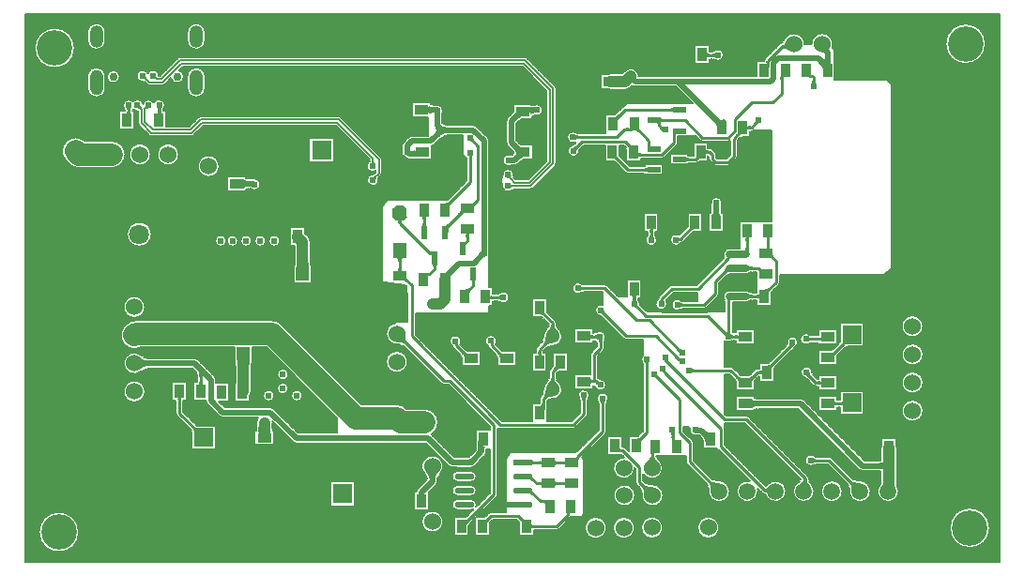
<source format=gbl>
G04*
G04 #@! TF.GenerationSoftware,Altium Limited,Altium Designer,23.3.1 (30)*
G04*
G04 Layer_Physical_Order=2*
G04 Layer_Color=16711680*
%FSLAX25Y25*%
%MOIN*%
G70*
G04*
G04 #@! TF.SameCoordinates,0926E253-2B7E-4DA0-91A0-339D2320E812*
G04*
G04*
G04 #@! TF.FilePolarity,Positive*
G04*
G01*
G75*
%ADD10C,0.01000*%
%ADD27R,0.05000X0.03500*%
G04:AMPARAMS|DCode=28|XSize=55mil|YSize=50mil|CornerRadius=0mil|HoleSize=0mil|Usage=FLASHONLY|Rotation=90.000|XOffset=0mil|YOffset=0mil|HoleType=Round|Shape=Octagon|*
%AMOCTAGOND28*
4,1,8,0.01250,0.02750,-0.01250,0.02750,-0.02500,0.01500,-0.02500,-0.01500,-0.01250,-0.02750,0.01250,-0.02750,0.02500,-0.01500,0.02500,0.01500,0.01250,0.02750,0.0*
%
%ADD28OCTAGOND28*%

%ADD29R,0.05000X0.05500*%
%ADD30R,0.01968X0.04724*%
%ADD71C,0.00500*%
%ADD72C,0.02000*%
%ADD73C,0.08000*%
%ADD74C,0.04000*%
%ADD75C,0.06000*%
%ADD76C,0.06693*%
%ADD77R,0.06693X0.06693*%
%ADD78C,0.05118*%
%ADD79C,0.05906*%
%ADD80R,0.05906X0.05906*%
%ADD81R,0.07087X0.07087*%
%ADD82C,0.07087*%
%ADD83R,0.04724X0.04724*%
%ADD84C,0.04724*%
%ADD85O,0.04724X0.09055*%
%ADD86O,0.04724X0.07874*%
%ADD87C,0.02953*%
%ADD88C,0.12598*%
%ADD89C,0.02400*%
%ADD90R,0.03500X0.05000*%
%ADD91O,0.08661X0.02362*%
%ADD92R,0.04724X0.01968*%
%ADD93O,0.07087X0.02165*%
%ADD94R,0.07087X0.02165*%
G36*
X440570Y412375D02*
X440579Y412323D01*
X440592Y412269D01*
X440612Y412213D01*
X440637Y412155D01*
X440667Y412096D01*
X440703Y412034D01*
X440792Y411905D01*
X440844Y411838D01*
X439291D01*
X439344Y411905D01*
X439432Y412034D01*
X439468Y412096D01*
X439498Y412155D01*
X439523Y412213D01*
X439543Y412269D01*
X439557Y412323D01*
X439565Y412375D01*
X439568Y412425D01*
X440568D01*
X440570Y412375D01*
D02*
G37*
G36*
X428261Y410030D02*
X428012Y410208D01*
X427515Y410508D01*
X427266Y410630D01*
X427017Y410733D01*
X426768Y410818D01*
X426519Y410884D01*
X426270Y410930D01*
X426021Y410959D01*
X425772Y410968D01*
Y411968D01*
X425975Y411981D01*
X426164Y412019D01*
X426339Y412083D01*
X426501Y412172D01*
X426649Y412286D01*
X426783Y412426D01*
X426903Y412592D01*
X427009Y412783D01*
X427102Y412999D01*
X427181Y413241D01*
X428261Y410030D01*
D02*
G37*
G36*
X402143Y407660D02*
X402073Y407725D01*
X401998Y407782D01*
X401917Y407833D01*
X401830Y407878D01*
X401738Y407915D01*
X401640Y407946D01*
X401536Y407969D01*
X401426Y407986D01*
X401310Y407997D01*
X401189Y408000D01*
Y409000D01*
X401310Y409003D01*
X401426Y409014D01*
X401536Y409031D01*
X401640Y409054D01*
X401738Y409085D01*
X401830Y409122D01*
X401917Y409167D01*
X401998Y409218D01*
X402073Y409275D01*
X402143Y409340D01*
Y407660D01*
D02*
G37*
G36*
X399241Y409405D02*
X399271Y409320D01*
X399321Y409245D01*
X399391Y409180D01*
X399481Y409125D01*
X399591Y409080D01*
X399721Y409045D01*
X399871Y409020D01*
X400041Y409005D01*
X400231Y409000D01*
Y408000D01*
X400041Y407995D01*
X399871Y407980D01*
X399721Y407955D01*
X399591Y407920D01*
X399481Y407875D01*
X399391Y407820D01*
X399321Y407755D01*
X399271Y407680D01*
X399241Y407595D01*
X399231Y407500D01*
Y409500D01*
X399241Y409405D01*
D02*
G37*
G36*
X442944Y407308D02*
X443003Y406668D01*
X443055Y406408D01*
X443121Y406188D01*
X443202Y406008D01*
X443298Y405868D01*
X443409Y405768D01*
X443535Y405708D01*
X443675Y405688D01*
X441959D01*
X441969Y405682D01*
X442238Y405568D01*
X442478Y405510D01*
X442690Y405509D01*
X442873Y405564D01*
X443027Y405676D01*
X440211Y402860D01*
X440323Y403014D01*
X440378Y403197D01*
X440377Y403409D01*
X440319Y403649D01*
X440205Y403917D01*
X440034Y404214D01*
X439806Y404540D01*
X439522Y404894D01*
X438785Y405688D01*
X440199Y407102D01*
X440610Y406705D01*
X440839Y406511D01*
X440870Y406668D01*
X440907Y406968D01*
X440929Y407308D01*
X440937Y407688D01*
X442937D01*
X442944Y407308D01*
D02*
G37*
G36*
X421211Y405655D02*
X419959Y405643D01*
X420009Y405651D01*
X420054Y405675D01*
X420094Y405714D01*
X420128Y405768D01*
X420157Y405838D01*
X420181Y405924D01*
X420200Y406025D01*
X420213Y406141D01*
X420221Y406272D01*
X420223Y406419D01*
X421223D01*
X421211Y405655D01*
D02*
G37*
G36*
X203618Y400748D02*
X203609Y400688D01*
X203609Y400627D01*
X203618Y400567D01*
X203634Y400506D01*
X203659Y400445D01*
X203692Y400383D01*
X203734Y400322D01*
X203784Y400260D01*
X203842Y400198D01*
X203488Y399844D01*
X203426Y399903D01*
X203363Y399953D01*
X203301Y399995D01*
X203239Y400029D01*
X203178Y400055D01*
X203116Y400072D01*
X203055Y400081D01*
X202995Y400082D01*
X202934Y400075D01*
X202874Y400059D01*
X203634Y400808D01*
X203618Y400748D01*
D02*
G37*
G36*
X199901Y401086D02*
X199957Y400785D01*
X199991Y400651D01*
X200071Y400419D01*
X200117Y400319D01*
X200167Y400231D01*
X200221Y400154D01*
X200279Y400089D01*
X199972Y399689D01*
X199899Y399753D01*
X199817Y399808D01*
X199727Y399854D01*
X199628Y399891D01*
X199520Y399919D01*
X199404Y399938D01*
X199278Y399948D01*
X199144Y399949D01*
X199002Y399941D01*
X198850Y399924D01*
X199878Y401253D01*
X199901Y401086D01*
D02*
G37*
G36*
X426609Y400680D02*
X426524Y400649D01*
X426449Y400598D01*
X426384Y400527D01*
X426329Y400436D01*
X426284Y400325D01*
X426249Y400194D01*
X426224Y400042D01*
X426209Y399871D01*
X426204Y399679D01*
X425204D01*
X425216Y400679D01*
X426704Y400691D01*
X426609Y400680D01*
D02*
G37*
G36*
X374065Y400925D02*
X374130Y400605D01*
X374172Y400460D01*
X374220Y400324D01*
X374273Y400199D01*
X374333Y400083D01*
X374399Y399977D01*
X374471Y399882D01*
X374549Y399796D01*
X373135Y398381D01*
X373049Y398459D01*
X372953Y398531D01*
X372847Y398597D01*
X372731Y398657D01*
X372606Y398711D01*
X372470Y398758D01*
X372325Y398800D01*
X372170Y398835D01*
X371830Y398888D01*
X374042Y401100D01*
X374065Y400925D01*
D02*
G37*
G36*
X437503Y399190D02*
X437514Y399074D01*
X437531Y398964D01*
X437554Y398860D01*
X437585Y398762D01*
X437622Y398670D01*
X437667Y398583D01*
X437718Y398502D01*
X437775Y398427D01*
X437840Y398357D01*
X436160D01*
X436225Y398427D01*
X436282Y398502D01*
X436333Y398583D01*
X436378Y398670D01*
X436415Y398762D01*
X436446Y398860D01*
X436469Y398964D01*
X436486Y399074D01*
X436497Y399190D01*
X436500Y399311D01*
X437500D01*
X437503Y399190D01*
D02*
G37*
G36*
X198083Y390439D02*
X198104Y390150D01*
X198124Y390020D01*
X198152Y389900D01*
X198186Y389790D01*
X198228Y389690D01*
X198275Y389600D01*
X198330Y389520D01*
X198392Y389450D01*
X198035Y389100D01*
X197966Y389161D01*
X197886Y389216D01*
X197796Y389264D01*
X197696Y389306D01*
X197586Y389342D01*
X197466Y389371D01*
X197335Y389393D01*
X197195Y389409D01*
X196883Y389422D01*
X198082Y390599D01*
X198083Y390439D01*
D02*
G37*
G36*
X200821Y389390D02*
X200662Y389390D01*
X200372Y389369D01*
X200242Y389349D01*
X200122Y389321D01*
X200013Y389286D01*
X199913Y389245D01*
X199823Y389197D01*
X199743Y389142D01*
X199673Y389081D01*
X199322Y389438D01*
X199384Y389507D01*
X199439Y389587D01*
X199487Y389677D01*
X199529Y389777D01*
X199564Y389887D01*
X199593Y390007D01*
X199616Y390137D01*
X199632Y390278D01*
X199644Y390589D01*
X200821Y389390D01*
D02*
G37*
G36*
X205388Y389754D02*
X205331Y389679D01*
X205280Y389598D01*
X205235Y389511D01*
X205198Y389419D01*
X205167Y389321D01*
X205144Y389217D01*
X205127Y389107D01*
X205116Y388991D01*
X205113Y388870D01*
X204113D01*
X204110Y388991D01*
X204099Y389107D01*
X204082Y389217D01*
X204059Y389321D01*
X204028Y389419D01*
X203991Y389511D01*
X203946Y389598D01*
X203895Y389679D01*
X203838Y389754D01*
X203773Y389824D01*
X205453D01*
X205388Y389754D01*
D02*
G37*
G36*
X194554Y389679D02*
X194496Y389603D01*
X194445Y389522D01*
X194401Y389436D01*
X194363Y389343D01*
X194333Y389245D01*
X194309Y389141D01*
X194292Y389031D01*
X194282Y388915D01*
X194278Y388794D01*
X193278D01*
X193275Y388915D01*
X193265Y389031D01*
X193248Y389141D01*
X193224Y389245D01*
X193193Y389343D01*
X193156Y389436D01*
X193112Y389522D01*
X193061Y389603D01*
X193003Y389679D01*
X192938Y389748D01*
X194618D01*
X194554Y389679D01*
D02*
G37*
G36*
X387031Y388035D02*
X387021Y388125D01*
X386991Y388206D01*
X386941Y388276D01*
X386871Y388338D01*
X386781Y388390D01*
X386671Y388432D01*
X386541Y388465D01*
X386391Y388489D01*
X386221Y388503D01*
X386031Y388508D01*
Y389508D01*
X386221Y389512D01*
X386391Y389527D01*
X386541Y389550D01*
X386671Y389583D01*
X386781Y389626D01*
X386871Y389678D01*
X386941Y389739D01*
X386991Y389810D01*
X387021Y389890D01*
X387031Y389980D01*
Y388035D01*
D02*
G37*
G36*
X205118Y388530D02*
X205133Y388358D01*
X205158Y388206D01*
X205193Y388075D01*
X205238Y387963D01*
X205293Y387872D01*
X205358Y387801D01*
X205433Y387751D01*
X205518Y387720D01*
X205613Y387710D01*
X203613D01*
X203708Y387720D01*
X203793Y387751D01*
X203868Y387801D01*
X203933Y387872D01*
X203988Y387963D01*
X204033Y388075D01*
X204068Y388206D01*
X204093Y388358D01*
X204108Y388530D01*
X204113Y388722D01*
X205113D01*
X205118Y388530D01*
D02*
G37*
G36*
X194283Y388530D02*
X194298Y388358D01*
X194323Y388206D01*
X194358Y388075D01*
X194403Y387963D01*
X194458Y387872D01*
X194523Y387801D01*
X194598Y387751D01*
X194683Y387720D01*
X194778Y387710D01*
X192778D01*
X192873Y387720D01*
X192958Y387751D01*
X193033Y387801D01*
X193098Y387872D01*
X193153Y387963D01*
X193198Y388075D01*
X193233Y388206D01*
X193258Y388358D01*
X193273Y388530D01*
X193278Y388722D01*
X194278D01*
X194283Y388530D01*
D02*
G37*
G36*
X300297Y390569D02*
X300357Y390440D01*
X300457Y390327D01*
X300597Y390229D01*
X300777Y390146D01*
X300997Y390078D01*
X301257Y390025D01*
X301557Y389987D01*
X301897Y389964D01*
X302277Y389957D01*
Y387957D01*
X301897Y387949D01*
X301257Y387892D01*
X300997Y387842D01*
X300777Y387777D01*
X300597Y387697D01*
X300457Y387604D01*
X300357Y387496D01*
X300297Y387373D01*
X300277Y387236D01*
Y390712D01*
X300297Y390569D01*
D02*
G37*
G36*
X336306Y390029D02*
X336366Y390004D01*
X336466Y389982D01*
X336606Y389963D01*
X337006Y389933D01*
X338286Y389910D01*
Y387910D01*
X337904Y387900D01*
X337563Y387870D01*
X337261Y387820D01*
X337000Y387750D01*
X336779Y387660D01*
X336597Y387550D01*
X336456Y387420D01*
X336355Y387270D01*
X336295Y387100D01*
X336274Y386910D01*
X336286Y390056D01*
X336306Y390029D01*
D02*
G37*
G36*
X334138Y386580D02*
X333982Y386694D01*
X333799Y386750D01*
X333587D01*
X333346Y386694D01*
X333077Y386580D01*
X332781Y386411D01*
X332455Y386185D01*
X332102Y385902D01*
X331310Y385166D01*
X329895Y386580D01*
X330291Y386991D01*
X330914Y387726D01*
X331140Y388051D01*
X331310Y388348D01*
X331423Y388617D01*
X331479Y388857D01*
Y389070D01*
X331423Y389253D01*
X331310Y389409D01*
X334138Y386580D01*
D02*
G37*
G36*
X368268Y386577D02*
X368068Y386370D01*
X367755Y386001D01*
X367640Y385838D01*
X367554Y385690D01*
X367497Y385556D01*
X367467Y385436D01*
X367466Y385330D01*
X367493Y385239D01*
X367548Y385162D01*
X366146Y386565D01*
X366223Y386509D01*
X366314Y386482D01*
X366420Y386483D01*
X366539Y386513D01*
X366674Y386571D01*
X366822Y386657D01*
X366985Y386771D01*
X367163Y386914D01*
X367561Y387284D01*
X368268Y386577D01*
D02*
G37*
G36*
X382742Y386150D02*
X382772Y386070D01*
X382822Y385999D01*
X382892Y385938D01*
X382982Y385886D01*
X383092Y385843D01*
X383222Y385810D01*
X383372Y385787D01*
X383542Y385772D01*
X383732Y385768D01*
Y384768D01*
X383542Y384763D01*
X383372Y384749D01*
X383222Y384725D01*
X383092Y384692D01*
X382982Y384649D01*
X382892Y384598D01*
X382822Y384536D01*
X382772Y384465D01*
X382742Y384385D01*
X382732Y384295D01*
Y386240D01*
X382742Y386150D01*
D02*
G37*
G36*
X417488Y384015D02*
X417393Y384011D01*
X417299Y383999D01*
X417206Y383978D01*
X417113Y383947D01*
X417021Y383909D01*
X416930Y383861D01*
X416840Y383804D01*
X416750Y383738D01*
X416661Y383664D01*
X416573Y383581D01*
X415866Y384288D01*
X415949Y384376D01*
X416024Y384465D01*
X416089Y384554D01*
X416146Y384645D01*
X416194Y384736D01*
X416233Y384828D01*
X416263Y384920D01*
X416284Y385014D01*
X416297Y385108D01*
X416300Y385203D01*
X417488Y384015D01*
D02*
G37*
G36*
X382732Y384295D02*
X382710Y384288D01*
X382690Y384265D01*
X382672Y384227D01*
X382657Y384173D01*
X382644Y384105D01*
X382634Y384021D01*
X382620Y383808D01*
X382615Y383534D01*
X381615D01*
X381613Y383680D01*
X381592Y383927D01*
X381574Y384028D01*
X381550Y384113D01*
X381521Y384183D01*
X381487Y384237D01*
X381448Y384276D01*
X381403Y384299D01*
X381354Y384307D01*
X382732Y384295D01*
D02*
G37*
G36*
X403100Y386278D02*
X403836Y385656D01*
X404161Y385430D01*
X404458Y385260D01*
X404727Y385147D01*
X404967Y385090D01*
X405179D01*
X405363Y385147D01*
X405518Y385260D01*
X402690Y382432D01*
X402803Y382587D01*
X402860Y382771D01*
Y382983D01*
X402803Y383224D01*
X402690Y383492D01*
X402520Y383789D01*
X402294Y384115D01*
X402011Y384468D01*
X401276Y385260D01*
X402690Y386674D01*
X403100Y386278D01*
D02*
G37*
G36*
X413645Y383677D02*
X413675Y383592D01*
X413726Y383517D01*
X413796Y383452D01*
X413887Y383397D01*
X413999Y383352D01*
X414130Y383317D01*
X414282Y383292D01*
X414454Y383277D01*
X414646Y383272D01*
Y382272D01*
X414454Y382267D01*
X414282Y382252D01*
X414130Y382227D01*
X413999Y382192D01*
X413887Y382147D01*
X413796Y382092D01*
X413726Y382027D01*
X413675Y381952D01*
X413645Y381867D01*
X413634Y381772D01*
Y383772D01*
X413645Y383677D01*
D02*
G37*
G36*
X371565Y381601D02*
X371555Y381598D01*
X371525Y381596D01*
X371075Y381590D01*
X370565Y381589D01*
Y382589D01*
X370755Y382594D01*
X370925Y382609D01*
X371075Y382634D01*
X371205Y382669D01*
X371315Y382714D01*
X371405Y382769D01*
X371475Y382834D01*
X371525Y382909D01*
X371555Y382994D01*
X371565Y383089D01*
Y381601D01*
D02*
G37*
G36*
X383191Y383171D02*
X383280Y383099D01*
X383366Y383040D01*
X383451Y382995D01*
X383533Y382964D01*
X383612Y382946D01*
X383690Y382941D01*
X383765Y382950D01*
X383838Y382973D01*
X383909Y383009D01*
X383472Y381433D01*
X383455Y381456D01*
X383421Y381497D01*
X383107Y381829D01*
X382510Y382432D01*
X383100Y383256D01*
X383191Y383171D01*
D02*
G37*
G36*
X374973Y382938D02*
X374946Y382847D01*
X374948Y382742D01*
X374977Y382622D01*
X375035Y382488D01*
X375121Y382339D01*
X375235Y382176D01*
X375378Y381998D01*
X375748Y381601D01*
X375041Y380893D01*
X374835Y381093D01*
X374465Y381406D01*
X374303Y381521D01*
X374154Y381607D01*
X374020Y381664D01*
X373900Y381694D01*
X373794Y381695D01*
X373703Y381668D01*
X373627Y381613D01*
X375029Y383015D01*
X374973Y382938D01*
D02*
G37*
G36*
X411585Y380284D02*
X411507Y380341D01*
X411415Y380369D01*
X411309D01*
X411189Y380341D01*
X411054Y380284D01*
X410906Y380199D01*
X410743Y380086D01*
X410566Y379945D01*
X410170Y379577D01*
X409463Y380284D01*
X409661Y380489D01*
X409972Y380857D01*
X410085Y381020D01*
X410170Y381168D01*
X410227Y381302D01*
X410255Y381423D01*
Y381529D01*
X410227Y381621D01*
X410170Y381698D01*
X411585Y380284D01*
D02*
G37*
G36*
X388424Y380556D02*
X388339Y380525D01*
X388264Y380474D01*
X388199Y380403D01*
X388144Y380312D01*
X388099Y380201D01*
X388064Y380070D01*
X388039Y379918D01*
X388024Y379747D01*
X388019Y379555D01*
X387019D01*
X387031Y380555D01*
X388519Y380567D01*
X388424Y380556D01*
D02*
G37*
G36*
X304320Y383878D02*
X304606Y383652D01*
X304906Y383452D01*
X305219Y383279D01*
X305545Y383133D01*
X305885Y383013D01*
X306238Y382920D01*
X306605Y382853D01*
X306985Y382813D01*
X307378Y382800D01*
Y380800D01*
X306984Y380786D01*
X306601Y380743D01*
X306231Y380673D01*
X305872Y380574D01*
X305524Y380447D01*
X305189Y380291D01*
X304865Y380107D01*
X304553Y379895D01*
X304252Y379655D01*
X303964Y379386D01*
X302135Y380386D01*
X302395Y380664D01*
X302608Y380932D01*
X302774Y381190D01*
X302894Y381438D01*
X302967Y381676D01*
X302993Y381904D01*
X302973Y382122D01*
X302906Y382330D01*
X302793Y382529D01*
X302632Y382717D01*
X304047Y384131D01*
X304320Y383878D01*
D02*
G37*
G36*
X352412Y380134D02*
X352492Y380083D01*
X352578Y380039D01*
X352668Y380001D01*
X352764Y379968D01*
X352865Y379942D01*
X352971Y379921D01*
X353081Y379906D01*
X353197Y379897D01*
X353318Y379894D01*
X353445Y378894D01*
X353323Y378891D01*
X353208Y378879D01*
X353099Y378861D01*
X352998Y378835D01*
X352903Y378801D01*
X352814Y378760D01*
X352733Y378711D01*
X352658Y378655D01*
X352590Y378592D01*
X352528Y378521D01*
X352337Y380190D01*
X352412Y380134D01*
D02*
G37*
G36*
X316203Y378893D02*
X316216Y378799D01*
X316237Y378706D01*
X316267Y378613D01*
X316306Y378521D01*
X316354Y378430D01*
X316411Y378340D01*
X316476Y378250D01*
X316551Y378161D01*
X316634Y378073D01*
X315927Y377366D01*
X315839Y377449D01*
X315750Y377524D01*
X315660Y377589D01*
X315570Y377646D01*
X315479Y377694D01*
X315387Y377733D01*
X315294Y377763D01*
X315201Y377784D01*
X315107Y377797D01*
X315012Y377800D01*
X316200Y378988D01*
X316203Y378893D01*
D02*
G37*
G36*
X378992Y376973D02*
X379007Y376801D01*
X379032Y376650D01*
X379067Y376519D01*
X379112Y376407D01*
X379167Y376316D01*
X379232Y376245D01*
X379307Y376194D01*
X379392Y376163D01*
X379487Y376152D01*
X377999Y376164D01*
X377987Y377164D01*
X378987D01*
X378992Y376973D01*
D02*
G37*
G36*
X371494Y377092D02*
X371862Y376781D01*
X372024Y376668D01*
X372173Y376583D01*
X372307Y376527D01*
X372428Y376498D01*
X372534D01*
X372626Y376527D01*
X372703Y376583D01*
X371289Y375169D01*
X371346Y375247D01*
X371374Y375339D01*
Y375445D01*
X371346Y375565D01*
X371289Y375699D01*
X371204Y375848D01*
X371091Y376010D01*
X370950Y376187D01*
X370582Y376583D01*
X371289Y377290D01*
X371494Y377092D01*
D02*
G37*
G36*
X353260Y375583D02*
X353176Y375494D01*
X353103Y375405D01*
X353041Y375315D01*
X352990Y375225D01*
X352950Y375135D01*
X352921Y375045D01*
X352903Y374955D01*
X352896Y374864D01*
X352899Y374773D01*
X352914Y374682D01*
X351507Y375601D01*
X351596Y375622D01*
X351685Y375650D01*
X351773Y375685D01*
X351862Y375727D01*
X351950Y375776D01*
X352038Y375832D01*
X352125Y375895D01*
X352301Y376042D01*
X352388Y376125D01*
X353260Y375583D01*
D02*
G37*
G36*
X398701Y375000D02*
X398731Y374915D01*
X398782Y374840D01*
X398853Y374775D01*
X398944Y374720D01*
X399055Y374675D01*
X399187Y374640D01*
X399338Y374615D01*
X399510Y374600D01*
X399703Y374595D01*
Y373595D01*
X399510Y373590D01*
X399338Y373575D01*
X399187Y373550D01*
X399055Y373515D01*
X398944Y373470D01*
X398853Y373415D01*
X398782Y373350D01*
X398731Y373275D01*
X398701Y373190D01*
X398691Y373095D01*
Y375095D01*
X398701Y375000D01*
D02*
G37*
G36*
X295512Y372242D02*
X295492Y372251D01*
X295432Y372258D01*
X295332Y372265D01*
X293512Y372287D01*
Y374287D01*
X293894Y374297D01*
X294235Y374327D01*
X294536Y374377D01*
X294798Y374447D01*
X295019Y374537D01*
X295200Y374647D01*
X295341Y374777D01*
X295442Y374927D01*
X295503Y375097D01*
X295524Y375287D01*
X295512Y372242D01*
D02*
G37*
G36*
X331825Y376704D02*
X332561Y376081D01*
X332886Y375855D01*
X333183Y375685D01*
X333452Y375572D01*
X333692Y375516D01*
X333904D01*
X334088Y375572D01*
X334244Y375685D01*
X332078Y373520D01*
X334137Y372221D01*
X334027Y372262D01*
X333892Y372263D01*
X333732Y372222D01*
X333547Y372141D01*
X333337Y372018D01*
X333103Y371855D01*
X332843Y371652D01*
X332250Y371121D01*
X331915Y370795D01*
X330098Y371806D01*
X330438Y372154D01*
X331183Y373018D01*
X331339Y373246D01*
X331449Y373443D01*
X331512Y373610D01*
X331520Y373669D01*
X331415Y373918D01*
X331246Y374214D01*
X331019Y374540D01*
X330737Y374893D01*
X330001Y375685D01*
X331415Y377099D01*
X331825Y376704D01*
D02*
G37*
G36*
X374763Y374013D02*
X374794Y373928D01*
X374844Y373853D01*
X374915Y373788D01*
X375006Y373733D01*
X375117Y373688D01*
X375249Y373653D01*
X375401Y373628D01*
X375573Y373613D01*
X375765Y373608D01*
Y372608D01*
X375573Y372603D01*
X375401Y372588D01*
X375249Y372563D01*
X375117Y372528D01*
X375006Y372483D01*
X374915Y372428D01*
X374844Y372363D01*
X374794Y372288D01*
X374763Y372203D01*
X374753Y372108D01*
Y374108D01*
X374763Y374013D01*
D02*
G37*
G36*
X315968Y372994D02*
X315916Y372915D01*
X315870Y372830D01*
X315831Y372740D01*
X315797Y372645D01*
X315770Y372545D01*
X315748Y372439D01*
X315733Y372328D01*
X315724Y372213D01*
X315721Y372092D01*
X314721Y371991D01*
X314717Y372113D01*
X314706Y372228D01*
X314688Y372337D01*
X314662Y372439D01*
X314629Y372535D01*
X314588Y372624D01*
X314541Y372707D01*
X314486Y372783D01*
X314423Y372853D01*
X314353Y372916D01*
X316026Y373069D01*
X315968Y372994D01*
D02*
G37*
G36*
X367217Y372945D02*
X367190Y372854D01*
X367192Y372748D01*
X367221Y372628D01*
X367279Y372494D01*
X367365Y372345D01*
X367479Y372182D01*
X367622Y372005D01*
X367992Y371607D01*
X367285Y370900D01*
X367079Y371099D01*
X366709Y371413D01*
X366547Y371527D01*
X366398Y371613D01*
X366264Y371671D01*
X366144Y371700D01*
X366038Y371702D01*
X365947Y371674D01*
X365871Y371619D01*
X367273Y373021D01*
X367217Y372945D01*
D02*
G37*
G36*
X391710Y372334D02*
X391740Y372254D01*
X391790Y372183D01*
X391860Y372122D01*
X391950Y372070D01*
X392060Y372027D01*
X392190Y371994D01*
X392340Y371971D01*
X392510Y371957D01*
X392700Y371952D01*
Y370952D01*
X392510Y370947D01*
X392340Y370933D01*
X392190Y370909D01*
X392060Y370876D01*
X391950Y370834D01*
X391860Y370782D01*
X391790Y370720D01*
X391740Y370650D01*
X391710Y370569D01*
X391700Y370480D01*
Y372424D01*
X391710Y372334D01*
D02*
G37*
G36*
X280818Y370790D02*
X280823Y370710D01*
X280838Y370623D01*
X280862Y370527D01*
X280895Y370423D01*
X280939Y370310D01*
X281054Y370061D01*
X281208Y369779D01*
X281299Y369626D01*
X279670Y370036D01*
X279793Y370113D01*
X279904Y370193D01*
X280001Y370275D01*
X280085Y370359D01*
X280156Y370446D01*
X280215Y370536D01*
X280260Y370628D01*
X280293Y370723D01*
X280312Y370820D01*
X280318Y370919D01*
X280818Y370790D01*
D02*
G37*
G36*
X377999Y366739D02*
X377989Y366829D01*
X377959Y366909D01*
X377909Y366980D01*
X377839Y367042D01*
X377749Y367094D01*
X377639Y367136D01*
X377509Y367169D01*
X377359Y367193D01*
X377189Y367207D01*
X376999Y367212D01*
Y368212D01*
X377189Y368216D01*
X377359Y368231D01*
X377509Y368254D01*
X377639Y368287D01*
X377749Y368330D01*
X377839Y368382D01*
X377909Y368443D01*
X377959Y368514D01*
X377989Y368594D01*
X377999Y368684D01*
Y366739D01*
D02*
G37*
G36*
X329614Y365515D02*
X329586Y365386D01*
X329570Y365263D01*
X329565Y365147D01*
X329573Y365038D01*
X329592Y364936D01*
X329623Y364840D01*
X329666Y364750D01*
X329721Y364668D01*
X329788Y364592D01*
X329319Y364354D01*
X329263Y364403D01*
X329194Y364453D01*
X329111Y364504D01*
X329016Y364556D01*
X328784Y364661D01*
X328500Y364768D01*
X328162Y364879D01*
X329654Y365651D01*
X329614Y365515D01*
D02*
G37*
G36*
X281891Y365441D02*
X281825Y365367D01*
X281770Y365284D01*
X281726Y365194D01*
X281692Y365096D01*
X281668Y364991D01*
X281655Y364877D01*
X281652Y364756D01*
X281660Y364627D01*
X281678Y364491D01*
X281706Y364346D01*
X280294Y365256D01*
X280465Y365294D01*
X280906Y365418D01*
X281029Y365463D01*
X281238Y365558D01*
X281324Y365609D01*
X281397Y365662D01*
X281459Y365716D01*
X281891Y365441D01*
D02*
G37*
G36*
X329464Y362684D02*
X329686Y362495D01*
X329793Y362418D01*
X329898Y362353D01*
X330000Y362300D01*
X330100Y362259D01*
X330198Y362229D01*
X330293Y362212D01*
X330386Y362206D01*
Y361706D01*
X330293Y361700D01*
X330198Y361682D01*
X330100Y361653D01*
X330000Y361611D01*
X329898Y361558D01*
X329793Y361493D01*
X329686Y361417D01*
X329576Y361328D01*
X329350Y361116D01*
Y362796D01*
X329464Y362684D01*
D02*
G37*
G36*
X234582Y364378D02*
X234642Y364252D01*
X234742Y364141D01*
X234882Y364046D01*
X235062Y363964D01*
X235282Y363898D01*
X235542Y363846D01*
X235842Y363809D01*
X236182Y363787D01*
X236562Y363780D01*
Y361780D01*
X236182Y361772D01*
X235542Y361713D01*
X235282Y361662D01*
X235062Y361595D01*
X234882Y361514D01*
X234742Y361418D01*
X234642Y361308D01*
X234582Y361182D01*
X234562Y361042D01*
Y364518D01*
X234582Y364378D01*
D02*
G37*
G36*
X308525Y355944D02*
X308327Y355739D01*
X308016Y355372D01*
X307903Y355209D01*
X307818Y355061D01*
X307762Y354926D01*
X307733Y354806D01*
Y354700D01*
X307762Y354608D01*
X307818Y354530D01*
X306404Y355944D01*
X306482Y355888D01*
X306574Y355859D01*
X306680D01*
X306800Y355888D01*
X306934Y355944D01*
X307083Y356029D01*
X307245Y356142D01*
X307422Y356284D01*
X307818Y356651D01*
X308525Y355944D01*
D02*
G37*
G36*
X317207Y355771D02*
X317009Y355566D01*
X316698Y355198D01*
X316584Y355036D01*
X316499Y354887D01*
X316443Y354753D01*
X316415Y354633D01*
Y354527D01*
X316443Y354435D01*
X316499Y354357D01*
X315085Y355771D01*
X315163Y355715D01*
X315255Y355686D01*
X315361D01*
X315481Y355715D01*
X315616Y355771D01*
X315764Y355856D01*
X315927Y355969D01*
X316104Y356111D01*
X316499Y356478D01*
X317207Y355771D01*
D02*
G37*
G36*
X312938Y352307D02*
X312861Y352362D01*
X312770Y352390D01*
X312664Y352388D01*
X312545Y352359D01*
X312410Y352301D01*
X312262Y352215D01*
X312099Y352101D01*
X311921Y351958D01*
X311524Y351588D01*
X310816Y352295D01*
X311016Y352501D01*
X311329Y352870D01*
X311443Y353033D01*
X311529Y353182D01*
X311587Y353316D01*
X311617Y353436D01*
X311618Y353541D01*
X311591Y353633D01*
X311536Y353709D01*
X312938Y352307D01*
D02*
G37*
G36*
X403430Y353108D02*
X403482Y352468D01*
X403528Y352208D01*
X403587Y351988D01*
X403659Y351808D01*
X403744Y351668D01*
X403842Y351568D01*
X403954Y351508D01*
X404078Y351488D01*
X400602D01*
X400758Y351508D01*
X400898Y351568D01*
X401021Y351668D01*
X401128Y351808D01*
X401218Y351988D01*
X401292Y352208D01*
X401349Y352468D01*
X401391Y352768D01*
X401415Y353108D01*
X401424Y353488D01*
X403424D01*
X403430Y353108D01*
D02*
G37*
G36*
X299638Y350970D02*
X299553Y350940D01*
X299478Y350889D01*
X299413Y350818D01*
X299358Y350727D01*
X299313Y350616D01*
X299278Y350484D01*
X299253Y350333D01*
X299238Y350161D01*
X299233Y349968D01*
X298233D01*
X298228Y350161D01*
X298213Y350333D01*
X298188Y350484D01*
X298153Y350616D01*
X298108Y350727D01*
X298053Y350818D01*
X297988Y350889D01*
X297913Y350940D01*
X297828Y350970D01*
X297733Y350980D01*
X299733D01*
X299638Y350970D01*
D02*
G37*
G36*
X290935Y349700D02*
X290854Y349670D01*
X290783Y349621D01*
X290722Y349552D01*
X290669Y349463D01*
X290627Y349355D01*
X290594Y349227D01*
X290570Y349079D01*
X290556Y348911D01*
X290551Y348724D01*
X289551D01*
X289546Y348911D01*
X289532Y349079D01*
X289508Y349227D01*
X289475Y349355D01*
X289433Y349463D01*
X289381Y349552D01*
X289319Y349621D01*
X289248Y349670D01*
X289167Y349700D01*
X289077Y349710D01*
X291025D01*
X290935Y349700D01*
D02*
G37*
G36*
X299237Y348462D02*
X299252Y348292D01*
X299275Y348142D01*
X299308Y348012D01*
X299351Y347902D01*
X299403Y347812D01*
X299464Y347742D01*
X299535Y347692D01*
X299615Y347662D01*
X299705Y347652D01*
X297760D01*
X297850Y347662D01*
X297930Y347692D01*
X298001Y347742D01*
X298063Y347812D01*
X298114Y347902D01*
X298157Y348012D01*
X298190Y348142D01*
X298214Y348292D01*
X298228Y348462D01*
X298233Y348652D01*
X299233D01*
X299237Y348462D01*
D02*
G37*
G36*
X307892Y347957D02*
X307681Y347738D01*
X307351Y347352D01*
X307234Y347185D01*
X307147Y347035D01*
X307092Y346902D01*
X307068Y346786D01*
X307076Y346688D01*
X307115Y346607D01*
X307185Y346543D01*
X305467Y347652D01*
X305562Y347613D01*
X305675Y347606D01*
X305806Y347631D01*
X305956Y347689D01*
X306123Y347779D01*
X306309Y347901D01*
X306513Y348056D01*
X306976Y348462D01*
X307234Y348713D01*
X307892Y347957D01*
D02*
G37*
G36*
X394536Y346524D02*
X394459Y346579D01*
X394368Y346606D01*
X394263Y346605D01*
X394143Y346575D01*
X394008Y346518D01*
X393860Y346432D01*
X393697Y346317D01*
X393519Y346175D01*
X393122Y345805D01*
X392414Y346512D01*
X392614Y346718D01*
X392927Y347087D01*
X393042Y347250D01*
X393128Y347398D01*
X393185Y347533D01*
X393215Y347653D01*
X393216Y347758D01*
X393189Y347849D01*
X393134Y347926D01*
X394536Y346524D01*
D02*
G37*
G36*
X380270Y346514D02*
X380185Y346483D01*
X380110Y346433D01*
X380045Y346362D01*
X379990Y346271D01*
X379945Y346159D01*
X379910Y346028D01*
X379885Y345876D01*
X379870Y345704D01*
X379865Y345512D01*
X378865D01*
X378860Y345704D01*
X378845Y345876D01*
X378820Y346028D01*
X378785Y346159D01*
X378740Y346271D01*
X378685Y346362D01*
X378620Y346433D01*
X378545Y346483D01*
X378460Y346514D01*
X378365Y346524D01*
X380365D01*
X380270Y346514D01*
D02*
G37*
G36*
X314916Y344817D02*
X314831Y344786D01*
X314756Y344736D01*
X314691Y344665D01*
X314636Y344574D01*
X314592Y344462D01*
X314557Y344331D01*
X314531Y344179D01*
X314516Y344007D01*
X314511Y343815D01*
X313511D01*
X313507Y344007D01*
X313492Y344179D01*
X313467Y344331D01*
X313432Y344462D01*
X313387Y344574D01*
X313332Y344665D01*
X313266Y344736D01*
X313192Y344786D01*
X313106Y344817D01*
X313012Y344827D01*
X315012D01*
X314916Y344817D01*
D02*
G37*
G36*
X379868Y344409D02*
X379878Y344294D01*
X379895Y344184D01*
X379919Y344080D01*
X379950Y343982D01*
X379987Y343889D01*
X380031Y343803D01*
X380082Y343722D01*
X380140Y343646D01*
X380205Y343577D01*
X378525D01*
X378589Y343646D01*
X378647Y343722D01*
X378698Y343803D01*
X378742Y343889D01*
X378780Y343982D01*
X378810Y344080D01*
X378834Y344184D01*
X378851Y344294D01*
X378861Y344409D01*
X378865Y344531D01*
X379865D01*
X379868Y344409D01*
D02*
G37*
G36*
X421799Y343462D02*
X421714Y343432D01*
X421639Y343381D01*
X421574Y343310D01*
X421519Y343219D01*
X421474Y343108D01*
X421439Y342976D01*
X421414Y342824D01*
X421399Y342652D01*
X421394Y342460D01*
X420394D01*
X420389Y342652D01*
X420374Y342824D01*
X420349Y342976D01*
X420314Y343108D01*
X420269Y343219D01*
X420214Y343310D01*
X420149Y343381D01*
X420074Y343432D01*
X419989Y343462D01*
X419894Y343472D01*
X421894D01*
X421799Y343462D01*
D02*
G37*
G36*
X414318D02*
X414233Y343432D01*
X414158Y343381D01*
X414093Y343310D01*
X414038Y343219D01*
X413993Y343108D01*
X413958Y342976D01*
X413933Y342824D01*
X413918Y342652D01*
X413913Y342460D01*
X412913D01*
X412908Y342652D01*
X412893Y342824D01*
X412868Y342976D01*
X412833Y343108D01*
X412788Y343219D01*
X412733Y343310D01*
X412668Y343381D01*
X412593Y343432D01*
X412508Y343462D01*
X412413Y343472D01*
X414413D01*
X414318Y343462D01*
D02*
G37*
G36*
X314175Y341903D02*
X314006Y341730D01*
X313631Y341298D01*
X313549Y341182D01*
X313489Y341080D01*
X313451Y340993D01*
X313435Y340919D01*
X313440Y340860D01*
X313468Y340815D01*
X312380Y341903D01*
X312425Y341875D01*
X312484Y341870D01*
X312558Y341886D01*
X312645Y341924D01*
X312747Y341984D01*
X312863Y342066D01*
X312993Y342169D01*
X313295Y342441D01*
X313468Y342610D01*
X314175Y341903D01*
D02*
G37*
G36*
X421399Y340733D02*
X421414Y340563D01*
X421439Y340413D01*
X421474Y340283D01*
X421519Y340173D01*
X421574Y340083D01*
X421639Y340013D01*
X421714Y339963D01*
X421799Y339933D01*
X421894Y339923D01*
X419894D01*
X419989Y339933D01*
X420074Y339963D01*
X420149Y340013D01*
X420214Y340083D01*
X420269Y340173D01*
X420314Y340283D01*
X420349Y340413D01*
X420374Y340563D01*
X420389Y340733D01*
X420394Y340923D01*
X421394D01*
X421399Y340733D01*
D02*
G37*
G36*
X413913Y339753D02*
X413917Y339580D01*
X413950Y339256D01*
X413979Y339104D01*
X414016Y338959D01*
X414061Y338820D01*
X414115Y338689D01*
X414177Y338565D01*
X414247Y338447D01*
X414325Y338336D01*
X412413Y338914D01*
X412508Y338897D01*
X412593Y338906D01*
X412668Y338942D01*
X412733Y339003D01*
X412788Y339091D01*
X412833Y339206D01*
X412868Y339347D01*
X412893Y339513D01*
X412908Y339707D01*
X412913Y339926D01*
X413913Y339753D01*
D02*
G37*
G36*
X301501Y338652D02*
X301513Y337274D01*
X301503Y337349D01*
X301475Y337415D01*
X301430Y337473D01*
X301366Y337524D01*
X301285Y337567D01*
X301186Y337602D01*
X301069Y337629D01*
X300934Y337649D01*
X300781Y337661D01*
X300610Y337664D01*
Y338664D01*
X301501Y338652D01*
D02*
G37*
G36*
X320948Y337202D02*
X320827Y337188D01*
X320689Y337146D01*
X320534Y337075D01*
X320362Y336976D01*
X320173Y336849D01*
X319967Y336693D01*
X319503Y336297D01*
X318972Y335788D01*
X317589Y337234D01*
X317962Y337620D01*
X318554Y338325D01*
X318773Y338642D01*
X318942Y338937D01*
X319059Y339208D01*
X319125Y339456D01*
X319139Y339681D01*
X319103Y339883D01*
X319015Y340062D01*
X320948Y337202D01*
D02*
G37*
G36*
X422541Y337785D02*
X422514Y337694D01*
X422515Y337588D01*
X422545Y337469D01*
X422602Y337334D01*
X422688Y337186D01*
X422803Y337023D01*
X422945Y336845D01*
X423315Y336447D01*
X422608Y335740D01*
X422402Y335940D01*
X422033Y336253D01*
X421870Y336367D01*
X421722Y336453D01*
X421587Y336511D01*
X421467Y336541D01*
X421362Y336542D01*
X421271Y336515D01*
X421194Y336459D01*
X422596Y337862D01*
X422541Y337785D01*
D02*
G37*
G36*
X290956Y336199D02*
X290871Y336169D01*
X290796Y336118D01*
X290731Y336048D01*
X290676Y335957D01*
X290631Y335845D01*
X290596Y335714D01*
X290571Y335562D01*
X290556Y335390D01*
X290551Y335197D01*
X289551D01*
X289546Y335390D01*
X289531Y335562D01*
X289506Y335714D01*
X289471Y335845D01*
X289426Y335957D01*
X289371Y336048D01*
X289306Y336118D01*
X289231Y336169D01*
X289146Y336199D01*
X289051Y336210D01*
X291051D01*
X290956Y336199D01*
D02*
G37*
G36*
X257580Y336219D02*
X257748Y333339D01*
X257801Y333139D01*
X257860Y333019D01*
X257927Y332979D01*
X253226D01*
X253293Y333019D01*
X253353Y333139D01*
X253405Y333339D01*
X253451Y333619D01*
X253489Y333979D01*
X253563Y335539D01*
X253577Y336979D01*
X257577D01*
X257580Y336219D01*
D02*
G37*
G36*
X303355Y333942D02*
X303275Y333912D01*
X303204Y333862D01*
X303143Y333792D01*
X303091Y333702D01*
X303048Y333592D01*
X303015Y333462D01*
X302992Y333312D01*
X302977Y333142D01*
X302973Y332952D01*
X301973D01*
X301968Y333142D01*
X301954Y333312D01*
X301930Y333462D01*
X301897Y333592D01*
X301855Y333702D01*
X301803Y333792D01*
X301741Y333862D01*
X301671Y333912D01*
X301590Y333942D01*
X301501Y333952D01*
X303445D01*
X303355Y333942D01*
D02*
G37*
G36*
X290556Y332626D02*
X290571Y332454D01*
X290596Y332302D01*
X290631Y332171D01*
X290676Y332059D01*
X290731Y331968D01*
X290796Y331897D01*
X290871Y331847D01*
X290956Y331816D01*
X291051Y331806D01*
X289051D01*
X289146Y331816D01*
X289231Y331847D01*
X289306Y331897D01*
X289371Y331968D01*
X289426Y332059D01*
X289471Y332171D01*
X289506Y332302D01*
X289531Y332454D01*
X289546Y332626D01*
X289551Y332818D01*
X290551D01*
X290556Y332626D01*
D02*
G37*
G36*
X413928Y333644D02*
X413972Y333561D01*
X414044Y333487D01*
X414145Y333423D01*
X414276Y333369D01*
X414435Y333325D01*
X414623Y333291D01*
X414841Y333266D01*
X415087Y333252D01*
X415362Y333247D01*
Y332247D01*
X415087Y332242D01*
X414623Y332203D01*
X414435Y332168D01*
X414276Y332124D01*
X414145Y332070D01*
X414044Y332007D01*
X413972Y331933D01*
X413928Y331850D01*
X413914Y331756D01*
Y333737D01*
X413928Y333644D01*
D02*
G37*
G36*
X407085Y331580D02*
X407016Y331642D01*
X406933Y331677D01*
X406837Y331686D01*
X406727Y331667D01*
X406605Y331621D01*
X406469Y331547D01*
X406320Y331447D01*
X406158Y331319D01*
X405982Y331165D01*
X405794Y330983D01*
X405155Y331759D01*
X405274Y331884D01*
X405480Y332136D01*
X405567Y332264D01*
X405644Y332393D01*
X405709Y332523D01*
X405764Y332654D01*
X405809Y332786D01*
X405842Y332918D01*
X405865Y333052D01*
X407085Y331580D01*
D02*
G37*
G36*
X309205Y331122D02*
X308809Y330712D01*
X308186Y329976D01*
X307960Y329651D01*
X307790Y329354D01*
X307677Y329085D01*
X307621Y328845D01*
Y328633D01*
X307677Y328449D01*
X307790Y328293D01*
X304962Y331122D01*
X305118Y331009D01*
X305301Y330952D01*
X305514D01*
X305754Y331009D01*
X306023Y331122D01*
X306320Y331292D01*
X306645Y331518D01*
X306998Y331801D01*
X307790Y332536D01*
X309205Y331122D01*
D02*
G37*
G36*
X292482Y329679D02*
X292454Y329587D01*
Y329481D01*
X292482Y329360D01*
X292539Y329226D01*
X292624Y329078D01*
X292737Y328915D01*
X292878Y328738D01*
X293246Y328342D01*
X292539Y327635D01*
X292334Y327833D01*
X291966Y328144D01*
X291804Y328257D01*
X291655Y328342D01*
X291521Y328399D01*
X291401Y328427D01*
X291295D01*
X291203Y328399D01*
X291125Y328342D01*
X292539Y329756D01*
X292482Y329679D01*
D02*
G37*
G36*
X317118Y328192D02*
X317038Y328162D01*
X316967Y328112D01*
X316905Y328042D01*
X316853Y327952D01*
X316811Y327842D01*
X316778Y327712D01*
X316754Y327562D01*
X316740Y327392D01*
X316736Y327202D01*
X315736D01*
X315731Y327392D01*
X315717Y327562D01*
X315693Y327712D01*
X315660Y327842D01*
X315617Y327952D01*
X315565Y328042D01*
X315504Y328112D01*
X315433Y328162D01*
X315353Y328192D01*
X315263Y328202D01*
X317208D01*
X317118Y328192D01*
D02*
G37*
G36*
X315509Y325257D02*
X315313Y325054D01*
X315004Y324689D01*
X314891Y324527D01*
X314805Y324379D01*
X314747Y324244D01*
X314716Y324123D01*
X314713Y324016D01*
X314738Y323922D01*
X314790Y323842D01*
X313462Y325319D01*
X313535Y325260D01*
X313624Y325230D01*
X313727Y325230D01*
X313846Y325258D01*
X313980Y325315D01*
X314129Y325402D01*
X314293Y325517D01*
X314472Y325662D01*
X314876Y326038D01*
X315509Y325257D01*
D02*
G37*
G36*
X421913Y325284D02*
X421715Y325079D01*
X421404Y324711D01*
X421291Y324548D01*
X421206Y324400D01*
X421150Y324266D01*
X421121Y324145D01*
Y324039D01*
X421150Y323947D01*
X421206Y323869D01*
X419792Y325284D01*
X419870Y325227D01*
X419962Y325199D01*
X420068D01*
X420188Y325227D01*
X420322Y325284D01*
X420471Y325369D01*
X420634Y325482D01*
X420810Y325623D01*
X421206Y325991D01*
X421913Y325284D01*
D02*
G37*
G36*
X354274Y326385D02*
X354349Y326327D01*
X354431Y326276D01*
X354517Y326232D01*
X354610Y326195D01*
X354708Y326164D01*
X354812Y326140D01*
X354922Y326123D01*
X355037Y326113D01*
X355159Y326110D01*
Y325110D01*
X355037Y325107D01*
X354922Y325096D01*
X354812Y325079D01*
X354708Y325056D01*
X354610Y325025D01*
X354517Y324988D01*
X354431Y324943D01*
X354349Y324892D01*
X354274Y324834D01*
X354205Y324770D01*
Y326450D01*
X354274Y326385D01*
D02*
G37*
G36*
X374205Y323014D02*
X374120Y322984D01*
X374045Y322933D01*
X373980Y322862D01*
X373925Y322771D01*
X373880Y322660D01*
X373845Y322529D01*
X373820Y322377D01*
X373805Y322205D01*
X373800Y322012D01*
X372800D01*
X372795Y322205D01*
X372780Y322377D01*
X372755Y322529D01*
X372720Y322660D01*
X372675Y322771D01*
X372620Y322862D01*
X372555Y322933D01*
X372480Y322984D01*
X372395Y323014D01*
X372300Y323024D01*
X374300D01*
X374205Y323014D01*
D02*
G37*
G36*
X413928Y323644D02*
X413972Y323561D01*
X414044Y323487D01*
X414145Y323423D01*
X414276Y323370D01*
X414435Y323325D01*
X414623Y323291D01*
X414841Y323267D01*
X415087Y323252D01*
X415362Y323247D01*
Y322247D01*
X415087Y322242D01*
X414623Y322203D01*
X414435Y322168D01*
X414276Y322124D01*
X414145Y322070D01*
X414044Y322007D01*
X413972Y321933D01*
X413928Y321850D01*
X413914Y321756D01*
Y323737D01*
X413928Y323644D01*
D02*
G37*
G36*
X417742Y321747D02*
X417732Y321842D01*
X417702Y321927D01*
X417651Y322002D01*
X417580Y322067D01*
X417489Y322122D01*
X417378Y322167D01*
X417246Y322202D01*
X417095Y322227D01*
X416923Y322242D01*
X416730Y322247D01*
Y323247D01*
X416923Y323252D01*
X417095Y323267D01*
X417246Y323292D01*
X417378Y323327D01*
X417489Y323372D01*
X417580Y323427D01*
X417651Y323492D01*
X417702Y323567D01*
X417732Y323652D01*
X417742Y323747D01*
Y321747D01*
D02*
G37*
G36*
X407910Y321580D02*
X407815Y321597D01*
X407730Y321587D01*
X407655Y321551D01*
X407590Y321490D01*
X407535Y321402D01*
X407490Y321287D01*
X407455Y321147D01*
X407430Y320980D01*
X407415Y320787D01*
X407410Y320568D01*
X406410Y320729D01*
X406406Y320900D01*
X406393Y321065D01*
X406372Y321224D01*
X406342Y321376D01*
X406304Y321522D01*
X406257Y321661D01*
X406201Y321795D01*
X406137Y321922D01*
X406064Y322043D01*
X405983Y322157D01*
X407910Y321580D01*
D02*
G37*
G36*
X326006Y321523D02*
X325936Y321587D01*
X325861Y321645D01*
X325780Y321696D01*
X325693Y321740D01*
X325601Y321778D01*
X325502Y321808D01*
X325398Y321832D01*
X325289Y321849D01*
X325173Y321859D01*
X325052Y321863D01*
Y322863D01*
X325173Y322866D01*
X325289Y322876D01*
X325398Y322893D01*
X325502Y322917D01*
X325601Y322948D01*
X325693Y322985D01*
X325780Y323029D01*
X325861Y323080D01*
X325936Y323138D01*
X326006Y323203D01*
Y321523D01*
D02*
G37*
G36*
X322280Y323268D02*
X322311Y323183D01*
X322361Y323108D01*
X322432Y323043D01*
X322523Y322988D01*
X322635Y322943D01*
X322766Y322908D01*
X322918Y322883D01*
X323090Y322868D01*
X323282Y322863D01*
Y321863D01*
X323090Y321858D01*
X322918Y321843D01*
X322766Y321818D01*
X322635Y321783D01*
X322523Y321738D01*
X322432Y321683D01*
X322361Y321618D01*
X322311Y321543D01*
X322280Y321458D01*
X322270Y321363D01*
Y323363D01*
X322280Y323268D01*
D02*
G37*
G36*
X373803Y321752D02*
X373814Y321637D01*
X373831Y321527D01*
X373854Y321423D01*
X373885Y321325D01*
X373922Y321232D01*
X373967Y321146D01*
X374018Y321064D01*
X374075Y320989D01*
X374140Y320920D01*
X372460D01*
X372525Y320989D01*
X372582Y321064D01*
X372633Y321146D01*
X372678Y321232D01*
X372715Y321325D01*
X372746Y321423D01*
X372769Y321527D01*
X372786Y321637D01*
X372797Y321752D01*
X372800Y321874D01*
X373800D01*
X373803Y321752D01*
D02*
G37*
G36*
X383705Y321694D02*
X383708Y321573D01*
X383727Y321345D01*
X383744Y321239D01*
X383766Y321137D01*
X383793Y321040D01*
X383824Y320948D01*
X383860Y320860D01*
X383902Y320777D01*
X383948Y320700D01*
X382310Y321075D01*
X382385Y321127D01*
X382452Y321187D01*
X382512Y321255D01*
X382563Y321331D01*
X382607Y321414D01*
X382642Y321506D01*
X382670Y321605D01*
X382690Y321712D01*
X382701Y321827D01*
X382705Y321949D01*
X383705Y321694D01*
D02*
G37*
G36*
X389554Y320515D02*
X389630Y320457D01*
X389711Y320406D01*
X389797Y320362D01*
X389890Y320325D01*
X389988Y320294D01*
X390092Y320270D01*
X390202Y320253D01*
X390318Y320243D01*
X390439Y320240D01*
Y319240D01*
X390318Y319236D01*
X390202Y319226D01*
X390092Y319209D01*
X389988Y319185D01*
X389890Y319155D01*
X389797Y319117D01*
X389711Y319073D01*
X389630Y319022D01*
X389554Y318964D01*
X389485Y318900D01*
Y320580D01*
X389554Y320515D01*
D02*
G37*
G36*
X374494Y319875D02*
X374501Y319781D01*
X374517Y319688D01*
X374543Y319595D01*
X374579Y319503D01*
X374624Y319412D01*
X374679Y319322D01*
X374743Y319232D01*
X374817Y319143D01*
X374900Y319054D01*
X374140Y318400D01*
X374052Y318483D01*
X373964Y318559D01*
X373875Y318626D01*
X373785Y318684D01*
X373694Y318735D01*
X373603Y318777D01*
X373511Y318811D01*
X373418Y318837D01*
X373324Y318855D01*
X373230Y318865D01*
X374496Y319969D01*
X374494Y319875D01*
D02*
G37*
G36*
X362603Y317675D02*
X362615Y317581D01*
X362636Y317488D01*
X362667Y317395D01*
X362706Y317303D01*
X362754Y317212D01*
X362810Y317122D01*
X362876Y317032D01*
X362950Y316943D01*
X363034Y316855D01*
X362327Y316148D01*
X362238Y316231D01*
X362149Y316306D01*
X362060Y316371D01*
X361969Y316428D01*
X361878Y316476D01*
X361786Y316515D01*
X361694Y316545D01*
X361600Y316566D01*
X361506Y316578D01*
X361411Y316582D01*
X362599Y317770D01*
X362603Y317675D01*
D02*
G37*
G36*
X341408Y317438D02*
X341381Y317346D01*
X341382Y317241D01*
X341412Y317121D01*
X341470Y316987D01*
X341556Y316838D01*
X341670Y316675D01*
X341812Y316498D01*
X342183Y316100D01*
X341476Y315393D01*
X341269Y315592D01*
X340900Y315906D01*
X340737Y316020D01*
X340589Y316106D01*
X340454Y316164D01*
X340335Y316193D01*
X340229Y316194D01*
X340138Y316167D01*
X340061Y316112D01*
X341463Y317514D01*
X341408Y317438D01*
D02*
G37*
G36*
X344866Y312415D02*
X344905Y312215D01*
X344969Y312009D01*
X345060Y311797D01*
X345176Y311578D01*
X345318Y311353D01*
X345486Y311122D01*
X345679Y310885D01*
X346144Y310391D01*
X342562D01*
X342807Y310641D01*
X343220Y311122D01*
X343388Y311353D01*
X343530Y311578D01*
X343646Y311797D01*
X343737Y312009D01*
X343801Y312215D01*
X343840Y312415D01*
X343853Y312609D01*
X344853D01*
X344866Y312415D01*
D02*
G37*
G36*
X407410Y310174D02*
X407413Y310053D01*
X407432Y309825D01*
X407449Y309719D01*
X407471Y309617D01*
X407498Y309520D01*
X407529Y309428D01*
X407565Y309340D01*
X407590Y309291D01*
X407644Y309249D01*
X407725Y309198D01*
X407812Y309154D01*
X407905Y309117D01*
X408003Y309086D01*
X408107Y309062D01*
X408217Y309045D01*
X408332Y309035D01*
X408453Y309032D01*
Y308032D01*
X408332Y308028D01*
X408217Y308018D01*
X408107Y308001D01*
X408003Y307977D01*
X407905Y307947D01*
X407812Y307909D01*
X407725Y307865D01*
X407644Y307814D01*
X407569Y307756D01*
X407500Y307692D01*
Y309215D01*
X406372Y309473D01*
X405443Y308544D01*
X405439Y308639D01*
X405427Y308733D01*
X405406Y308826D01*
X405375Y308919D01*
X405337Y309011D01*
X405289Y309102D01*
X405232Y309192D01*
X405166Y309282D01*
X405092Y309370D01*
X405009Y309459D01*
X405716Y310166D01*
X405804Y310082D01*
X405893Y310008D01*
X405982Y309942D01*
X406073Y309886D01*
X406164Y309838D01*
X406256Y309799D01*
X406259Y309798D01*
X406268Y309811D01*
X406312Y309894D01*
X406347Y309986D01*
X406375Y310085D01*
X406395Y310192D01*
X406406Y310307D01*
X406410Y310429D01*
X407410Y310174D01*
D02*
G37*
G36*
X360213Y307590D02*
X360143Y307655D01*
X360068Y307713D01*
X359987Y307764D01*
X359900Y307808D01*
X359808Y307845D01*
X359709Y307876D01*
X359605Y307900D01*
X359496Y307917D01*
X359380Y307927D01*
X359259Y307930D01*
Y308930D01*
X359380Y308934D01*
X359496Y308944D01*
X359605Y308961D01*
X359709Y308985D01*
X359808Y309015D01*
X359900Y309053D01*
X359987Y309097D01*
X360068Y309148D01*
X360143Y309206D01*
X360213Y309270D01*
Y307590D01*
D02*
G37*
G36*
X410229Y307532D02*
X410219Y307627D01*
X410188Y307712D01*
X410138Y307787D01*
X410067Y307852D01*
X409976Y307907D01*
X409865Y307952D01*
X409733Y307987D01*
X409581Y308012D01*
X409409Y308027D01*
X409217Y308032D01*
Y309032D01*
X409409Y309037D01*
X409581Y309052D01*
X409733Y309077D01*
X409865Y309112D01*
X409976Y309157D01*
X410067Y309212D01*
X410138Y309277D01*
X410188Y309352D01*
X410219Y309437D01*
X410229Y309532D01*
Y307532D01*
D02*
G37*
G36*
X357771Y309335D02*
X357802Y309250D01*
X357852Y309175D01*
X357923Y309110D01*
X358014Y309055D01*
X358126Y309010D01*
X358257Y308975D01*
X358409Y308950D01*
X358581Y308935D01*
X358773Y308930D01*
Y307930D01*
X358581Y307925D01*
X358409Y307910D01*
X358257Y307885D01*
X358126Y307850D01*
X358014Y307805D01*
X357923Y307750D01*
X357852Y307685D01*
X357802Y307610D01*
X357771Y307525D01*
X357761Y307430D01*
Y309430D01*
X357771Y309335D01*
D02*
G37*
G36*
X439519Y306726D02*
X439509Y306788D01*
X439479Y306844D01*
X439429Y306893D01*
X439359Y306935D01*
X439269Y306971D01*
X439159Y307001D01*
X439029Y307024D01*
X438879Y307040D01*
X438519Y307053D01*
Y308053D01*
X438710Y308058D01*
X438882Y308073D01*
X439034Y308098D01*
X439165Y308133D01*
X439276Y308178D01*
X439367Y308233D01*
X439438Y308298D01*
X439489Y308373D01*
X439520Y308458D01*
X439531Y308553D01*
X439519Y306726D01*
D02*
G37*
G36*
X435216Y308328D02*
X435291Y308271D01*
X435372Y308220D01*
X435459Y308175D01*
X435552Y308138D01*
X435650Y308107D01*
X435754Y308084D01*
X435864Y308067D01*
X435979Y308056D01*
X436101Y308053D01*
Y307053D01*
X435979Y307049D01*
X435864Y307039D01*
X435754Y307022D01*
X435650Y306998D01*
X435552Y306968D01*
X435459Y306930D01*
X435372Y306886D01*
X435291Y306835D01*
X435216Y306778D01*
X435147Y306713D01*
Y308393D01*
X435216Y308328D01*
D02*
G37*
G36*
X362034Y307704D02*
X361993Y307622D01*
X361956Y307534D01*
X361925Y307442D01*
X361898Y307345D01*
X361876Y307243D01*
X361859Y307137D01*
X361840Y306909D01*
X361838Y306788D01*
X360838Y306533D01*
X360834Y306655D01*
X360822Y306770D01*
X360802Y306877D01*
X360774Y306976D01*
X360739Y307067D01*
X360695Y307151D01*
X360644Y307227D01*
X360585Y307295D01*
X360517Y307355D01*
X360442Y307407D01*
X362080Y307782D01*
X362034Y307704D01*
D02*
G37*
G36*
X449007Y305820D02*
X448916Y305863D01*
X448806Y305874D01*
X448677Y305851D01*
X448529Y305795D01*
X448362Y305705D01*
X448176Y305582D01*
X447970Y305427D01*
X447502Y305015D01*
X447239Y304759D01*
X446676Y305610D01*
X446883Y305824D01*
X447207Y306205D01*
X447323Y306370D01*
X447409Y306520D01*
X447465Y306653D01*
X447490Y306770D01*
X447485Y306871D01*
X447449Y306956D01*
X447383Y307024D01*
X449007Y305820D01*
D02*
G37*
G36*
X292003Y309037D02*
X292055Y308261D01*
X292104Y307918D01*
X292168Y307605D01*
X292248Y307322D01*
X292342Y307068D01*
X292452Y306845D01*
X292578Y306652D01*
X292718Y306489D01*
X292011Y305782D01*
X291848Y305923D01*
X291655Y306048D01*
X291432Y306158D01*
X291178Y306252D01*
X290895Y306332D01*
X290582Y306396D01*
X290239Y306445D01*
X289463Y306497D01*
X289030Y306500D01*
X292000Y309470D01*
X292003Y309037D01*
D02*
G37*
G36*
X344327Y306004D02*
X343977Y306001D01*
X343345Y305953D01*
X343062Y305908D01*
X342803Y305850D01*
X342566Y305777D01*
X342352Y305691D01*
X342161Y305591D01*
X341992Y305477D01*
X341846Y305349D01*
X341139Y306056D01*
X341267Y306203D01*
X341381Y306371D01*
X341481Y306562D01*
X341567Y306777D01*
X341639Y307013D01*
X341698Y307273D01*
X341743Y307555D01*
X341774Y307860D01*
X341794Y308538D01*
X344327Y306004D01*
D02*
G37*
G36*
X430048Y305433D02*
X430021Y305414D01*
X429977Y305379D01*
X429749Y305169D01*
X429044Y304475D01*
X428223Y305068D01*
X428309Y305159D01*
X428381Y305248D01*
X428439Y305335D01*
X428484Y305419D01*
X428516Y305502D01*
X428534Y305582D01*
X428539Y305660D01*
X428530Y305735D01*
X428508Y305809D01*
X428473Y305880D01*
X430048Y305433D01*
D02*
G37*
G36*
X389343Y304267D02*
X389432Y304193D01*
X389522Y304129D01*
X389613Y304074D01*
X389704Y304028D01*
X389796Y303993D01*
X389888Y303966D01*
X389981Y303949D01*
X390075Y303942D01*
X390170Y303944D01*
X389059Y302684D01*
X389050Y302778D01*
X389032Y302871D01*
X389007Y302964D01*
X388973Y303057D01*
X388931Y303148D01*
X388880Y303239D01*
X388822Y303328D01*
X388755Y303418D01*
X388680Y303506D01*
X388597Y303594D01*
X389255Y304350D01*
X389343Y304267D01*
D02*
G37*
G36*
X445202Y302722D02*
X445004Y302517D01*
X444693Y302149D01*
X444580Y301986D01*
X444495Y301838D01*
X444438Y301703D01*
X444410Y301583D01*
Y301477D01*
X444438Y301385D01*
X444495Y301308D01*
X443081Y302722D01*
X443158Y302665D01*
X443250Y302637D01*
X443356D01*
X443477Y302665D01*
X443611Y302722D01*
X443759Y302806D01*
X443922Y302920D01*
X444099Y303061D01*
X444495Y303429D01*
X445202Y302722D01*
D02*
G37*
G36*
X340143Y302815D02*
X340158Y302643D01*
X340183Y302491D01*
X340218Y302360D01*
X340263Y302249D01*
X340318Y302157D01*
X340383Y302087D01*
X340458Y302036D01*
X340543Y302006D01*
X340638Y301996D01*
X338638D01*
X338733Y302006D01*
X338818Y302036D01*
X338893Y302087D01*
X338958Y302157D01*
X339013Y302249D01*
X339058Y302360D01*
X339093Y302491D01*
X339118Y302643D01*
X339133Y302815D01*
X339138Y303008D01*
X340138D01*
X340143Y302815D01*
D02*
G37*
G36*
X325686Y302999D02*
X326054Y302688D01*
X326217Y302575D01*
X326365Y302490D01*
X326500Y302434D01*
X326620Y302406D01*
X326726D01*
X326818Y302434D01*
X326895Y302490D01*
X325481Y301076D01*
X325538Y301154D01*
X325566Y301246D01*
Y301352D01*
X325538Y301472D01*
X325481Y301606D01*
X325396Y301755D01*
X325283Y301918D01*
X325142Y302094D01*
X324774Y302490D01*
X325481Y303197D01*
X325686Y302999D01*
D02*
G37*
G36*
X313108D02*
X313475Y302688D01*
X313638Y302575D01*
X313787Y302490D01*
X313921Y302434D01*
X314041Y302406D01*
X314147D01*
X314239Y302434D01*
X314317Y302490D01*
X312903Y301076D01*
X312959Y301154D01*
X312987Y301246D01*
Y301352D01*
X312959Y301472D01*
X312903Y301606D01*
X312818Y301755D01*
X312705Y301918D01*
X312563Y302094D01*
X312195Y302490D01*
X312903Y303197D01*
X313108Y302999D01*
D02*
G37*
G36*
X385348Y300239D02*
X385327Y300164D01*
X385319Y300087D01*
X385324Y300008D01*
X385343Y299927D01*
X385375Y299844D01*
X385420Y299759D01*
X385479Y299672D01*
X385551Y299583D01*
X385636Y299492D01*
X384823Y298890D01*
X383808Y299832D01*
X385382Y300312D01*
X385348Y300239D01*
D02*
G37*
G36*
X378675Y299444D02*
X378609Y299376D01*
X378550Y299301D01*
X378498Y299221D01*
X378453Y299135D01*
X378415Y299044D01*
X378384Y298946D01*
X378359Y298842D01*
X378342Y298733D01*
X378331Y298617D01*
X378328Y298496D01*
X377328Y298518D01*
X377325Y298639D01*
X377315Y298755D01*
X377298Y298865D01*
X377275Y298969D01*
X377245Y299068D01*
X377208Y299161D01*
X377165Y299249D01*
X377115Y299331D01*
X377059Y299407D01*
X376995Y299478D01*
X378675Y299444D01*
D02*
G37*
G36*
X422859Y298290D02*
X422660Y298084D01*
X422347Y297715D01*
X422232Y297552D01*
X422146Y297403D01*
X422088Y297269D01*
X422059Y297149D01*
X422058Y297044D01*
X422085Y296953D01*
X422140Y296876D01*
X420738Y298278D01*
X420815Y298223D01*
X420906Y298196D01*
X421011Y298197D01*
X421131Y298226D01*
X421265Y298284D01*
X421414Y298370D01*
X421577Y298485D01*
X421754Y298627D01*
X422152Y298997D01*
X422859Y298290D01*
D02*
G37*
G36*
X346794Y297044D02*
X346718Y297099D01*
X346627Y297126D01*
X346521Y297125D01*
X346401Y297095D01*
X346267Y297038D01*
X346118Y296952D01*
X345955Y296837D01*
X345778Y296695D01*
X345380Y296324D01*
X344673Y297032D01*
X344872Y297238D01*
X345186Y297607D01*
X345300Y297770D01*
X345386Y297919D01*
X345444Y298053D01*
X345473Y298173D01*
X345475Y298278D01*
X345447Y298369D01*
X345392Y298446D01*
X346794Y297044D01*
D02*
G37*
G36*
X198181Y300843D02*
X198407Y300656D01*
X198639Y300491D01*
X198878Y300348D01*
X199123Y300227D01*
X199375Y300128D01*
X199634Y300051D01*
X199899Y299996D01*
X200170Y299963D01*
X200448Y299952D01*
Y297952D01*
X200170Y297941D01*
X199899Y297908D01*
X199634Y297853D01*
X199375Y297776D01*
X199123Y297677D01*
X198878Y297556D01*
X198639Y297413D01*
X198407Y297248D01*
X198181Y297061D01*
X197962Y296852D01*
Y301052D01*
X198181Y300843D01*
D02*
G37*
G36*
X236783Y300046D02*
X236723Y299926D01*
X236671Y299727D01*
X236625Y299447D01*
X236587Y299086D01*
X236513Y297527D01*
X236499Y296087D01*
X232499D01*
X232496Y296847D01*
X232328Y299727D01*
X232275Y299926D01*
X232215Y300046D01*
X232149Y300086D01*
X236849D01*
X236783Y300046D01*
D02*
G37*
G36*
X393590Y297291D02*
X393665Y297234D01*
X393746Y297183D01*
X393833Y297138D01*
X393926Y297101D01*
X394024Y297070D01*
X394128Y297047D01*
X394238Y297030D01*
X394353Y297019D01*
X394475Y297016D01*
Y296016D01*
X394353Y296013D01*
X394238Y296002D01*
X394128Y295985D01*
X394024Y295962D01*
X393926Y295931D01*
X393833Y295894D01*
X393746Y295849D01*
X393665Y295798D01*
X393590Y295741D01*
X393521Y295676D01*
Y297356D01*
X393590Y297291D01*
D02*
G37*
G36*
X418676Y294802D02*
X418666Y294897D01*
X418636Y294982D01*
X418586Y295057D01*
X418516Y295122D01*
X418426Y295177D01*
X418316Y295222D01*
X418186Y295257D01*
X418036Y295282D01*
X417866Y295297D01*
X417676Y295302D01*
Y296302D01*
X417866Y296307D01*
X418036Y296322D01*
X418186Y296347D01*
X418316Y296382D01*
X418426Y296427D01*
X418516Y296482D01*
X418586Y296547D01*
X418636Y296622D01*
X418666Y296707D01*
X418676Y296802D01*
Y294802D01*
D02*
G37*
G36*
X435670Y295479D02*
X435669Y295388D01*
X435678Y295296D01*
X435699Y295205D01*
X435730Y295114D01*
X435771Y295023D01*
X435823Y294933D01*
X435885Y294844D01*
X435958Y294754D01*
X436042Y294665D01*
X435202Y294091D01*
X435114Y294175D01*
X434938Y294320D01*
X434850Y294382D01*
X434761Y294436D01*
X434672Y294483D01*
X434582Y294523D01*
X434492Y294556D01*
X434401Y294582D01*
X434310Y294600D01*
X435681Y295572D01*
X435670Y295479D01*
D02*
G37*
G36*
X219978Y296048D02*
X219943Y295954D01*
X219912Y295825D01*
X219884Y295662D01*
X219843Y295230D01*
X219812Y294320D01*
X219810Y293948D01*
X218810D01*
X218808Y294320D01*
X218708Y295825D01*
X218677Y295954D01*
X218642Y296048D01*
X218602Y296107D01*
X220017D01*
X219978Y296048D01*
D02*
G37*
G36*
X415900Y293868D02*
X415701Y293661D01*
X415387Y293292D01*
X415273Y293129D01*
X415187Y292981D01*
X415129Y292846D01*
X415100Y292727D01*
X415098Y292621D01*
X415126Y292530D01*
X415181Y292453D01*
X413779Y293856D01*
X413856Y293800D01*
X413947Y293773D01*
X414052Y293774D01*
X414172Y293804D01*
X414306Y293862D01*
X414455Y293948D01*
X414618Y294062D01*
X414795Y294205D01*
X415193Y294575D01*
X415900Y293868D01*
D02*
G37*
G36*
X381703Y294893D02*
X381716Y294799D01*
X381737Y294706D01*
X381767Y294613D01*
X381806Y294521D01*
X381854Y294430D01*
X381911Y294340D01*
X381976Y294250D01*
X382051Y294161D01*
X382134Y294073D01*
X381427Y293366D01*
X381339Y293449D01*
X381250Y293524D01*
X381160Y293589D01*
X381070Y293646D01*
X380979Y293694D01*
X380887Y293733D01*
X380794Y293763D01*
X380701Y293784D01*
X380607Y293797D01*
X380512Y293800D01*
X381700Y294988D01*
X381703Y294893D01*
D02*
G37*
G36*
X410406Y294375D02*
X410776Y294060D01*
X410939Y293946D01*
X411088Y293859D01*
X411222Y293802D01*
X411342Y293773D01*
X411447Y293772D01*
X411537Y293799D01*
X411613Y293856D01*
X410229Y292435D01*
X410284Y292513D01*
X410310Y292605D01*
X410308Y292711D01*
X410279Y292831D01*
X410221Y292965D01*
X410135Y293113D01*
X410021Y293276D01*
X409879Y293453D01*
X409510Y293850D01*
X410199Y294575D01*
X410406Y294375D01*
D02*
G37*
G36*
X357771Y293462D02*
X357802Y293377D01*
X357852Y293302D01*
X357923Y293237D01*
X358014Y293182D01*
X358126Y293137D01*
X358257Y293102D01*
X358409Y293077D01*
X358581Y293062D01*
X358773Y293057D01*
Y292057D01*
X358581Y292052D01*
X358409Y292037D01*
X358257Y292012D01*
X358126Y291977D01*
X358014Y291932D01*
X357923Y291877D01*
X357852Y291812D01*
X357802Y291737D01*
X357771Y291652D01*
X357761Y291557D01*
Y293557D01*
X357771Y293462D01*
D02*
G37*
G36*
X344866Y293517D02*
X344905Y293318D01*
X344969Y293111D01*
X345060Y292899D01*
X345176Y292681D01*
X345318Y292456D01*
X345486Y292225D01*
X345679Y291987D01*
X346144Y291493D01*
X342562D01*
X342807Y291743D01*
X343220Y292225D01*
X343388Y292456D01*
X343530Y292681D01*
X343646Y292899D01*
X343737Y293111D01*
X343801Y293318D01*
X343840Y293517D01*
X343853Y293711D01*
X344853D01*
X344866Y293517D01*
D02*
G37*
G36*
X439531Y291130D02*
X439521Y291225D01*
X439490Y291310D01*
X439440Y291385D01*
X439369Y291450D01*
X439278Y291505D01*
X439166Y291550D01*
X439035Y291585D01*
X438883Y291610D01*
X438711Y291625D01*
X438519Y291630D01*
Y292630D01*
X438711Y292635D01*
X438883Y292650D01*
X439035Y292675D01*
X439166Y292710D01*
X439278Y292755D01*
X439369Y292810D01*
X439440Y292875D01*
X439490Y292950D01*
X439521Y293035D01*
X439531Y293130D01*
Y291130D01*
D02*
G37*
G36*
X360249Y292690D02*
X360339Y292617D01*
X360428Y292555D01*
X360518Y292504D01*
X360608Y292464D01*
X360698Y292435D01*
X360789Y292417D01*
X360879Y292409D01*
X360970Y292413D01*
X361061Y292427D01*
X360140Y291022D01*
X360119Y291111D01*
X360091Y291200D01*
X360056Y291288D01*
X360014Y291377D01*
X359965Y291465D01*
X359909Y291553D01*
X359847Y291641D01*
X359700Y291816D01*
X359616Y291903D01*
X360160Y292774D01*
X360249Y292690D01*
D02*
G37*
G36*
X219815Y292230D02*
X219830Y292058D01*
X219855Y291907D01*
X219890Y291775D01*
X219935Y291664D01*
X219990Y291573D01*
X220055Y291502D01*
X220130Y291451D01*
X220215Y291421D01*
X220310Y291411D01*
X219813D01*
X219912Y289923D01*
X219943Y289794D01*
X219978Y289700D01*
X220017Y289641D01*
X218602D01*
X218642Y289700D01*
X218677Y289794D01*
X218708Y289923D01*
X218735Y290087D01*
X218777Y290518D01*
X218807Y291411D01*
X218310D01*
X218405Y291421D01*
X218490Y291451D01*
X218565Y291502D01*
X218630Y291573D01*
X218685Y291664D01*
X218730Y291775D01*
X218765Y291907D01*
X218790Y292058D01*
X218805Y292230D01*
X218810Y292423D01*
X219810D01*
X219815Y292230D01*
D02*
G37*
G36*
X344327Y287107D02*
X343977Y287104D01*
X343345Y287055D01*
X343062Y287011D01*
X342803Y286952D01*
X342566Y286880D01*
X342352Y286793D01*
X342161Y286693D01*
X341992Y286579D01*
X341846Y286452D01*
X341139Y287159D01*
X341267Y287305D01*
X341381Y287474D01*
X341481Y287665D01*
X341567Y287879D01*
X341639Y288116D01*
X341698Y288375D01*
X341743Y288657D01*
X341774Y288962D01*
X341794Y289640D01*
X344327Y287107D01*
D02*
G37*
G36*
X356224Y286792D02*
X356158Y286724D01*
X356099Y286650D01*
X356047Y286570D01*
X356002Y286484D01*
X355964Y286392D01*
X355933Y286294D01*
X355909Y286190D01*
X355891Y286081D01*
X355881Y285965D01*
X355878Y285844D01*
X354878Y285864D01*
X354874Y285986D01*
X354864Y286101D01*
X354848Y286211D01*
X354824Y286315D01*
X354794Y286414D01*
X354758Y286507D01*
X354714Y286595D01*
X354664Y286677D01*
X354608Y286753D01*
X354544Y286824D01*
X356224Y286792D01*
D02*
G37*
G36*
X212735Y286449D02*
X212649Y286418D01*
X212575Y286368D01*
X212509Y286297D01*
X212455Y286206D01*
X212409Y286094D01*
X212374Y285963D01*
X212350Y285811D01*
X212334Y285639D01*
X212330Y285447D01*
X211330D01*
X211325Y285639D01*
X211310Y285811D01*
X211284Y285963D01*
X211249Y286094D01*
X211205Y286206D01*
X211150Y286297D01*
X211085Y286368D01*
X211010Y286418D01*
X210925Y286449D01*
X210829Y286459D01*
X212829D01*
X212735Y286449D01*
D02*
G37*
G36*
X362853Y285496D02*
X362795Y285421D01*
X362744Y285340D01*
X362700Y285253D01*
X362662Y285160D01*
X362632Y285062D01*
X362608Y284958D01*
X362591Y284848D01*
X362581Y284733D01*
X362577Y284612D01*
X361577D01*
X361574Y284733D01*
X361564Y284848D01*
X361547Y284958D01*
X361523Y285062D01*
X361492Y285160D01*
X361455Y285253D01*
X361411Y285340D01*
X361360Y285421D01*
X361302Y285496D01*
X361237Y285566D01*
X362917D01*
X362853Y285496D01*
D02*
G37*
G36*
X341476Y283810D02*
X339987Y283798D01*
X340083Y283809D01*
X340167Y283840D01*
X340243Y283891D01*
X340307Y283962D01*
X340363Y284053D01*
X340407Y284165D01*
X340442Y284296D01*
X340468Y284447D01*
X340482Y284619D01*
X340488Y284810D01*
X341488D01*
X341476Y283810D01*
D02*
G37*
G36*
X447395Y283650D02*
X447385Y283745D01*
X447355Y283830D01*
X447304Y283905D01*
X447233Y283970D01*
X447142Y284025D01*
X447031Y284070D01*
X446899Y284105D01*
X446747Y284130D01*
X446575Y284145D01*
X446383Y284150D01*
Y285150D01*
X446575Y285155D01*
X446747Y285170D01*
X446899Y285195D01*
X447031Y285230D01*
X447142Y285275D01*
X447233Y285330D01*
X447304Y285395D01*
X447355Y285470D01*
X447385Y285555D01*
X447395Y285650D01*
Y283650D01*
D02*
G37*
G36*
X444493Y285555D02*
X444523Y285470D01*
X444574Y285395D01*
X444645Y285330D01*
X444736Y285275D01*
X444847Y285230D01*
X444979Y285195D01*
X445130Y285170D01*
X445303Y285155D01*
X445495Y285150D01*
Y284150D01*
X445303Y284145D01*
X445130Y284130D01*
X444979Y284105D01*
X444847Y284070D01*
X444736Y284025D01*
X444645Y283970D01*
X444574Y283905D01*
X444523Y283830D01*
X444493Y283745D01*
X444483Y283650D01*
Y285650D01*
X444493Y285555D01*
D02*
G37*
G36*
X415213Y286247D02*
X415273Y286122D01*
X415373Y286011D01*
X415513Y285915D01*
X415693Y285834D01*
X415913Y285767D01*
X416173Y285716D01*
X416473Y285679D01*
X416813Y285657D01*
X417193Y285649D01*
Y283649D01*
X416813Y283642D01*
X416173Y283583D01*
X415913Y283531D01*
X415693Y283465D01*
X415513Y283384D01*
X415373Y283288D01*
X415273Y283177D01*
X415213Y283051D01*
X415193Y282911D01*
Y286387D01*
X415213Y286247D01*
D02*
G37*
G36*
X217309Y276401D02*
X217678Y276087D01*
X217841Y275973D01*
X217989Y275887D01*
X218124Y275829D01*
X218243Y275800D01*
X218349Y275799D01*
X218440Y275826D01*
X218517Y275881D01*
X217114Y274479D01*
X217170Y274555D01*
X217197Y274647D01*
X217196Y274752D01*
X217166Y274872D01*
X217108Y275006D01*
X217022Y275155D01*
X216908Y275318D01*
X216765Y275495D01*
X216395Y275893D01*
X217103Y276600D01*
X217309Y276401D01*
D02*
G37*
G36*
X243966Y277182D02*
X244127Y274845D01*
X244187Y274594D01*
X244256Y274414D01*
X244334Y274306D01*
X244422Y274270D01*
X239445D01*
X239544Y274306D01*
X239631Y274414D01*
X239709Y274594D01*
X239776Y274845D01*
X239832Y275169D01*
X239879Y275564D01*
X239941Y276571D01*
X239962Y277866D01*
X243962D01*
X243966Y277182D01*
D02*
G37*
G36*
X387724Y274805D02*
X387695Y274714D01*
X387669Y274612D01*
X387646Y274497D01*
X387612Y274232D01*
X387591Y273917D01*
X387584Y273553D01*
X386584Y273485D01*
X386580Y273608D01*
X386568Y273723D01*
X386548Y273828D01*
X386519Y273924D01*
X386483Y274011D01*
X386438Y274089D01*
X386385Y274157D01*
X386324Y274217D01*
X386255Y274268D01*
X386178Y274309D01*
X387757Y274883D01*
X387724Y274805D01*
D02*
G37*
G36*
X376424Y272303D02*
X376225Y272096D01*
X375912Y271727D01*
X375797Y271564D01*
X375711Y271416D01*
X375654Y271282D01*
X375624Y271162D01*
X375623Y271056D01*
X375650Y270965D01*
X375705Y270888D01*
X374303Y272291D01*
X374380Y272235D01*
X374471Y272208D01*
X374576Y272209D01*
X374696Y272239D01*
X374830Y272297D01*
X374979Y272383D01*
X375142Y272497D01*
X375319Y272640D01*
X375717Y273010D01*
X376424Y272303D01*
D02*
G37*
G36*
X387589Y272813D02*
X387604Y272642D01*
X387629Y272490D01*
X387664Y272359D01*
X387709Y272248D01*
X387764Y272157D01*
X387829Y272085D01*
X387904Y272035D01*
X387989Y272004D01*
X388084Y271993D01*
X386596Y272005D01*
X386584Y273005D01*
X387584D01*
X387589Y272813D01*
D02*
G37*
G36*
X398253Y275435D02*
X399016Y274784D01*
X399345Y274553D01*
X399640Y274385D01*
X399900Y274280D01*
X400125Y274238D01*
X400315Y274258D01*
X400470Y274342D01*
X400591Y274488D01*
X398521Y270919D01*
X398593Y271114D01*
X398602Y271345D01*
X398548Y271610D01*
X398430Y271909D01*
X398250Y272244D01*
X398007Y272614D01*
X397701Y273018D01*
X396900Y273932D01*
X396405Y274441D01*
X397819Y275855D01*
X398253Y275435D01*
D02*
G37*
G36*
X320726Y269388D02*
X320556Y269327D01*
X320406Y269226D01*
X320276Y269085D01*
X320166Y268904D01*
X320076Y268683D01*
X320006Y268422D01*
X319956Y268120D01*
X319926Y267779D01*
X319916Y267397D01*
X317916D01*
X317928Y269397D01*
X320916Y269409D01*
X320726Y269388D01*
D02*
G37*
G36*
X368235Y268830D02*
X368263Y268761D01*
X368309Y268700D01*
X368374Y268647D01*
X368457Y268602D01*
X368558Y268565D01*
X368677Y268537D01*
X368815Y268516D01*
X368970Y268504D01*
X369145Y268500D01*
Y267500D01*
X368972Y267498D01*
X368564Y267472D01*
X368464Y267457D01*
X368382Y267438D01*
X368319Y267415D01*
X368273Y267389D01*
X368246Y267359D01*
X368237Y267327D01*
X368225Y268908D01*
X368235Y268830D01*
D02*
G37*
G36*
X317810Y264769D02*
X316352Y263251D01*
X313668Y264859D01*
X313855Y264778D01*
X314062Y264748D01*
X314291Y264767D01*
X314542Y264835D01*
X314814Y264953D01*
X315108Y265120D01*
X315423Y265337D01*
X315759Y265603D01*
X316117Y265919D01*
X316497Y266285D01*
X317810Y264769D01*
D02*
G37*
G36*
X380728Y267030D02*
X380643Y266999D01*
X380568Y266948D01*
X380503Y266877D01*
X380448Y266786D01*
X380403Y266675D01*
X380368Y266543D01*
X380343Y266392D01*
X380334Y266287D01*
X380339Y266226D01*
X380385Y266005D01*
X380462Y265769D01*
X380570Y265519D01*
X380709Y265255D01*
X380878Y264976D01*
X381079Y264683D01*
X381572Y264054D01*
X381865Y263718D01*
X377673Y263985D01*
X377987Y264266D01*
X378515Y264809D01*
X378729Y265070D01*
X378911Y265325D01*
X379059Y265573D01*
X379175Y265814D01*
X379257Y266049D01*
X379307Y266276D01*
X379312Y266349D01*
X379290Y266669D01*
X379271Y266779D01*
X379249Y266869D01*
X379222Y266939D01*
X379191Y266989D01*
X379155Y267019D01*
X379116Y267029D01*
X380823Y267041D01*
X380728Y267030D01*
D02*
G37*
G36*
X436927Y265275D02*
X437002Y265218D01*
X437083Y265167D01*
X437170Y265122D01*
X437262Y265085D01*
X437360Y265054D01*
X437464Y265031D01*
X437574Y265014D01*
X437690Y265003D01*
X437811Y265000D01*
Y264000D01*
X437690Y263997D01*
X437574Y263986D01*
X437464Y263969D01*
X437360Y263946D01*
X437262Y263915D01*
X437170Y263878D01*
X437083Y263833D01*
X437002Y263782D01*
X436927Y263725D01*
X436857Y263660D01*
Y265340D01*
X436927Y265275D01*
D02*
G37*
G36*
X337167Y264555D02*
X337197Y264470D01*
X337247Y264395D01*
X337317Y264330D01*
X337407Y264275D01*
X337517Y264230D01*
X337647Y264195D01*
X337797Y264170D01*
X337967Y264155D01*
X338157Y264150D01*
Y263150D01*
X337967Y263146D01*
X337797Y263133D01*
X337647Y263111D01*
X337517Y263081D01*
X337407Y263043D01*
X337317Y262995D01*
X337247Y262940D01*
X337197Y262875D01*
X337167Y262802D01*
X337157Y262720D01*
Y264650D01*
X337167Y264555D01*
D02*
G37*
G36*
X340180Y262650D02*
X340170Y262745D01*
X340140Y262830D01*
X340089Y262905D01*
X340018Y262970D01*
X339927Y263025D01*
X339816Y263070D01*
X339685Y263105D01*
X339533Y263130D01*
X339361Y263145D01*
X339168Y263150D01*
Y264150D01*
X339361Y264155D01*
X339533Y264170D01*
X339685Y264195D01*
X339816Y264230D01*
X339927Y264275D01*
X340018Y264330D01*
X340089Y264395D01*
X340140Y264470D01*
X340170Y264555D01*
X340180Y264650D01*
Y262650D01*
D02*
G37*
G36*
X348538Y262580D02*
X348528Y262675D01*
X348498Y262760D01*
X348447Y262835D01*
X348376Y262900D01*
X348285Y262955D01*
X348174Y263000D01*
X348043Y263035D01*
X347891Y263060D01*
X347719Y263075D01*
X347527Y263080D01*
Y264080D01*
X347719Y264085D01*
X347891Y264100D01*
X348043Y264125D01*
X348174Y264160D01*
X348285Y264205D01*
X348376Y264260D01*
X348447Y264325D01*
X348498Y264400D01*
X348528Y264485D01*
X348538Y264580D01*
Y262580D01*
D02*
G37*
G36*
X345143Y264485D02*
X345173Y264400D01*
X345223Y264325D01*
X345294Y264260D01*
X345385Y264205D01*
X345497Y264160D01*
X345628Y264125D01*
X345780Y264100D01*
X345952Y264085D01*
X346144Y264080D01*
Y263080D01*
X345952Y263075D01*
X345780Y263060D01*
X345628Y263035D01*
X345497Y263000D01*
X345385Y262955D01*
X345294Y262900D01*
X345223Y262835D01*
X345173Y262760D01*
X345143Y262675D01*
X345132Y262580D01*
Y264580D01*
X345143Y264485D01*
D02*
G37*
G36*
X462327Y261085D02*
X462209Y261163D01*
X462021Y261234D01*
X461764Y261296D01*
X461437Y261350D01*
X460573Y261433D01*
X458754Y261495D01*
X458008Y261500D01*
Y263500D01*
X458754Y263504D01*
X461764Y263703D01*
X462021Y263765D01*
X462209Y263836D01*
X462327Y263915D01*
Y261085D01*
D02*
G37*
G36*
X303507Y260043D02*
X303321Y259818D01*
X303155Y259585D01*
X303012Y259347D01*
X302891Y259101D01*
X302793Y258850D01*
X302715Y258591D01*
X302660Y258326D01*
X302627Y258054D01*
X302617Y257776D01*
X300617D01*
X300606Y258054D01*
X300572Y258326D01*
X300518Y258591D01*
X300441Y258850D01*
X300342Y259101D01*
X300220Y259347D01*
X300078Y259585D01*
X299913Y259818D01*
X299726Y260043D01*
X299517Y260262D01*
X303716D01*
X303507Y260043D01*
D02*
G37*
G36*
X337153Y258930D02*
X337187Y258791D01*
X337231Y258655D01*
X337285Y258521D01*
X337349Y258389D01*
X337423Y258260D01*
X337507Y258133D01*
X337601Y258008D01*
X337706Y257885D01*
X337820Y257764D01*
X337113Y257057D01*
X336918Y257245D01*
X336566Y257541D01*
X336411Y257648D01*
X336268Y257728D01*
X336138Y257781D01*
X336022Y257807D01*
X335919Y257806D01*
X335829Y257778D01*
X335752Y257723D01*
X337129Y259070D01*
X337153Y258930D01*
D02*
G37*
G36*
X434512Y257765D02*
X434549Y257525D01*
X434610Y257281D01*
X434695Y257032D01*
X434804Y256780D01*
X434938Y256522D01*
X435096Y256261D01*
X435279Y255995D01*
X435717Y255450D01*
X432061Y256078D01*
X432334Y256242D01*
X432579Y256412D01*
X432795Y256589D01*
X432982Y256771D01*
X433140Y256960D01*
X433270Y257156D01*
X433370Y257357D01*
X433442Y257565D01*
X433486Y257780D01*
X433500Y258000D01*
X434500D01*
X434512Y257765D01*
D02*
G37*
G36*
X465740Y257195D02*
X465732Y255433D01*
X461612Y255770D01*
X461636Y255808D01*
X461658Y255879D01*
X461677Y255984D01*
X461694Y256121D01*
X461720Y256496D01*
X461740Y257643D01*
X465740Y257195D01*
D02*
G37*
G36*
X348538Y255278D02*
X348528Y255373D01*
X348498Y255458D01*
X348447Y255533D01*
X348376Y255598D01*
X348285Y255653D01*
X348174Y255698D01*
X348043Y255733D01*
X347891Y255758D01*
X347719Y255773D01*
X347526Y255778D01*
Y256778D01*
X347719Y256783D01*
X347891Y256798D01*
X348043Y256823D01*
X348174Y256858D01*
X348285Y256903D01*
X348376Y256958D01*
X348447Y257023D01*
X348498Y257098D01*
X348528Y257183D01*
X348538Y257278D01*
Y255278D01*
D02*
G37*
G36*
X345143Y257183D02*
X345173Y257098D01*
X345223Y257023D01*
X345294Y256958D01*
X345385Y256903D01*
X345497Y256858D01*
X345628Y256823D01*
X345780Y256798D01*
X345952Y256783D01*
X346144Y256778D01*
Y255778D01*
X345952Y255773D01*
X345780Y255758D01*
X345628Y255733D01*
X345497Y255698D01*
X345385Y255653D01*
X345294Y255598D01*
X345223Y255533D01*
X345173Y255458D01*
X345143Y255373D01*
X345132Y255278D01*
Y257278D01*
X345143Y257183D01*
D02*
G37*
G36*
X340180Y255278D02*
X340170Y255373D01*
X340140Y255458D01*
X340089Y255533D01*
X340018Y255598D01*
X339927Y255653D01*
X339816Y255698D01*
X339685Y255733D01*
X339533Y255758D01*
X339361Y255773D01*
X339168Y255778D01*
Y256778D01*
X339361Y256783D01*
X339533Y256798D01*
X339685Y256823D01*
X339816Y256858D01*
X339927Y256903D01*
X340018Y256958D01*
X340089Y257023D01*
X340140Y257098D01*
X340170Y257183D01*
X340180Y257278D01*
Y255278D01*
D02*
G37*
G36*
X450704Y257025D02*
X450895Y256901D01*
X451115Y256792D01*
X451364Y256698D01*
X451642Y256620D01*
X451949Y256556D01*
X452285Y256507D01*
X453046Y256456D01*
X453471Y256453D01*
X450547Y253530D01*
X450544Y253954D01*
X450493Y254714D01*
X450444Y255051D01*
X450381Y255358D01*
X450302Y255637D01*
X450208Y255886D01*
X450099Y256105D01*
X449975Y256296D01*
X449836Y256457D01*
X450543Y257164D01*
X450704Y257025D01*
D02*
G37*
G36*
X400704D02*
X400895Y256901D01*
X401115Y256792D01*
X401364Y256698D01*
X401642Y256620D01*
X401949Y256556D01*
X402285Y256507D01*
X403046Y256456D01*
X403471Y256453D01*
X400547Y253530D01*
X400544Y253954D01*
X400493Y254714D01*
X400444Y255051D01*
X400381Y255358D01*
X400302Y255637D01*
X400208Y255886D01*
X400099Y256105D01*
X399975Y256296D01*
X399836Y256457D01*
X400543Y257164D01*
X400704Y257025D01*
D02*
G37*
G36*
X420643Y252756D02*
X420604Y252872D01*
X420551Y252976D01*
X420485Y253068D01*
X420405Y253147D01*
X420311Y253214D01*
X420203Y253269D01*
X420081Y253312D01*
X419946Y253343D01*
X419796Y253361D01*
X419633Y253367D01*
Y254367D01*
X419821Y254373D01*
X419996Y254389D01*
X420157Y254417D01*
X420305Y254456D01*
X420440Y254507D01*
X420561Y254568D01*
X420670Y254641D01*
X420764Y254725D01*
X420846Y254819D01*
X420914Y254926D01*
X420643Y252756D01*
D02*
G37*
G36*
X376975Y255639D02*
X377168Y255514D01*
X377392Y255404D01*
X377645Y255310D01*
X377928Y255230D01*
X378241Y255166D01*
X378584Y255117D01*
X379360Y255065D01*
X379793Y255062D01*
X376823Y252092D01*
X376820Y252525D01*
X376768Y253301D01*
X376719Y253644D01*
X376655Y253957D01*
X376575Y254240D01*
X376481Y254493D01*
X376371Y254717D01*
X376246Y254910D01*
X376105Y255073D01*
X376812Y255780D01*
X376975Y255639D01*
D02*
G37*
G36*
X337153Y253930D02*
X337187Y253791D01*
X337231Y253655D01*
X337285Y253521D01*
X337349Y253389D01*
X337423Y253260D01*
X337507Y253133D01*
X337601Y253008D01*
X337706Y252885D01*
X337820Y252764D01*
X337113Y252057D01*
X336918Y252245D01*
X336566Y252541D01*
X336411Y252648D01*
X336268Y252728D01*
X336138Y252781D01*
X336022Y252807D01*
X335919Y252806D01*
X335829Y252778D01*
X335752Y252723D01*
X337129Y254070D01*
X337153Y253930D01*
D02*
G37*
G36*
X341659Y250412D02*
Y248924D01*
X341649Y249019D01*
X341619Y249104D01*
X341569Y249179D01*
X341499Y249244D01*
X341409Y249299D01*
X341299Y249344D01*
X341169Y249379D01*
X341019Y249404D01*
X340849Y249419D01*
X340659Y249424D01*
Y250424D01*
X341659Y250412D01*
D02*
G37*
G36*
X330886Y247748D02*
X330869Y247746D01*
X330812Y247745D01*
X328934Y247741D01*
X328662Y249741D01*
X330886Y249834D01*
Y247748D01*
D02*
G37*
G36*
X314411Y242642D02*
X314275Y242499D01*
X314154Y242356D01*
X314046Y242214D01*
X313953Y242072D01*
X313874Y241930D01*
X313809Y241789D01*
X313759Y241648D01*
X313722Y241508D01*
X313700Y241367D01*
X313692Y241227D01*
X313704Y243392D01*
X313711Y243390D01*
X313733Y243404D01*
X313768Y243433D01*
X313959Y243610D01*
X314411Y244056D01*
Y242642D01*
D02*
G37*
G36*
X321892Y243392D02*
X321692Y243185D01*
X321379Y242816D01*
X321265Y242653D01*
X321179Y242505D01*
X321121Y242371D01*
X321091Y242251D01*
X321090Y242145D01*
X321117Y242054D01*
X321172Y241977D01*
X319770Y243380D01*
X319847Y243324D01*
X319938Y243297D01*
X320044Y243298D01*
X320163Y243328D01*
X320298Y243386D01*
X320446Y243472D01*
X320609Y243586D01*
X320787Y243729D01*
X321184Y244099D01*
X321892Y243392D01*
D02*
G37*
G36*
X333468Y243996D02*
X333837Y243682D01*
X334000Y243568D01*
X334149Y243482D01*
X334283Y243424D01*
X334403Y243395D01*
X334508Y243394D01*
X334599Y243421D01*
X334676Y243476D01*
X333274Y242074D01*
X333329Y242150D01*
X333356Y242242D01*
X333355Y242347D01*
X333326Y242467D01*
X333268Y242601D01*
X333182Y242750D01*
X333068Y242913D01*
X332925Y243090D01*
X332555Y243488D01*
X333262Y244195D01*
X333468Y243996D01*
D02*
G37*
G36*
X336748Y241905D02*
X336778Y241820D01*
X336828Y241745D01*
X336898Y241680D01*
X336988Y241625D01*
X337098Y241580D01*
X337228Y241545D01*
X337378Y241520D01*
X337548Y241505D01*
X337738Y241500D01*
Y240500D01*
X337548Y240495D01*
X337378Y240480D01*
X337228Y240455D01*
X337098Y240420D01*
X336988Y240375D01*
X336898Y240320D01*
X336828Y240255D01*
X336778Y240180D01*
X336748Y240095D01*
X336738Y240000D01*
Y242000D01*
X336748Y241905D01*
D02*
G37*
D10*
X389438Y274312D02*
X393103Y270647D01*
Y263897D02*
Y270647D01*
X389438Y274312D02*
Y286062D01*
X434500Y295500D02*
Y295785D01*
Y295500D02*
X437870Y292130D01*
X387615Y317500D02*
X387675Y317440D01*
X383000Y317500D02*
X387615D01*
X387675Y317440D02*
X389000D01*
X383000Y317500D02*
X383252Y317752D01*
X383890D01*
X385238Y319099D01*
X385823Y319927D02*
X386335D01*
X385238Y319341D02*
X385823Y319927D01*
X385238Y319099D02*
Y319341D01*
X382938Y320052D02*
X383206Y320320D01*
Y321953D02*
X386718Y325466D01*
X383206Y320320D02*
Y321953D01*
X385723Y320540D02*
X386335Y319927D01*
X385185Y320540D02*
X385723D01*
X388628Y319740D02*
X398090D01*
X385881Y315856D02*
X385969Y315769D01*
X377391Y315856D02*
X385881D01*
X385969Y315769D02*
X399406D01*
X406643Y308532D01*
X386718Y325466D02*
X395978D01*
X398090Y319740D02*
X401981Y323630D01*
X395978Y325466D02*
X406744Y336232D01*
X234173Y288820D02*
X234499Y289145D01*
X377828Y300293D02*
X377853Y300318D01*
X373979Y270565D02*
X377828Y274413D01*
Y300293D01*
X333403Y248568D02*
X333626Y248791D01*
X442500Y264500D02*
X453500Y253500D01*
X436000Y264500D02*
X442500D01*
X413000Y279000D02*
X434000Y258000D01*
Y251501D02*
Y258000D01*
X423133Y253867D02*
X423500Y253500D01*
X404125Y269375D02*
X419633Y253867D01*
X423133D01*
X393103Y263897D02*
X403500Y253500D01*
X373300Y320063D02*
Y326786D01*
X405420Y279000D02*
X413000D01*
X429111Y411468D02*
X430068Y412425D01*
X440068Y411208D02*
Y412425D01*
X193778Y385889D02*
Y390605D01*
X193124Y385234D02*
X193778Y385889D01*
X204454Y385234D02*
X204613Y385394D01*
Y390681D01*
X219310Y288935D02*
Y296814D01*
X211829Y281166D02*
Y288935D01*
Y281166D02*
X220437Y272558D01*
X333893Y373937D02*
X333903Y373947D01*
X315000Y379000D02*
X317876Y376124D01*
X315221Y363347D02*
Y373737D01*
X317876Y357147D02*
Y376124D01*
X314761Y354033D02*
X317876Y357147D01*
X313262Y354033D02*
X314012D01*
X315112Y373846D02*
X315221Y373737D01*
X306080Y354206D02*
X315221Y363347D01*
X314012Y354033D02*
X314761D01*
X351585Y277085D02*
X355378Y280878D01*
Y287642D01*
X323500Y252437D02*
Y277094D01*
X307811Y292783D02*
X323500Y277094D01*
X311966Y240904D02*
X323500Y252437D01*
X294264Y308593D02*
X325772Y277085D01*
X305716Y292783D02*
X307811D01*
X325772Y277085D02*
X351585D01*
X289000Y309500D02*
X305716Y292783D01*
X350859Y263580D02*
X351014Y263736D01*
X342835Y263580D02*
X350859D01*
X351014Y263736D02*
X351764D01*
X342656Y263759D02*
X342835Y263580D01*
X345627Y241000D02*
X349627Y245000D01*
X335000Y241000D02*
X345627D01*
X349627Y245000D02*
Y246674D01*
X350877Y247924D01*
X362077Y274798D02*
Y286423D01*
X353014Y265736D02*
X362077Y274798D01*
X353014Y264985D02*
Y265736D01*
X396965Y374095D02*
X400215D01*
X401227Y371508D02*
Y373083D01*
X402239Y370495D02*
X406651D01*
X400215Y374095D02*
X401227Y373083D01*
Y371508D02*
X402239Y370495D01*
X425704Y394790D02*
Y401917D01*
X414922Y391591D02*
X422505D01*
X425704Y394790D01*
X409058Y381597D02*
Y385728D01*
X414922Y391591D01*
X420723Y404417D02*
Y406419D01*
X382115Y385268D02*
X391391D01*
X419473Y403167D02*
X420723Y404417D01*
X381631Y385268D02*
X382115D01*
X425772Y411468D02*
X429111D01*
X420723Y406419D02*
X425772Y411468D01*
X425704Y401917D02*
X426954Y403167D01*
X380381Y385268D02*
X381631D01*
X406634Y379172D02*
X409058Y381597D01*
X391391Y385268D02*
X397486Y379172D01*
X406634D01*
X406651Y370495D02*
X408614Y372458D01*
Y378728D01*
X290801Y330080D02*
X294264Y326617D01*
Y308593D02*
Y326617D01*
X321024Y322363D02*
X326863D01*
X320544Y322843D02*
X321024Y322363D01*
X359669Y292557D02*
X360971Y291255D01*
X359502Y292724D02*
X359669Y292557D01*
X380500Y295000D02*
X389438Y286062D01*
X386675Y275023D02*
Y275401D01*
Y275023D02*
X387084Y274613D01*
X419468Y323546D02*
X423720Y327798D01*
X420870Y338185D02*
X423720Y335335D01*
X419468Y322796D02*
Y323546D01*
X423720Y327798D02*
Y335335D01*
X420120Y338185D02*
X420870D01*
X420894Y338959D02*
Y345948D01*
X420120Y338185D02*
X420894Y338959D01*
X419419Y322747D02*
X419468Y322796D01*
X410154Y322747D02*
X419419D01*
X406910Y308800D02*
Y322118D01*
X406643Y308532D02*
X406910Y308800D01*
X407540Y322747D02*
X410154D01*
X406910Y322118D02*
X407540Y322747D01*
X373300Y319947D02*
X377391Y315856D01*
X373300Y319947D02*
Y320063D01*
X355382Y292557D02*
X359669D01*
X355285Y292460D02*
X355382Y292557D01*
X359200Y292724D02*
X359502D01*
X359200D02*
Y302200D01*
X360971Y291255D02*
X361317D01*
X361400Y317782D02*
X370473Y308708D01*
X380937D01*
X362890Y325610D02*
X374244Y314256D01*
X378641D01*
X353348Y325610D02*
X362890D01*
X355542Y308430D02*
X361070D01*
X361338Y308162D01*
X355285Y308687D02*
X355542Y308430D01*
X361338Y304338D02*
Y308162D01*
X359200Y302200D02*
X361338Y304338D01*
X351764Y263736D02*
X353014Y264985D01*
X387084Y270767D02*
X388334Y269517D01*
X387084Y270767D02*
Y274613D01*
X384608Y299813D02*
X405420Y279000D01*
X384340Y300907D02*
X384608Y300639D01*
Y299813D02*
Y300639D01*
X392664Y296516D02*
X407551D01*
X380937Y308708D02*
X389198Y300447D01*
X378641Y314256D02*
X390150Y302747D01*
X389198Y300447D02*
X389331D01*
X390028Y299751D01*
X390406D01*
X390150Y302747D02*
X390257D01*
X383500Y296621D02*
Y297000D01*
Y296621D02*
X384070Y296051D01*
X407551Y296516D02*
X410687Y293380D01*
X404125Y269375D02*
Y275696D01*
X384070Y295751D02*
Y296051D01*
Y295751D02*
X404125Y275696D01*
X339738Y317838D02*
X344353Y313223D01*
Y308563D02*
Y313223D01*
X290051Y330080D02*
X290801D01*
X339738Y281322D02*
X340987Y282572D01*
Y286300D01*
X344353Y289666D01*
X306697Y347469D02*
X313262Y354033D01*
X306697Y345786D02*
Y347469D01*
X306213Y345302D02*
X306697Y345786D01*
X306080Y353456D02*
Y354206D01*
X290051Y330080D02*
Y338935D01*
X314388Y324843D02*
X316235Y326690D01*
X314314Y324843D02*
X314388D01*
X313064Y323593D02*
X314314Y324843D01*
X313064Y322843D02*
Y323593D01*
X316235Y326690D02*
Y330552D01*
X314012Y342446D02*
Y346553D01*
X312495Y339552D02*
Y340930D01*
X314012Y342446D01*
X300572Y330634D02*
X302473Y332534D01*
X298572Y329384D02*
X299822Y330634D01*
X300572D01*
X302473Y336302D02*
Y337680D01*
Y332534D02*
Y336302D01*
X298572Y328634D02*
Y329384D01*
X298600Y353456D02*
X298733Y353324D01*
Y345302D02*
Y353324D01*
X290051Y348724D02*
Y352435D01*
Y348724D02*
X300610Y338164D01*
X301989D01*
X302473Y337680D01*
X410687Y293380D02*
X411455D01*
X412705Y292130D01*
X412705D02*
X413455D01*
X429232Y305370D02*
Y306232D01*
X420414Y296552D02*
X429232Y305370D01*
Y306232D02*
X429500Y306500D01*
X406643Y308532D02*
X412637D01*
X412705Y308464D01*
X413455Y292130D02*
X417128Y295802D01*
X420414D01*
X419370Y330705D02*
X420120D01*
X410154Y332747D02*
X417329D01*
X419370Y330705D01*
X401981Y327877D02*
X406850Y332747D01*
X401981Y323630D02*
Y327877D01*
X406850Y332747D02*
X410154D01*
X406744Y337118D02*
X407373Y337747D01*
X406744Y336232D02*
Y337118D01*
X407373Y337747D02*
X412784D01*
X413413Y338376D02*
Y345948D01*
X412784Y337747D02*
X413413Y338376D01*
X351742Y374424D02*
Y374773D01*
X354764Y377794D01*
X366934Y379394D02*
X369628Y382089D01*
X354764Y377794D02*
X370078D01*
X351718Y379394D02*
X366934D01*
X351581Y379257D02*
X351718Y379394D01*
X370078Y377794D02*
X373027Y374845D01*
X382115Y383534D02*
Y384783D01*
X383395Y382254D02*
X384269D01*
X381631Y385268D02*
X382115Y384783D01*
Y383534D02*
X383395Y382254D01*
X384269D02*
X384537Y381986D01*
X436414Y401200D02*
X437000Y400614D01*
X434456Y402450D02*
Y403200D01*
Y402450D02*
X435706Y401200D01*
X436414D01*
X437000Y397500D02*
Y400614D01*
X397493Y408660D02*
X397653Y408500D01*
X403000D01*
X411908Y382772D02*
X415058D01*
X417500Y385215D01*
X408614Y378728D02*
X411908Y382022D01*
Y382772D01*
X396965Y373345D02*
Y374095D01*
X389350Y371452D02*
X395071D01*
X396965Y373345D01*
X374014Y373108D02*
X383167D01*
X387519Y377460D01*
X373027Y374095D02*
X374014Y373108D01*
X387519Y377460D02*
Y381043D01*
X388003Y381527D01*
X389381D01*
X365547Y373345D02*
Y374095D01*
Y373345D02*
X371180Y367712D01*
X380349D01*
X373027Y374095D02*
Y374845D01*
X372053Y382089D02*
X373303Y383339D01*
X369628Y382089D02*
X372053D01*
X373303Y383339D02*
Y384089D01*
X365823Y384839D02*
X369992Y389008D01*
X389381D01*
X365823Y384089D02*
Y384839D01*
X378487Y375676D02*
X378972Y375192D01*
X378487Y375676D02*
Y378154D01*
X373303Y383339D02*
X378487Y378154D01*
X378972Y375192D02*
X380349D01*
X388178Y342817D02*
X388445Y343085D01*
X394860Y348250D02*
Y349000D01*
X389695Y343085D02*
X394860Y348250D01*
X388445Y343085D02*
X389695D01*
X379365Y342720D02*
Y349895D01*
X379260Y350000D02*
X379365Y349895D01*
X442007Y284650D02*
X450494D01*
X450717Y284874D01*
X437870Y292130D02*
X442007D01*
X447871Y306308D02*
X450717Y309154D01*
X442007Y300984D02*
X442757D01*
X447871Y306098D01*
Y306308D01*
X441096Y307553D02*
X442007Y308464D01*
X434290Y307553D02*
X441096D01*
X350991Y256278D02*
X351014Y256255D01*
X342656Y256278D02*
X350991D01*
X338599D02*
X342656D01*
X336086Y258791D02*
X338599Y256278D01*
X333626Y258791D02*
X336086D01*
X342548Y263650D02*
X342656Y263759D01*
X333626Y263791D02*
X333766Y263650D01*
X342548D01*
X322489Y244696D02*
X332054D01*
X335000Y241750D01*
X369145Y268000D02*
X375099Y262046D01*
Y256786D02*
Y262046D01*
X319446Y241654D02*
X322489Y244696D01*
X375099Y256786D02*
X379823Y252062D01*
X333626Y253791D02*
X336086D01*
X339953Y249924D01*
X342147D02*
X343397Y248674D01*
X339953Y249924D02*
X342147D01*
X319446Y240904D02*
Y241654D01*
X335000Y241000D02*
Y241750D01*
X343397Y247924D02*
Y248674D01*
X327219Y300752D02*
X327969D01*
X322685Y305287D02*
X327219Y300752D01*
X322685Y305287D02*
Y306609D01*
X322417Y306876D02*
X322685Y306609D01*
X309830Y306858D02*
X310098Y306590D01*
Y305295D02*
Y306590D01*
Y305295D02*
X314641Y300752D01*
X315391D01*
X347118Y298770D02*
Y299520D01*
X344353Y289666D02*
Y296005D01*
X347118Y298770D01*
X339738Y317838D02*
Y318588D01*
X339638Y299520D02*
Y303848D01*
X344353Y308563D01*
X373979Y269815D02*
Y270565D01*
X366499Y269250D02*
X367749Y268000D01*
X366499Y269250D02*
Y269815D01*
X367749Y268000D02*
X369145D01*
X369076Y263141D02*
X369823Y262394D01*
X379823D02*
Y271078D01*
X420414Y295802D02*
Y296552D01*
D27*
X290051Y330080D02*
D03*
X290051Y322600D02*
D03*
X412705Y284649D02*
D03*
Y292130D02*
D03*
X442007Y292130D02*
D03*
Y284650D02*
D03*
X442007Y308464D02*
D03*
X442007Y300984D02*
D03*
X420120Y338185D02*
D03*
X420120Y330705D02*
D03*
X364738Y391548D02*
D03*
X364738Y399029D02*
D03*
X355285Y308687D02*
D03*
Y316168D02*
D03*
Y292460D02*
D03*
Y299940D02*
D03*
X351014Y263736D02*
D03*
X351014Y256255D02*
D03*
X342656Y256278D02*
D03*
X342656Y263759D02*
D03*
X333798Y388318D02*
D03*
Y380838D02*
D03*
X333903Y366467D02*
D03*
Y373947D02*
D03*
X327969Y300752D02*
D03*
X327969Y293272D02*
D03*
X315391Y300752D02*
D03*
X315391Y293272D02*
D03*
X298885Y277959D02*
D03*
Y285440D02*
D03*
X314012Y346553D02*
D03*
X314012Y354033D02*
D03*
X298000Y366500D02*
D03*
X298000Y373980D02*
D03*
X297789Y388974D02*
D03*
Y381494D02*
D03*
X232074Y362780D02*
D03*
Y370260D02*
D03*
X174928Y374363D02*
D03*
Y381843D02*
D03*
X241933Y272532D02*
D03*
X241933Y265052D02*
D03*
X412705Y308464D02*
D03*
X412705Y300984D02*
D03*
D28*
X290051Y352435D02*
D03*
D29*
Y338935D02*
D03*
D30*
X302473Y336302D02*
D03*
X306213Y345302D02*
D03*
X298733D02*
D03*
X316235Y330552D02*
D03*
X319976Y339552D02*
D03*
X312495Y339552D02*
D03*
D71*
X498149Y412500D02*
G03*
X498149Y412500I-7149J0D01*
G01*
D02*
G03*
X498149Y412500I-7149J0D01*
G01*
X443709Y411174D02*
G03*
X443918Y412425I-3641J1251D01*
G01*
D02*
G03*
X436223Y412217I-3850J0D01*
G01*
X433918Y412425D02*
G03*
X426414Y413638I-3850J0D01*
G01*
X425635Y412811D02*
G03*
X424818Y412423I137J-1343D01*
G01*
X425635Y412811D02*
G03*
X424815Y412420I137J-1343D01*
G01*
X419772Y407377D02*
G03*
X419378Y406533I952J-957D01*
G01*
X419769Y407374D02*
G03*
X419378Y406533I955J-955D01*
G01*
X415058Y381422D02*
G03*
X416012Y381818I0J1350D01*
G01*
X415058Y381422D02*
G03*
X416015Y381820I0J1350D01*
G01*
X475961Y312126D02*
G03*
X475961Y312126I-3850J0D01*
G01*
X435669Y309069D02*
G03*
X435669Y306036I-1379J-1517D01*
G01*
X430583Y304759D02*
G03*
X431550Y306500I-1083J1741D01*
G01*
X424675Y326843D02*
G03*
X425070Y327798I-955J955D01*
G01*
X424672Y326840D02*
G03*
X425070Y327798I-952J957D01*
G01*
X413304Y330716D02*
G03*
X414774Y331346I0J2031D01*
G01*
X414776Y324146D02*
G03*
X413304Y324778I-1472J-1399D01*
G01*
X431550Y306500D02*
G03*
X427617Y305689I-2050J0D01*
G01*
X413304Y320716D02*
G03*
X414774Y321346I0J2031D01*
G01*
X401621Y406984D02*
G03*
X405050Y408500I1379J1517D01*
G01*
D02*
G03*
X401621Y410016I-2050J0D01*
G01*
X406634Y377822D02*
G03*
X407264Y377978I0J1350D01*
G01*
X406634Y377822D02*
G03*
X407264Y377978I0J1350D01*
G01*
X396532Y378218D02*
G03*
X397486Y377822I955J955D01*
G01*
X396529Y378220D02*
G03*
X397486Y377822I957J952D01*
G01*
X401169Y375050D02*
G03*
X400215Y375445I-955J-955D01*
G01*
X402577Y373083D02*
G03*
X402179Y374040I-1350J0D01*
G01*
X402577Y373083D02*
G03*
X402182Y374037I-1350J0D01*
G01*
X401172Y375047D02*
G03*
X400215Y375445I-957J-952D01*
G01*
X388471Y376502D02*
G03*
X388869Y377460I-952J957D01*
G01*
X372782Y397572D02*
G03*
X373842Y397238I1060J1516D01*
G01*
X374874Y401296D02*
G03*
X370040Y402891I-2819J-420D01*
G01*
X372782Y397572D02*
G03*
X373842Y397238I1060J1516D01*
G01*
X370208Y396179D02*
G03*
X372227Y397018I0J2850D01*
G01*
X370208Y396179D02*
G03*
X372223Y397013I0J2850D01*
G01*
X388474Y376505D02*
G03*
X388869Y377460I-955J955D01*
G01*
X409568Y371504D02*
G03*
X409964Y372458I-955J955D01*
G01*
X409565Y371501D02*
G03*
X409964Y372458I-952J957D01*
G01*
X399877Y371508D02*
G03*
X400275Y370550I1350J0D01*
G01*
X399877Y371508D02*
G03*
X400273Y370553I1350J0D01*
G01*
X406651Y369145D02*
G03*
X407605Y369541I0J1350D01*
G01*
X406651Y369145D02*
G03*
X407608Y369543I0J1350D01*
G01*
X401285Y369541D02*
G03*
X402239Y369145I955J955D01*
G01*
X401282Y369543D02*
G03*
X402239Y369145I957J952D01*
G01*
X404274Y354972D02*
G03*
X404550Y356000I-1774J1028D01*
G01*
D02*
G03*
X400573Y355299I-2050J0D01*
G01*
X383167Y371758D02*
G03*
X384125Y372156I0J1350D01*
G01*
X383167Y371758D02*
G03*
X384122Y372153I0J1350D01*
G01*
X395071Y370102D02*
G03*
X396026Y370497I0J1350D01*
G01*
X395071Y370102D02*
G03*
X396029Y370500I0J1350D01*
G01*
X370223Y366760D02*
G03*
X371180Y366362I957J952D01*
G01*
X370226Y366757D02*
G03*
X371180Y366362I955J955D01*
G01*
X363571Y396429D02*
G03*
X364738Y396179I1167J2600D01*
G01*
Y401879D02*
G03*
X363571Y401629I0J-2850D01*
G01*
X345600Y396697D02*
G03*
X345278Y397475I-1100J0D01*
G01*
X345600Y396697D02*
G03*
X345278Y397475I-1100J0D01*
G01*
X340853Y388910D02*
G03*
X337969Y390782I-2050J0D01*
G01*
X337975Y387035D02*
G03*
X340853Y388910I829J1875D01*
G01*
X352780Y380920D02*
G03*
X352471Y377410I-1199J-1663D01*
G01*
X351231Y376409D02*
G03*
X353792Y374424I511J-1985D01*
G01*
D02*
G03*
X353767Y374745I-2050J0D01*
G01*
X345278Y369137D02*
G03*
X345600Y369914I-778J778D01*
G01*
X345278Y369137D02*
G03*
X345600Y369914I-778J778D01*
G01*
X407004Y339778D02*
G03*
X405279Y336676I0J-2031D01*
G01*
X389259Y344559D02*
G03*
X389932Y341756I-1082J-1741D01*
G01*
X377848Y344099D02*
G03*
X381415Y342720I1517J-1379D01*
G01*
X389932Y341756D02*
G03*
X390650Y342131I-236J1329D01*
G01*
X389932Y341756D02*
G03*
X390652Y342133I-236J1329D01*
G01*
X386718Y326816D02*
G03*
X385760Y326417I0J-1350D01*
G01*
X386718Y326816D02*
G03*
X385763Y326420I0J-1350D01*
G01*
X381415Y342720D02*
G03*
X380881Y344099I-2050J0D01*
G01*
X402935Y322675D02*
G03*
X403331Y323630I-955J955D01*
G01*
X407004Y324778D02*
G03*
X405198Y321818I0J-2031D01*
G01*
X402933Y322673D02*
G03*
X403331Y323630I-952J957D01*
G01*
X405510Y306823D02*
G03*
X408022Y307015I1133J1709D01*
G01*
X398090Y318390D02*
G03*
X399048Y318788I0J1350D01*
G01*
X398090Y318390D02*
G03*
X399045Y318785I0J1350D01*
G01*
X390007Y321256D02*
G03*
X390007Y318223I-1379J-1517D01*
G01*
X382251Y322908D02*
G03*
X381875Y322183I955J-955D01*
G01*
X382254Y322911D02*
G03*
X381875Y322183I952J-957D01*
G01*
X381763Y321731D02*
G03*
X384988Y320052I1175J-1680D01*
G01*
D02*
G03*
X384721Y321062I-2050J0D01*
G01*
X386360Y317119D02*
G03*
X385881Y317206I-479J-1262D01*
G01*
X386360Y317119D02*
G03*
X385881Y317206I-479J-1262D01*
G01*
X363845Y326565D02*
G03*
X362890Y326960I-955J-955D01*
G01*
X363847Y326562D02*
G03*
X362890Y326960I-957J-952D01*
G01*
X375350Y320063D02*
G03*
X374816Y321442I-2050J0D01*
G01*
X354727Y327126D02*
G03*
X354727Y324093I-1379J-1517D01*
G01*
X362229Y319656D02*
G03*
X361303Y315734I-830J-1874D01*
G01*
X345703Y313223D02*
G03*
X345305Y314180I-1350J0D01*
G01*
X345703Y313223D02*
G03*
X345308Y314177I-1350J0D01*
G01*
X369518Y307754D02*
G03*
X370473Y307358I955J955D01*
G01*
X362854Y307420D02*
G03*
X363120Y308430I-1784J1010D01*
G01*
X369515Y307757D02*
G03*
X370473Y307358I957J952D01*
G01*
X363120Y308430D02*
G03*
X359690Y309947I-2050J0D01*
G01*
X362292Y303383D02*
G03*
X362688Y304338I-955J955D01*
G01*
X362289Y303380D02*
G03*
X362688Y304338I-952J957D01*
G01*
X347762Y308563D02*
G03*
X346815Y310921I-3409J0D01*
G01*
X344417Y305155D02*
G03*
X347762Y308563I-64J3408D01*
G01*
X341897Y310928D02*
G03*
X340945Y308637I2456J-2365D01*
G01*
X338686Y304806D02*
G03*
X338288Y303848I952J-957D01*
G01*
X338683Y304803D02*
G03*
X338288Y303848I955J-955D01*
G01*
X358245Y303155D02*
G03*
X357850Y302200I955J-955D01*
G01*
X358248Y303157D02*
G03*
X357850Y302200I952J-957D01*
G01*
X476022Y302106D02*
G03*
X476022Y302106I-3850J0D01*
G01*
Y292127D02*
G03*
X476022Y292127I-3850J0D01*
G01*
Y282106D02*
G03*
X476022Y282106I-3850J0D01*
G01*
X466627Y268903D02*
G03*
X466377Y270071I-2850J0D01*
G01*
X461177Y270112D02*
G03*
X460890Y268867I2564J-1245D01*
G01*
X461177Y270112D02*
G03*
X460890Y268867I2564J-1245D01*
G01*
X466590Y268450D02*
G03*
X466627Y268903I-2814J453D01*
G01*
X436550Y295785D02*
G03*
X434065Y293781I-2050J0D01*
G01*
X436915Y291176D02*
G03*
X437870Y290780I955J955D01*
G01*
X436912Y291178D02*
G03*
X437870Y290780I957J952D01*
G01*
X417128Y297152D02*
G03*
X416173Y296757I0J-1350D01*
G01*
X417128Y297152D02*
G03*
X416170Y296754I0J-1350D01*
G01*
X433659Y285958D02*
G03*
X432351Y286499I-1308J-1308D01*
G01*
X433659Y285958D02*
G03*
X432351Y286499I-1308J-1308D01*
G01*
X453192Y261192D02*
G03*
X454500Y260650I1308J1308D01*
G01*
X453192Y261192D02*
G03*
X454500Y260650I1308J1308D01*
G01*
X467303Y253500D02*
G03*
X466600Y255703I-3803J0D01*
G01*
X460831Y256209D02*
G03*
X467303Y253500I2668J-2709D01*
G01*
X457303D02*
G03*
X453559Y257302I-3803J0D01*
G01*
X449698Y253441D02*
G03*
X457303Y253500I3802J59D01*
G01*
X499649Y240500D02*
G03*
X499649Y240500I-7149J0D01*
G01*
D02*
G03*
X499649Y240500I-7149J0D01*
G01*
X443457Y265452D02*
G03*
X442500Y265850I-957J-952D01*
G01*
X443455Y265455D02*
G03*
X442500Y265850I-955J-955D01*
G01*
X437379Y266017D02*
G03*
X437379Y262983I-1379J-1517D01*
G01*
X435344Y258131D02*
G03*
X434952Y258957I-1344J-131D01*
G01*
X435344Y258131D02*
G03*
X434955Y258955I-1344J-131D01*
G01*
X447303Y253500D02*
G03*
X447303Y253500I-3803J0D01*
G01*
X431528Y256751D02*
G03*
X437303Y253500I1972J-3251D01*
G01*
D02*
G03*
X436444Y255907I-3803J0D01*
G01*
X417303Y253500D02*
G03*
X417196Y254395I-3803J0D01*
G01*
X427303Y253500D02*
G03*
X420229Y255440I-3803J0D01*
G01*
X419852Y252427D02*
G03*
X427303Y253500I3648J1073D01*
G01*
X414395Y257196D02*
G03*
X417303Y253500I-895J-3696D01*
G01*
X418678Y252912D02*
G03*
X419509Y252523I955J955D01*
G01*
X418676Y252915D02*
G03*
X419509Y252523I957J952D01*
G01*
X408505Y297471D02*
G03*
X407551Y297866I-955J-955D01*
G01*
X408508Y297468D02*
G03*
X407551Y297866I-957J-952D01*
G01*
X376326Y301686D02*
G03*
X376309Y298969I1527J-1368D01*
G01*
X363367Y291255D02*
G03*
X361000Y293280I-2050J0D01*
G01*
X363594Y285043D02*
G03*
X364127Y286423I-1517J1379D01*
G01*
X413957Y279952D02*
G03*
X413000Y280350I-957J-952D01*
G01*
X413955Y279955D02*
G03*
X413000Y280350I-955J-955D01*
G01*
X405475Y275696D02*
G03*
X405271Y276410I-1350J0D01*
G01*
X405475Y275696D02*
G03*
X405271Y276410I-1350J0D01*
G01*
X393012Y275605D02*
G03*
X395727Y273298I2014J-381D01*
G01*
X363032Y273844D02*
G03*
X363427Y274798I-955J955D01*
G01*
X363029Y273841D02*
G03*
X363427Y274798I-952J957D01*
G01*
X359331Y290747D02*
G03*
X363367Y291255I1986J508D01*
G01*
X343401Y296962D02*
G03*
X343003Y296005I952J-957D01*
G01*
X343398Y296959D02*
G03*
X343003Y296005I955J-955D01*
G01*
X347762Y289666D02*
G03*
X346815Y292023I-3409J0D01*
G01*
X341897Y292030D02*
G03*
X340945Y289740I2456J-2365D01*
G01*
X356891Y286258D02*
G03*
X357450Y287665I-1491J1407D01*
G01*
X364127Y286423D02*
G03*
X360561Y285043I-2050J0D01*
G01*
X357450Y287665D02*
G03*
X353858Y286313I-2050J0D01*
G01*
X356332Y279923D02*
G03*
X356728Y280878I-955J955D01*
G01*
X356329Y279920D02*
G03*
X356728Y280878I-952J957D01*
G01*
X344417Y286257D02*
G03*
X347762Y289666I-64J3408D01*
G01*
X340036Y287258D02*
G03*
X339637Y286300I952J-957D01*
G01*
X340033Y287255D02*
G03*
X339637Y286300I955J-955D01*
G01*
X351585Y275735D02*
G03*
X352542Y276133I0J1350D01*
G01*
X351585Y275735D02*
G03*
X352540Y276131I0J1350D01*
G01*
X394453Y270647D02*
G03*
X394058Y271602I-1350J0D01*
G01*
X394453Y270647D02*
G03*
X394055Y271604I-1350J0D01*
G01*
X391753Y263897D02*
G03*
X392151Y262939I1350J0D01*
G01*
X391753Y263897D02*
G03*
X392149Y262942I1350J0D01*
G01*
X383483Y261713D02*
G03*
X382560Y264214I-3850J0D01*
G01*
X376449Y259549D02*
G03*
X383483Y261713I3184J2164D01*
G01*
X407303Y253500D02*
G03*
X403559Y257302I-3803J0D01*
G01*
X399698Y253441D02*
G03*
X407303Y253500I3802J59D01*
G01*
X403487Y240561D02*
G03*
X403487Y240561I-3850J0D01*
G01*
X383673Y252062D02*
G03*
X379881Y255911I-3850J0D01*
G01*
X375974Y252004D02*
G03*
X383673Y252062I3850J58D01*
G01*
X373749Y256786D02*
G03*
X374147Y255829I1350J0D01*
G01*
X373749Y256786D02*
G03*
X374144Y255832I1350J0D01*
G01*
X383487Y240561D02*
G03*
X383487Y240561I-3850J0D01*
G01*
X370099Y268955D02*
G03*
X369261Y269345I-955J-955D01*
G01*
X370102Y268952D02*
G03*
X369261Y269345I-957J-952D01*
G01*
X369672Y265563D02*
G03*
X373483Y261713I-39J-3850D01*
G01*
X373673Y252062D02*
G03*
X373673Y252062I-3850J0D01*
G01*
X373467Y240500D02*
G03*
X373467Y240500I-3850J0D01*
G01*
X350582Y244045D02*
G03*
X350849Y244425I-955J955D01*
G01*
X363467Y240500D02*
G03*
X363467Y240500I-3850J0D01*
G01*
X350579Y244042D02*
G03*
X350849Y244425I-952J957D01*
G01*
X345627Y239650D02*
G03*
X346585Y240048I0J1350D01*
G01*
X345627Y239650D02*
G03*
X346582Y240045I0J1350D01*
G01*
X335325Y407428D02*
G03*
X334547Y407750I-778J-778D01*
G01*
X335325Y407428D02*
G03*
X334547Y407750I-778J-778D01*
G01*
X328390Y386277D02*
G03*
X327848Y384968I1308J-1308D01*
G01*
X328390Y386277D02*
G03*
X327848Y384968I1308J-1308D01*
G01*
X305389Y388757D02*
G03*
X303340Y390807I-2050J0D01*
G01*
X305189Y387874D02*
G03*
X305389Y388757I-1850J883D01*
G01*
X317468Y383108D02*
G03*
X316160Y383650I-1308J-1308D01*
G01*
X317468Y383108D02*
G03*
X316160Y383650I-1308J-1308D01*
G01*
X329563Y372949D02*
G03*
X329563Y369249I-883J-1850D01*
G01*
X321826Y377984D02*
G03*
X321284Y379292I-1850J0D01*
G01*
X321826Y377984D02*
G03*
X321284Y379292I-1850J0D01*
G01*
X327848Y377403D02*
G03*
X328390Y376095I1850J0D01*
G01*
X327848Y377403D02*
G03*
X328390Y376095I1850J0D01*
G01*
X301350Y376138D02*
G03*
X302448Y376667I-211J1838D01*
G01*
X301350Y376138D02*
G03*
X302448Y376667I-211J1838D01*
G01*
X294348Y379826D02*
G03*
X293040Y379284I0J-1850D01*
G01*
X294348Y379826D02*
G03*
X293040Y379284I0J-1850D01*
G01*
X291293Y377537D02*
G03*
X290751Y376229I1308J-1308D01*
G01*
X291293Y377537D02*
G03*
X290751Y376229I1308J-1308D01*
G01*
Y374958D02*
G03*
X292074Y372094I1850J-883D01*
G01*
X292189Y371979D02*
G03*
X293414Y371439I1308J1308D01*
G01*
X292189Y371979D02*
G03*
X293414Y371439I1308J1308D01*
G01*
X283714Y371341D02*
G03*
X283392Y372118I-1100J0D01*
G01*
X283714Y371341D02*
G03*
X283392Y372118I-1100J0D01*
G01*
X336541Y360856D02*
G03*
X337319Y361178I0J1100D01*
G01*
X336541Y360856D02*
G03*
X337319Y361178I0J1100D01*
G01*
X330805Y369249D02*
G03*
X332113Y369791I0J1850D01*
G01*
X330805Y369249D02*
G03*
X332113Y369791I0J1850D01*
G01*
X330493Y365491D02*
G03*
X330564Y366026I-1979J535D01*
G01*
D02*
G03*
X326579Y365348I-2050J0D01*
G01*
X326580Y362695D02*
G03*
X329874Y360441I1912J-739D01*
G01*
X328913Y322363D02*
G03*
X325483Y323879I-2050J0D01*
G01*
Y320846D02*
G03*
X328913Y322363I1379J1517D01*
G01*
X279149Y370712D02*
G03*
X281514Y367367I1127J-1712D01*
G01*
X283392Y365740D02*
G03*
X283714Y366518I-778J778D01*
G01*
X283392Y365740D02*
G03*
X283714Y366518I-778J778D01*
G01*
X280025Y366066D02*
G03*
X282586Y364081I511J-1985D01*
G01*
D02*
G03*
X282556Y364427I-2050J0D01*
G01*
X220987Y416719D02*
G03*
X214563Y416719I-3212J0D01*
G01*
Y413569D02*
G03*
X220987Y413569I3212J0D01*
G01*
X211981Y407750D02*
G03*
X211203Y407428I0J-1100D01*
G01*
X211981Y407750D02*
G03*
X211203Y407428I0J-1100D01*
G01*
X220987Y400971D02*
G03*
X214562Y400971I-3212J0D01*
G01*
X213418Y400774D02*
G03*
X211622Y403039I-2326J0D01*
G01*
X213418Y400774D02*
G03*
X211622Y403039I-2326J0D01*
G01*
X208827Y400243D02*
G03*
X213418Y400774I2265J531D01*
G01*
X208827Y400243D02*
G03*
X213418Y400774I2265J531D01*
G01*
X204550Y401199D02*
G03*
X200576Y401908I-2050J0D01*
G01*
X200576D02*
G03*
X198860Y399070I-1890J-795D01*
G01*
X190662Y400774D02*
G03*
X190662Y400774I-2326J0D01*
G01*
D02*
G03*
X190662Y400774I-2326J0D01*
G01*
X205849Y397721D02*
G03*
X206627Y398043I0J1100D01*
G01*
X205849Y397721D02*
G03*
X206627Y398043I0J1100D01*
G01*
X200415D02*
G03*
X201193Y397721I778J778D01*
G01*
X200415Y398043D02*
G03*
X201193Y397721I778J778D01*
G01*
X214562Y396640D02*
G03*
X220987Y396640I3212J0D01*
G01*
X219344Y386705D02*
G03*
X218567Y386383I0J-1100D01*
G01*
X219344Y386705D02*
G03*
X218567Y386383I0J-1100D01*
G01*
X269128D02*
G03*
X268350Y386705I-778J-778D01*
G01*
X269128Y386383D02*
G03*
X268350Y386705I-778J-778D01*
G01*
X216121Y379584D02*
G03*
X216899Y379907I0J1100D01*
G01*
X216121Y379584D02*
G03*
X216899Y379907I0J1100D01*
G01*
X202709Y391441D02*
G03*
X198868Y391134I-1865J-851D01*
G01*
X206129Y389301D02*
G03*
X206663Y390681I-1517J1379D01*
G01*
D02*
G03*
X202709Y391441I-2050J0D01*
G01*
X198868Y391134D02*
G03*
X195323Y391953I-1985J-512D01*
G01*
X195323D02*
G03*
X192262Y389226I-1545J-1347D01*
G01*
X195338Y389274D02*
G03*
X196769Y388575I1545J1347D01*
G01*
X197163Y384275D02*
G03*
X197486Y383497I1100J0D01*
G01*
X197163Y384275D02*
G03*
X197486Y383497I1100J0D01*
G01*
X201077Y379907D02*
G03*
X201854Y379584I778J778D01*
G01*
X201077Y379907D02*
G03*
X201854Y379584I778J778D01*
G01*
X185554Y416719D02*
G03*
X179130Y416719I-3212J0D01*
G01*
Y413569D02*
G03*
X185554Y413569I3212J0D01*
G01*
X174649Y411000D02*
G03*
X174649Y411000I-7149J0D01*
G01*
D02*
G03*
X174649Y411000I-7149J0D01*
G01*
X185553Y400971D02*
G03*
X179129Y400971I-3212J0D01*
G01*
Y396640D02*
G03*
X185553Y396640I3212J0D01*
G01*
X178105Y378027D02*
G03*
X171498Y370934I-3177J-3664D01*
G01*
X226024Y369003D02*
G03*
X226024Y369003I-3850J0D01*
G01*
X211636Y373177D02*
G03*
X211636Y373177I-3850J0D01*
G01*
X238673Y364543D02*
G03*
X238112Y364630I-561J-1763D01*
G01*
X238673Y364543D02*
G03*
X238112Y364630I-561J-1763D01*
G01*
X240550Y362500D02*
G03*
X238673Y364543I-2050J0D01*
G01*
X237182Y360930D02*
G03*
X240550Y362500I1318J1570D01*
G01*
X251220Y345266D02*
G03*
X250970Y344098I2600J-1167D01*
G01*
X258427Y342091D02*
G03*
X257592Y344107I-2850J0D01*
G01*
X258427Y342091D02*
G03*
X257588Y344111I-2850J0D01*
G01*
X250970Y343848D02*
G03*
X251220Y342681I2850J0D01*
G01*
X250970Y343848D02*
G03*
X251220Y342681I2850J0D01*
G01*
X247550Y342500D02*
G03*
X247550Y342500I-2050J0D01*
G01*
X242550D02*
G03*
X242550Y342500I-2050J0D01*
G01*
X237550D02*
G03*
X237550Y342500I-2050J0D01*
G01*
X232672Y342470D02*
G03*
X232672Y342470I-2050J0D01*
G01*
X228533Y342482D02*
G03*
X228533Y342482I-2050J0D01*
G01*
X201636Y373177D02*
G03*
X201636Y373177I-3850J0D01*
G01*
X192636D02*
G03*
X187786Y378027I-4850J0D01*
G01*
Y368327D02*
G03*
X192636Y373177I0J4850D01*
G01*
X172684Y369748D02*
G03*
X176114Y368327I3430J3430D01*
G01*
X172684Y369748D02*
G03*
X176114Y368327I3430J3430D01*
G01*
X201958Y344833D02*
G03*
X201958Y344833I-4393J0D01*
G01*
X324467Y306876D02*
G03*
X321344Y305130I-2050J0D01*
G01*
X324130Y305751D02*
G03*
X324467Y306876I-1713J1126D01*
G01*
X321344Y305130D02*
G03*
X321730Y304332I1341J157D01*
G01*
X321344Y305130D02*
G03*
X321733Y304329I1341J157D01*
G01*
X320225Y265982D02*
G03*
X320766Y267290I-1308J1308D01*
G01*
X320225Y265982D02*
G03*
X320766Y267290I-1308J1308D01*
G01*
X311554Y305748D02*
G03*
X311880Y306858I-1724J1110D01*
G01*
D02*
G03*
X308761Y305108I-2050J0D01*
G01*
Y305108D02*
G03*
X309147Y304337I1337J186D01*
G01*
X308761Y305108D02*
G03*
X309144Y304340I1337J186D01*
G01*
X304759Y291832D02*
G03*
X305716Y291434I957J952D01*
G01*
X304762Y291829D02*
G03*
X305716Y291434I955J955D01*
G01*
X301325Y273767D02*
G03*
X303735Y277959I-2439J4192D01*
G01*
D02*
G03*
X298885Y282809I-4850J0D01*
G01*
X315417Y261858D02*
G03*
X316978Y262651I0J1933D01*
G01*
X317350Y258791D02*
G03*
X315417Y260723I-1933J0D01*
G01*
Y256858D02*
G03*
X317350Y258791I0J1933D01*
G01*
Y253791D02*
G03*
X315417Y255724I-1933J0D01*
G01*
Y251858D02*
G03*
X317350Y253791I0J1933D01*
G01*
X324455Y251483D02*
G03*
X324850Y252437I-955J955D01*
G01*
X324452Y251480D02*
G03*
X324850Y252437I-952J957D01*
G01*
X322489Y246046D02*
G03*
X321534Y245650I0J-1350D01*
G01*
X322489Y246046D02*
G03*
X321531Y245648I0J-1350D01*
G01*
X317201Y248048D02*
G03*
X317350Y248791I-1784J743D01*
G01*
D02*
G03*
X315417Y250724I-1933J0D01*
G01*
Y246858D02*
G03*
X316160Y247007I0J1933D01*
G01*
X310496Y265723D02*
G03*
X309891Y265627I0J-1933D01*
G01*
X310496Y260723D02*
G03*
X310496Y256858I0J-1933D01*
G01*
X309986Y261927D02*
G03*
X310496Y261858I510J1864D01*
G01*
X307400Y262468D02*
G03*
X308708Y261927I1308J1308D01*
G01*
X307400Y262468D02*
G03*
X308708Y261927I1308J1308D01*
G01*
X310496Y255724D02*
G03*
X310496Y251858I0J-1933D01*
G01*
X305467Y262404D02*
G03*
X298848Y259729I-3850J0D01*
G01*
X304385D02*
G03*
X305467Y262404I-2768J2676D01*
G01*
X302925Y255727D02*
G03*
X303467Y257035I-1308J1308D01*
G01*
X302925Y255727D02*
G03*
X303467Y257035I-1308J1308D01*
G01*
X310496Y250724D02*
G03*
X310496Y246858I0J-1933D01*
G01*
X305467Y242719D02*
G03*
X305467Y242719I-3850J0D01*
G01*
X288471Y313313D02*
G03*
X288942Y305650I530J-3813D01*
G01*
X248096Y312828D02*
G03*
X244666Y314249I-3430J-3430D01*
G01*
X248096Y312828D02*
G03*
X244666Y314249I-3430J-3430D01*
G01*
X292850Y299500D02*
G03*
X292850Y299500I-3850J0D01*
G01*
X250601Y294953D02*
G03*
X250601Y294953I-2050J0D01*
G01*
X255550Y287500D02*
G03*
X255550Y287500I-2050J0D01*
G01*
X250550Y290000D02*
G03*
X250550Y290000I-2050J0D01*
G01*
X245550Y287500D02*
G03*
X245550Y287500I-2050J0D01*
G01*
X236773Y287428D02*
G03*
X237349Y289145I-2274J1718D01*
G01*
X199610Y318951D02*
G03*
X199610Y318951I-3850J0D01*
G01*
X196289Y314249D02*
G03*
X192859Y312828I0J-4850D01*
G01*
X196289Y314249D02*
G03*
X192859Y312828I0J-4850D01*
G01*
X218480Y300260D02*
G03*
X217172Y300802I-1308J-1308D01*
G01*
X218480Y300260D02*
G03*
X217172Y300802I-1308J-1308D01*
G01*
X192391Y312360D02*
G03*
X197900Y304549I3430J-3430D01*
G01*
X224909Y293064D02*
G03*
X224272Y294461I-1850J0D01*
G01*
X198496Y301720D02*
G03*
X198496Y296183I-2676J-2768D01*
G01*
X199670Y288930D02*
G03*
X199670Y288930I-3850J0D01*
G01*
X292429Y282929D02*
G03*
X289000Y284350I-3430J-3430D01*
G01*
X292429Y282929D02*
G03*
X289000Y284350I-3430J-3430D01*
G01*
X221210Y285585D02*
G03*
X221751Y284325I1849J49D01*
G01*
X221210Y285585D02*
G03*
X221751Y284325I1849J49D01*
G01*
X245474Y282774D02*
G03*
X244166Y283315I-1308J-1308D01*
G01*
X245474Y282774D02*
G03*
X244166Y283315I-1308J-1308D01*
G01*
X239712Y279615D02*
G03*
X239113Y277964I2249J-1750D01*
G01*
X225919Y280157D02*
G03*
X227227Y279615I1308J1308D01*
G01*
X225919Y280157D02*
G03*
X227227Y279615I1308J1308D01*
G01*
X251964Y271051D02*
G03*
X253272Y270509I1308J1308D01*
G01*
X251964Y271051D02*
G03*
X253272Y270509I1308J1308D01*
G01*
X296442Y254477D02*
G03*
X295912Y253379I1308J-1308D01*
G01*
X296442Y254477D02*
G03*
X295912Y253379I1308J-1308D01*
G01*
X240859Y269932D02*
G03*
X243064Y269932I1103J2628D01*
G01*
X210479Y281166D02*
G03*
X210878Y280209I1350J0D01*
G01*
X210479Y281166D02*
G03*
X210875Y280211I1350J0D01*
G01*
X176149Y239000D02*
G03*
X176149Y239000I-7149J0D01*
G01*
D02*
G03*
X176149Y239000I-7149J0D01*
G01*
X464771Y395200D02*
X503000D01*
X464771Y395600D02*
X503000D01*
X464771Y394800D02*
X503000D01*
X493494Y419200D02*
X503000D01*
X491838Y419600D02*
X503000D01*
X496857Y408400D02*
X503000D01*
X464771Y393200D02*
X503000D01*
X464771Y393600D02*
X503000D01*
X464771Y392800D02*
X503000D01*
X464771Y394400D02*
X503000D01*
X464771Y394000D02*
X503000D01*
X464483Y398400D02*
X503000D01*
X464083Y398800D02*
X503000D01*
X464771Y398000D02*
X503000D01*
X463283Y399600D02*
X503000D01*
X463683Y399200D02*
X503000D01*
X464771Y396400D02*
X503000D01*
X464771Y396800D02*
X503000D01*
X464771Y396000D02*
X503000D01*
X464771Y397600D02*
X503000D01*
X464771Y397200D02*
X503000D01*
X464771Y386800D02*
X503000D01*
X464771Y387200D02*
X503000D01*
X464771Y386400D02*
X503000D01*
X464771Y388000D02*
X503000D01*
X464771Y388400D02*
X503000D01*
X464771Y387600D02*
X503000D01*
X464771Y384800D02*
X503000D01*
X464771Y385200D02*
X503000D01*
X464771Y384400D02*
X503000D01*
X464771Y386000D02*
X503000D01*
X464771Y385600D02*
X503000D01*
X464771Y391200D02*
X503000D01*
X464771Y391600D02*
X503000D01*
X464771Y390800D02*
X503000D01*
X464771Y392400D02*
X503000D01*
X464771Y392000D02*
X503000D01*
X464771Y389200D02*
X503000D01*
X464771Y389600D02*
X503000D01*
X464771Y388800D02*
X503000D01*
X464771Y390400D02*
X503000D01*
X464771Y390000D02*
X503000D01*
X497990Y414000D02*
X503000D01*
X497892Y414400D02*
X503000D01*
X498064Y413600D02*
X503000D01*
X497620Y415200D02*
X503000D01*
X497442Y415600D02*
X503000D01*
X497769Y414800D02*
X503000D01*
X498148Y412400D02*
X503000D01*
X498132Y412000D02*
X503000D01*
X498092Y411600D02*
X503000D01*
X498115Y413200D02*
X503000D01*
X498143Y412800D02*
X503000D01*
X496010Y417600D02*
X503000D01*
X495567Y418000D02*
X503000D01*
X496387Y417200D02*
X503000D01*
X494380Y418800D02*
X503000D01*
X495038Y418400D02*
X503000D01*
X496992Y416400D02*
X503000D01*
X496711Y416800D02*
X503000D01*
X497234Y416000D02*
X503000D01*
X497698Y410000D02*
X503000D01*
X497535Y409600D02*
X503000D01*
X497342Y409200D02*
X503000D01*
X498030Y411200D02*
X503000D01*
X497944Y410800D02*
X503000D01*
X497834Y410400D02*
X503000D01*
X496206Y407600D02*
X503000D01*
X495798Y407200D02*
X503000D01*
X495315Y406800D02*
X503000D01*
X497117Y408800D02*
X503000D01*
X496555Y408000D02*
X503000D01*
X444557Y408800D02*
X484883D01*
X444557Y409200D02*
X484658D01*
X444557Y407600D02*
X485794D01*
X444557Y410000D02*
X484302D01*
X444557Y409600D02*
X484465D01*
X494728Y406400D02*
X503000D01*
X493977Y406000D02*
X503000D01*
X492871Y405600D02*
X503000D01*
X444557Y399771D02*
Y410213D01*
X463191Y399691D02*
X464691Y398191D01*
X464771Y362000D02*
X503000D01*
X464771Y362400D02*
X503000D01*
X464771Y361600D02*
X503000D01*
X464771Y363200D02*
X503000D01*
X464771Y363600D02*
X503000D01*
X464771Y362800D02*
X503000D01*
X464771Y360000D02*
X503000D01*
X464771Y360400D02*
X503000D01*
X464771Y359600D02*
X503000D01*
X464771Y361200D02*
X503000D01*
X464771Y360800D02*
X503000D01*
X464771Y366400D02*
X503000D01*
X464771Y366800D02*
X503000D01*
X464771Y366000D02*
X503000D01*
X464771Y384000D02*
X503000D01*
X464771Y367200D02*
X503000D01*
X464771Y364400D02*
X503000D01*
X464771Y364800D02*
X503000D01*
X464771Y364000D02*
X503000D01*
X464771Y365600D02*
X503000D01*
X464771Y365200D02*
X503000D01*
X464771Y353600D02*
X503000D01*
X464771Y354000D02*
X503000D01*
X464771Y353200D02*
X503000D01*
X464771Y354800D02*
X503000D01*
X464771Y355200D02*
X503000D01*
X464771Y354400D02*
X503000D01*
X464771Y351600D02*
X503000D01*
X464771Y352000D02*
X503000D01*
X464771Y351200D02*
X503000D01*
X464771Y352800D02*
X503000D01*
X464771Y352400D02*
X503000D01*
X464771Y358000D02*
X503000D01*
X464771Y358400D02*
X503000D01*
X464771Y357600D02*
X503000D01*
X464771Y359200D02*
X503000D01*
X464771Y358800D02*
X503000D01*
X464771Y356000D02*
X503000D01*
X464771Y356400D02*
X503000D01*
X464771Y355600D02*
X503000D01*
X464771Y357200D02*
X503000D01*
X464771Y356800D02*
X503000D01*
X464771Y378400D02*
X503000D01*
X464771Y378800D02*
X503000D01*
X464771Y378000D02*
X503000D01*
X464771Y379600D02*
X503000D01*
X464771Y380000D02*
X503000D01*
X464771Y379200D02*
X503000D01*
X464771Y376400D02*
X503000D01*
X464771Y376800D02*
X503000D01*
X464771Y376000D02*
X503000D01*
X464771Y377600D02*
X503000D01*
X464771Y377200D02*
X503000D01*
X464771Y382400D02*
X503000D01*
X464771Y382800D02*
X503000D01*
X464771Y382000D02*
X503000D01*
X464771Y383600D02*
X503000D01*
X464771Y383200D02*
X503000D01*
X464771Y380800D02*
X503000D01*
X464771Y381200D02*
X503000D01*
X464771Y380400D02*
X503000D01*
X464771Y333000D02*
Y398000D01*
Y381600D02*
X503000D01*
X464771Y370000D02*
X503000D01*
X464771Y370400D02*
X503000D01*
X464771Y369600D02*
X503000D01*
X464771Y371200D02*
X503000D01*
X464771Y371600D02*
X503000D01*
X464771Y370800D02*
X503000D01*
X464771Y368000D02*
X503000D01*
X464771Y368400D02*
X503000D01*
X464771Y367600D02*
X503000D01*
X464771Y369200D02*
X503000D01*
X464771Y368800D02*
X503000D01*
X464771Y374400D02*
X503000D01*
X464771Y374800D02*
X503000D01*
X464771Y374000D02*
X503000D01*
X464771Y375600D02*
X503000D01*
X464771Y375200D02*
X503000D01*
X464771Y372400D02*
X503000D01*
X464771Y372800D02*
X503000D01*
X464771Y372000D02*
X503000D01*
X464771Y373600D02*
X503000D01*
X464771Y373200D02*
X503000D01*
X443581Y414000D02*
X484010D01*
X443372Y414400D02*
X484108D01*
X443734Y413600D02*
X483936D01*
X443899Y412800D02*
X483857D01*
X443839Y413200D02*
X483885D01*
X443918Y412400D02*
X483851D01*
X443894Y412000D02*
X483868D01*
X443828Y411600D02*
X483908D01*
X443718Y411200D02*
X483970D01*
X443709Y411174D02*
X444478Y410405D01*
X441496Y416000D02*
X484766D01*
X431496D02*
X438639D01*
X442245Y415600D02*
X484558D01*
X432245D02*
X437890D01*
X432736Y415200D02*
X437399D01*
X442736D02*
X484380D01*
X443097Y414800D02*
X484231D01*
X433098D02*
X437038D01*
X433372Y414400D02*
X436763D01*
X444557Y403600D02*
X503000D01*
X444557Y404000D02*
X503000D01*
X444557Y403200D02*
X503000D01*
X444557Y404800D02*
X503000D01*
X444557Y405200D02*
X503000D01*
X444557Y404400D02*
X503000D01*
X444557Y401600D02*
X503000D01*
X444557Y402000D02*
X503000D01*
X444557Y401200D02*
X503000D01*
X444557Y402800D02*
X503000D01*
X444557Y402400D02*
X503000D01*
X444557Y408000D02*
X485445D01*
X444557Y408400D02*
X485143D01*
X444557Y407200D02*
X486202D01*
X444083Y410800D02*
X484056D01*
X444480Y410400D02*
X484166D01*
X444557Y406000D02*
X488023D01*
X444557Y406400D02*
X487272D01*
X444557Y405600D02*
X489129D01*
X444557Y406800D02*
X486685D01*
X444537Y405712D02*
Y406550D01*
X433734Y413600D02*
X436401D01*
X433581Y414000D02*
X436555D01*
X433839Y413200D02*
X436296D01*
X433899Y412800D02*
X436236D01*
X433918Y412400D02*
X436218D01*
X433912Y412217D02*
X436223D01*
X419772Y407377D02*
X424815Y412420D01*
X405048Y408400D02*
X420795D01*
X400093Y411600D02*
X423995D01*
X400093Y412000D02*
X424395D01*
X400093Y411200D02*
X423595D01*
X400093Y410800D02*
X423195D01*
X403770Y410400D02*
X422795D01*
X404730Y409600D02*
X421995D01*
X404397Y410000D02*
X422395D01*
X404927Y409200D02*
X421595D01*
X405028Y408800D02*
X421195D01*
X404988Y408000D02*
X420395D01*
X404842Y407600D02*
X419995D01*
X404585Y407200D02*
X419622D01*
X404146Y406800D02*
X419428D01*
X416873Y406517D02*
X419375D01*
X400093Y405600D02*
X416873D01*
X374903Y401200D02*
X416873D01*
X389142Y400917D02*
X416873D01*
X400093Y406400D02*
X416873D01*
X400093Y406000D02*
X416873D01*
X338753Y404000D02*
X416873D01*
X338353Y404400D02*
X416873D01*
X372892Y403600D02*
X416873D01*
X337553Y405200D02*
X416873D01*
X337953Y404800D02*
X416873D01*
X374674Y402000D02*
X416873D01*
X374463Y402400D02*
X416873D01*
X374811Y401600D02*
X416873D01*
X373704Y403200D02*
X416873D01*
X374157Y402800D02*
X416873D01*
X444557Y400400D02*
X503000D01*
X444557Y400800D02*
X503000D01*
X444557Y400000D02*
X503000D01*
X444557Y399771D02*
X463000D01*
X444537Y399850D02*
Y405665D01*
X408065Y370000D02*
X422229D01*
X383562Y366400D02*
X422229D01*
X383562Y366800D02*
X422229D01*
X383562Y366000D02*
X422229D01*
X407665Y369600D02*
X422229D01*
X407032Y369200D02*
X422229D01*
X383562Y367600D02*
X422229D01*
X383562Y368000D02*
X422229D01*
X383562Y367200D02*
X422229D01*
X383562Y368800D02*
X422229D01*
X383562Y368400D02*
X422229D01*
X340941Y364800D02*
X422229D01*
X340541Y364400D02*
X422229D01*
X340141Y364000D02*
X422229D01*
X341741Y365600D02*
X422229D01*
X341341Y365200D02*
X422229D01*
X404511Y355600D02*
X422229D01*
X404388Y355200D02*
X422229D01*
X404274Y354800D02*
X422229D01*
X404511Y356400D02*
X422229D01*
X404388Y356800D02*
X422229D01*
X404550Y356000D02*
X422229D01*
X404295Y353200D02*
X422229D01*
X404274Y353600D02*
X422229D01*
X404325Y352800D02*
X422229D01*
X404274Y354400D02*
X422229D01*
X404274Y354000D02*
X422229D01*
X338941Y362800D02*
X422229D01*
X338541Y362400D02*
X422229D01*
X338141Y362000D02*
X422229D01*
X339741Y363600D02*
X422229D01*
X339341Y363200D02*
X422229D01*
X403782Y357600D02*
X422229D01*
X402950Y358000D02*
X422229D01*
X404162Y357200D02*
X422229D01*
X337741Y361600D02*
X422229D01*
X337341Y361200D02*
X422229D01*
X416873Y400917D02*
Y406517D01*
X416024Y381830D02*
X422229D01*
X415727Y381600D02*
X422229D01*
X414741Y381422D02*
X415058D01*
X422229Y349298D02*
Y381830D01*
X414508Y380000D02*
X422229D01*
X414508Y379600D02*
X422229D01*
X414508Y380800D02*
X422229D01*
X414508Y380400D02*
X422229D01*
X414508Y381200D02*
X422229D01*
X414508Y379422D02*
Y381402D01*
X411038Y379200D02*
X422229D01*
X411608Y379422D02*
X414508D01*
X410760Y378942D02*
X411133Y379288D01*
X409964Y377600D02*
X422229D01*
X409964Y378000D02*
X422229D01*
X409964Y377200D02*
X422229D01*
X410595Y378800D02*
X422229D01*
X410195Y378400D02*
X422229D01*
X409964Y375200D02*
X422229D01*
X409964Y375600D02*
X422229D01*
X409964Y374800D02*
X422229D01*
X409964Y376400D02*
X422229D01*
X409964Y376800D02*
X422229D01*
X409964Y376000D02*
X422229D01*
X409964Y373200D02*
X422229D01*
X409964Y373600D02*
X422229D01*
X409964Y372800D02*
X422229D01*
X409964Y374400D02*
X422229D01*
X409964Y374000D02*
X422229D01*
X409656Y371600D02*
X422229D01*
X409265Y371200D02*
X422229D01*
X408865Y370800D02*
X422229D01*
X409962Y372400D02*
X422229D01*
X409884Y372000D02*
X422229D01*
X404940Y351600D02*
X422229D01*
X404940Y352000D02*
X422229D01*
X404940Y351200D02*
X422229D01*
X408465Y370400D02*
X422229D01*
X404374Y352400D02*
X422229D01*
X464771Y345600D02*
X503000D01*
X464771Y346000D02*
X503000D01*
X464771Y345200D02*
X503000D01*
X464771Y346800D02*
X503000D01*
X464771Y347200D02*
X503000D01*
X464771Y346400D02*
X503000D01*
X464771Y333600D02*
X503000D01*
X464771Y334000D02*
X503000D01*
X464771Y333200D02*
X503000D01*
X464771Y344800D02*
X503000D01*
X464771Y338000D02*
X503000D01*
X464771Y349600D02*
X503000D01*
X464771Y350000D02*
X503000D01*
X464771Y349200D02*
X503000D01*
X464771Y350800D02*
X503000D01*
X464771Y350400D02*
X503000D01*
X464771Y347600D02*
X503000D01*
X464771Y348000D02*
X503000D01*
X464683Y332800D02*
X503000D01*
X464771Y348800D02*
X503000D01*
X464771Y348400D02*
X503000D01*
X475952Y312400D02*
X503000D01*
X475902Y312800D02*
X503000D01*
X475959Y312000D02*
X503000D01*
X475668Y313600D02*
X503000D01*
X475475Y314000D02*
X503000D01*
X475809Y313200D02*
X503000D01*
X475726Y310800D02*
X503000D01*
X475553Y310400D02*
X503000D01*
X475321Y310000D02*
X503000D01*
X475925Y311600D02*
X503000D01*
X475848Y311200D02*
X503000D01*
X463483Y331600D02*
X503000D01*
X463083Y331200D02*
X503000D01*
X462683Y330800D02*
X503000D01*
X464283Y332400D02*
X503000D01*
X463883Y332000D02*
X503000D01*
X474881Y314800D02*
X503000D01*
X474430Y315200D02*
X503000D01*
X475218Y314400D02*
X503000D01*
X462283Y330400D02*
X503000D01*
X473771Y315600D02*
X503000D01*
X464771Y338800D02*
X503000D01*
X464771Y339200D02*
X503000D01*
X464771Y338400D02*
X503000D01*
X464771Y340000D02*
X503000D01*
X464771Y340400D02*
X503000D01*
X464771Y339600D02*
X503000D01*
X464771Y336400D02*
X503000D01*
X464771Y336800D02*
X503000D01*
X464771Y336000D02*
X503000D01*
X464771Y337600D02*
X503000D01*
X464771Y337200D02*
X503000D01*
X464771Y343200D02*
X503000D01*
X464771Y343600D02*
X503000D01*
X464771Y342800D02*
X503000D01*
X464771Y344400D02*
X503000D01*
X464771Y344000D02*
X503000D01*
X464771Y341200D02*
X503000D01*
X464771Y341600D02*
X503000D01*
X464771Y340800D02*
X503000D01*
X464771Y342400D02*
X503000D01*
X464771Y342000D02*
X503000D01*
X464771Y334800D02*
X503000D01*
X464771Y335200D02*
X503000D01*
X464771Y334400D02*
X503000D01*
X464771Y335600D02*
X503000D01*
X462191Y330309D02*
X464691Y332809D01*
X454914Y312000D02*
X468263D01*
X454914Y310400D02*
X468670D01*
X454914Y310800D02*
X468497D01*
X454914Y310000D02*
X468902D01*
X454914Y311600D02*
X468297D01*
X454914Y311200D02*
X468374D01*
X454914Y312800D02*
X468321D01*
X454914Y313200D02*
X468414D01*
X454914Y312400D02*
X468271D01*
X446521Y313351D02*
X454914D01*
X438657Y311064D02*
X445357D01*
Y310000D02*
X446521D01*
X445357Y310400D02*
X446521D01*
X445357Y309600D02*
X446521D01*
X445357Y310800D02*
X446521D01*
X434399Y309600D02*
X438657D01*
X474050Y308800D02*
X503000D01*
X473080Y308400D02*
X503000D01*
X454914Y306000D02*
X503000D01*
X475017Y309600D02*
X503000D01*
X474614Y309200D02*
X503000D01*
X474463Y305200D02*
X503000D01*
X473788Y305600D02*
X503000D01*
X474922Y304800D02*
X503000D01*
X454914Y305600D02*
X470556D01*
X454914Y305200D02*
X469881D01*
X454914Y308400D02*
X471143D01*
X454914Y308800D02*
X470173D01*
X454914Y308000D02*
X503000D01*
X454914Y309600D02*
X469206D01*
X454914Y309200D02*
X469609D01*
X454914Y306800D02*
X503000D01*
X454914Y307200D02*
X503000D01*
X454914Y306400D02*
X503000D01*
X454914Y304958D02*
Y313351D01*
Y307600D02*
X503000D01*
X475863Y303200D02*
X503000D01*
X475720Y303600D02*
X503000D01*
X475959Y302800D02*
X503000D01*
X475264Y304400D02*
X503000D01*
X448579Y304800D02*
X469422D01*
X475524Y304000D02*
X503000D01*
X475988Y301600D02*
X503000D01*
X475914Y301200D02*
X503000D01*
X475794Y300800D02*
X503000D01*
X476011Y302400D02*
X503000D01*
X476020Y302000D02*
X503000D01*
X448115Y304400D02*
X469080D01*
X447682Y304000D02*
X468820D01*
X447282Y303600D02*
X468624D01*
X446882Y303200D02*
X468481D01*
X446482Y302800D02*
X468385D01*
X445367Y301600D02*
X468355D01*
X445357Y301200D02*
X468430D01*
X445357Y300800D02*
X468550D01*
X446082Y302400D02*
X468333D01*
X445710Y302000D02*
X468323D01*
X445357Y308000D02*
X446521D01*
X445357Y308400D02*
X446521D01*
X445357Y307600D02*
X446521D01*
X445357Y309200D02*
X446521D01*
X438657Y308924D02*
Y311064D01*
X445357Y308800D02*
X446521D01*
Y307060D02*
Y313351D01*
X445357Y307200D02*
X446521D01*
X445357Y306800D02*
X446521D01*
X445357Y305864D02*
Y311064D01*
X446241Y306407D02*
X446521Y306735D01*
X436196Y308903D02*
X438424D01*
X435510Y309200D02*
X438657D01*
X430270Y308400D02*
X432423D01*
X430897Y308000D02*
X432289D01*
X431230Y307600D02*
X432240D01*
X431528Y306800D02*
X432383D01*
X431548Y306400D02*
X432595D01*
X431427Y307200D02*
X432270D01*
X448983Y304958D02*
X454914D01*
X445357Y306400D02*
X446234D01*
X448091Y304378D02*
X448519Y304755D01*
X445357Y306000D02*
X445864D01*
X438657Y305864D02*
X439491D01*
X439537D02*
X445357D01*
X447844Y304138D02*
X448091Y304378D01*
X443964Y304100D02*
X445957Y306093D01*
X445867Y302185D02*
X447777Y304095D01*
X443533Y303718D02*
X443905Y304064D01*
X445381Y301620D02*
X445647Y301935D01*
X438657Y305864D02*
Y306181D01*
X436196Y306203D02*
X438419D01*
X435628Y306000D02*
X438657D01*
X431488D02*
X432951D01*
X431342Y305600D02*
X433666D01*
X434913D02*
X445464D01*
X431085Y305200D02*
X445064D01*
X430646Y304800D02*
X444664D01*
X430204Y304400D02*
X444264D01*
X438657Y303584D02*
X443057D01*
X429000Y330229D02*
X462000D01*
X427000D02*
X429000D01*
X425070Y330000D02*
X503000D01*
X425070Y330229D02*
X427000D01*
X418294Y349298D02*
X422229D01*
X427000Y330229D02*
X429000D01*
X425070Y329200D02*
X503000D01*
X425070Y329600D02*
X503000D01*
X425070Y328800D02*
X503000D01*
X416770Y328545D02*
Y331396D01*
X425070Y327798D02*
Y330229D01*
X404940Y350000D02*
X422229D01*
X404940Y350400D02*
X422229D01*
X404940Y349600D02*
X422229D01*
X404940Y350800D02*
X422229D01*
X416013Y349290D02*
X418294D01*
X405613Y329600D02*
X416770D01*
X405213Y329200D02*
X416770D01*
X404813Y328800D02*
X416770D01*
X414620Y331200D02*
X416770D01*
X413882Y330800D02*
X416770D01*
X425070Y328000D02*
X503000D01*
X425056Y327600D02*
X503000D01*
X424931Y327200D02*
X503000D01*
X425070Y328400D02*
X503000D01*
X423832Y326000D02*
X503000D01*
X423432Y325600D02*
X503000D01*
X423032Y325200D02*
X503000D01*
X424632Y326800D02*
X503000D01*
X424232Y326400D02*
X503000D01*
X422579Y324747D02*
X424672Y326840D01*
X403331Y324800D02*
X416868D01*
X422632D02*
X503000D01*
X416770Y328105D02*
Y328545D01*
X403331Y325200D02*
X416868D01*
X422276Y324400D02*
X503000D01*
X422092Y324183D02*
X422359Y324497D01*
X422068Y324000D02*
X503000D01*
X416868Y324117D02*
Y325293D01*
X414484Y324400D02*
X416868D01*
X415493Y349290D02*
X416013D01*
X410813Y349298D02*
X416013D01*
X404940Y347200D02*
X410813D01*
X404940Y348000D02*
X410813D01*
X404940Y348400D02*
X410813D01*
X404940Y347600D02*
X410813D01*
Y342598D02*
Y349298D01*
X404940Y346000D02*
X410813D01*
X410822Y339778D02*
Y342598D01*
X404940Y346800D02*
X410813D01*
X404940Y346400D02*
X410813D01*
X393319Y344800D02*
X410813D01*
X392919Y344400D02*
X410813D01*
X392519Y344000D02*
X410813D01*
X404940Y349200D02*
X410813D01*
X393744Y345200D02*
X410813D01*
X390919Y342400D02*
X410822D01*
X390498Y342000D02*
X410822D01*
X389827Y341600D02*
X410822D01*
X392119Y343600D02*
X410813D01*
X391319Y342800D02*
X410813D01*
X415453Y331397D02*
X416769D01*
X414774Y331346D02*
X415131Y331376D01*
X406437Y330400D02*
X416770D01*
X407004Y339778D02*
X410822D01*
X407138Y330716D02*
X413304D01*
X416752Y325500D02*
Y328500D01*
X406013Y330000D02*
X416770D01*
X415453Y324097D02*
X416635D01*
X407004Y324778D02*
X413304D01*
X404413Y328400D02*
X416752D01*
X404013Y328000D02*
X416752D01*
X403613Y327600D02*
X416752D01*
X389437Y341200D02*
X410822D01*
X388542Y340800D02*
X410822D01*
X403331Y326000D02*
X416752D01*
X403331Y326400D02*
X416752D01*
X403331Y325600D02*
X416752D01*
X403331Y327200D02*
X416752D01*
X403331Y326800D02*
X416752D01*
X422068Y322000D02*
X503000D01*
X422068Y322400D02*
X503000D01*
X422068Y321600D02*
X503000D01*
X422068Y323200D02*
X503000D01*
X422068Y323600D02*
X503000D01*
X422068Y322800D02*
X503000D01*
X422068Y320000D02*
X503000D01*
X422068Y320400D02*
X503000D01*
X422068Y319600D02*
X503000D01*
X422068Y321200D02*
X503000D01*
X422068Y320800D02*
X503000D01*
X408260Y318000D02*
X503000D01*
X408260Y318400D02*
X503000D01*
X408260Y317600D02*
X503000D01*
X408260Y319200D02*
X503000D01*
X408260Y318800D02*
X503000D01*
X408260Y316400D02*
X503000D01*
X408260Y316800D02*
X503000D01*
X408260Y316000D02*
X503000D01*
X408260Y317200D02*
X503000D01*
X408260Y315600D02*
X470452D01*
X429797Y304000D02*
X443836D01*
X408260Y311200D02*
X446521D01*
X429371Y303600D02*
X443383D01*
X416055Y310400D02*
X438657D01*
X416055Y310800D02*
X438657D01*
X416055Y310000D02*
X438657D01*
X427371Y301600D02*
X438657D01*
X426971Y301200D02*
X438657D01*
X426571Y300800D02*
X438657D01*
X428171Y302400D02*
X438657D01*
X427771Y302000D02*
X438657D01*
X408260Y314800D02*
X469341D01*
X408260Y315200D02*
X469793D01*
X408260Y314400D02*
X469005D01*
X408260Y314000D02*
X468748D01*
X408260Y313600D02*
X468555D01*
X408260Y312000D02*
X446521D01*
X408260Y312400D02*
X446521D01*
X408260Y311600D02*
X446521D01*
X408260Y313200D02*
X446521D01*
X408260Y312800D02*
X446521D01*
X416055Y309200D02*
X433069D01*
X416055Y309600D02*
X434180D01*
X416055Y308800D02*
X432663D01*
X422068Y319446D02*
Y323846D01*
X416868Y319446D02*
Y321376D01*
Y319446D02*
X422068D01*
X416055Y308400D02*
X428730D01*
X416055Y308000D02*
X428103D01*
X416055Y305864D02*
Y311064D01*
Y307600D02*
X427770D01*
X415453Y321397D02*
X416635D01*
X414620Y321200D02*
X416868D01*
X413882Y320800D02*
X416868D01*
X414774Y321346D02*
X415131Y321376D01*
X408281Y320716D02*
X413304D01*
X408260Y320000D02*
X416868D01*
X408260Y320400D02*
X416868D01*
X408260Y319600D02*
X416868D01*
X409355Y311064D02*
X416055D01*
Y306000D02*
X427512D01*
X416055Y307200D02*
X427573D01*
X405490Y305600D02*
X427547D01*
X416055Y306400D02*
X427452D01*
X416055Y306800D02*
X427472D01*
X409355Y305864D02*
X416055D01*
X429652Y303857D02*
X430347Y304540D01*
X428971Y303200D02*
X438657D01*
X428571Y302800D02*
X438657D01*
X405483Y305200D02*
X427153D01*
X405477Y304800D02*
X426753D01*
X405470Y304400D02*
X426353D01*
X405464Y304000D02*
X425953D01*
X405457Y303600D02*
X425553D01*
X405451Y303200D02*
X425153D01*
X405444Y302800D02*
X424753D01*
X405438Y302400D02*
X424353D01*
X405431Y302000D02*
X423953D01*
X405425Y301600D02*
X423553D01*
X405418Y301200D02*
X423153D01*
X405412Y300800D02*
X422753D01*
X400093Y406800D02*
X401854D01*
X400326Y409850D02*
X401093D01*
X400093Y410000D02*
X401594D01*
X400326Y407150D02*
X401093D01*
X409964Y378168D02*
X410701Y378906D01*
X407264Y373017D02*
Y377978D01*
X400093Y405310D02*
Y407129D01*
Y410400D02*
X402230D01*
X400093Y409871D02*
Y412010D01*
X394893Y405310D02*
X400093D01*
X394893Y412010D02*
X400093D01*
X388869Y378400D02*
X396349D01*
X397486Y377822D02*
X406634D01*
X395020Y379729D02*
X396529Y378220D01*
X388869Y378000D02*
X396817D01*
X401819Y374400D02*
X407264D01*
X401419Y374800D02*
X407264D01*
X402218Y374000D02*
X407264D01*
X400990Y375200D02*
X407264D01*
X401172Y375047D02*
X402179Y374040D01*
X402572Y373200D02*
X407264D01*
X402474Y373600D02*
X407264D01*
X402577Y372800D02*
X407046D01*
X399565Y376800D02*
X407264D01*
X399565Y377200D02*
X407264D01*
X399565Y376400D02*
X407264D01*
X388869Y377600D02*
X407264D01*
X394365Y377445D02*
X399565D01*
Y375600D02*
X407264D01*
X399565Y376000D02*
X407264D01*
X399565Y375466D02*
Y377445D01*
X399798Y375445D02*
X400215D01*
X394893Y405310D02*
Y412010D01*
X388095Y397238D02*
X394120Y391214D01*
X392594Y379729D02*
X395020D01*
X374947Y400939D02*
X388862D01*
X373842Y397238D02*
X388095D01*
X388890Y379693D02*
X392594D01*
X388887Y379600D02*
X395149D01*
X388869Y379200D02*
X395549D01*
X388869Y378800D02*
X395949D01*
X388869Y377460D02*
Y379460D01*
X372410Y397200D02*
X388134D01*
X372227Y397018D02*
X372782Y397572D01*
X371984Y396800D02*
X388534D01*
X371309Y396400D02*
X388934D01*
X370443Y391214D02*
X394120D01*
X388369Y376400D02*
X394365D01*
X387969Y376000D02*
X394365D01*
X387569Y375600D02*
X394365D01*
X388844Y377200D02*
X394365D01*
X388697Y376800D02*
X394365D01*
Y372802D02*
Y377445D01*
X392562Y373200D02*
X394365D01*
X392794Y372802D02*
X394365D01*
X391723Y373286D02*
X392562D01*
Y372822D02*
Y373286D01*
X387169Y375200D02*
X394365D01*
X386769Y374800D02*
X394365D01*
X386369Y374400D02*
X394365D01*
X369519Y376444D02*
X369911Y376053D01*
X369947Y375993D02*
X370293Y375621D01*
X385969Y374000D02*
X394365D01*
X385569Y373600D02*
X394365D01*
X386137Y373286D02*
X391676D01*
X385169Y373200D02*
X386137D01*
X384769Y372800D02*
X386137D01*
X409964Y372458D02*
Y378168D01*
X402577Y372400D02*
X406646D01*
X402644Y372000D02*
X406246D01*
X402577Y372067D02*
X402799Y371845D01*
X402577Y372067D02*
Y373083D01*
X402799Y371845D02*
X406091D01*
X407608Y369543D02*
X409565Y371501D01*
X406091Y371845D02*
X407264Y373017D01*
X400275Y370550D02*
X401282Y369543D01*
X399877Y371508D02*
Y372524D01*
X399565Y371600D02*
X399877D01*
X399565Y371200D02*
X399913D01*
X399565Y372400D02*
X399877D01*
X399565Y372000D02*
X399877D01*
X399565Y370800D02*
X400077D01*
X399565Y370745D02*
Y372725D01*
X396274Y370745D02*
X399565D01*
X402239Y369145D02*
X406651D01*
X404387Y352350D02*
X404940D01*
X404296Y353151D02*
X404343Y352578D01*
X404940Y351511D02*
Y352350D01*
X404274Y353579D02*
Y354972D01*
X404290Y353503D02*
X404296Y353151D01*
X383562Y369200D02*
X401858D01*
X371201Y369600D02*
X401225D01*
X395918Y370400D02*
X400425D01*
X392562Y370000D02*
X400825D01*
X400573Y353581D02*
Y355299D01*
X400549Y353148D02*
X400557Y353506D01*
X399740Y352350D02*
X400425D01*
X397460Y345650D02*
Y352350D01*
X399740Y351511D02*
Y352350D01*
X384125Y372156D02*
X388471Y376502D01*
X383939Y372000D02*
X386137D01*
X396029Y370500D02*
X396274Y370745D01*
X384369Y372400D02*
X386137D01*
X392794Y370102D02*
X395071D01*
X386137Y369618D02*
Y373286D01*
X392562Y369618D02*
Y370081D01*
X375860Y371758D02*
X383167D01*
X375627Y371600D02*
X386137D01*
X375627Y371200D02*
X386137D01*
X369601D02*
X370427D01*
X370001Y370800D02*
X370427D01*
X375627D02*
X386137D01*
X375627Y370745D02*
Y371737D01*
X370401Y370400D02*
X386137D01*
X370427Y370745D02*
Y375146D01*
Y370745D02*
X375627D01*
X391723Y369618D02*
X392562D01*
X386137D02*
X391676D01*
X378023Y365877D02*
X383562D01*
X378023Y369546D02*
X383562D01*
X377137Y365877D02*
Y366341D01*
Y365877D02*
X377976D01*
X392260Y352350D02*
X397460D01*
X392260Y347644D02*
Y352350D01*
X381860Y352000D02*
X392260D01*
X383562Y365877D02*
Y369546D01*
X381860Y345650D02*
Y352350D01*
X377137Y369082D02*
Y369546D01*
X370801Y370000D02*
X386137D01*
X377137Y369546D02*
X377976D01*
X371601Y369200D02*
X377137D01*
X371740Y369062D02*
X376905D01*
X376660Y345650D02*
Y352350D01*
X371180Y366362D02*
X376905D01*
X376660Y352350D02*
X381860D01*
X369027Y401879D02*
X370040Y402891D01*
X364738Y401879D02*
X369027D01*
X361388Y401629D02*
X363571D01*
X361388Y396429D02*
X363571D01*
X345600Y393600D02*
X391734D01*
X345600Y394000D02*
X391334D01*
X345600Y393200D02*
X392134D01*
X364738Y396179D02*
X370208D01*
X345600Y394400D02*
X390934D01*
X339553Y403200D02*
X370406D01*
X339153Y403600D02*
X371218D01*
X339953Y402800D02*
X369949D01*
X340353Y402400D02*
X369549D01*
X340753Y402000D02*
X369149D01*
X345600Y395200D02*
X390134D01*
X345600Y395600D02*
X389734D01*
X345600Y394800D02*
X390534D01*
X345600Y396400D02*
X363637D01*
X345600Y396000D02*
X389334D01*
X369259Y390142D02*
X370252Y391134D01*
X367030Y387955D02*
X369034Y389960D01*
X345600Y388800D02*
X367875D01*
X345600Y388000D02*
X367075D01*
X345600Y388400D02*
X367475D01*
X345600Y387600D02*
X366628D01*
X366595Y387569D02*
X366970Y387918D01*
X363223Y387439D02*
X366428D01*
X352236Y381200D02*
X363223D01*
X345600Y387200D02*
X363223D01*
X345600Y384800D02*
X363223D01*
X345600Y392000D02*
X393334D01*
X345600Y392400D02*
X392934D01*
X345600Y391600D02*
X393734D01*
X345600Y392800D02*
X392534D01*
X345600Y391200D02*
X370410D01*
X345600Y390400D02*
X369517D01*
X345600Y390800D02*
X369917D01*
X345600Y390000D02*
X369076D01*
X345600Y389600D02*
X368675D01*
X345600Y389200D02*
X368275D01*
X344753Y398000D02*
X361388D01*
X344353Y398400D02*
X361388D01*
X345153Y397600D02*
X361388D01*
X343553Y399200D02*
X361388D01*
X343153Y399600D02*
X361388D01*
X343953Y398800D02*
X361388D01*
Y396429D02*
Y401629D01*
X345478Y397200D02*
X361388D01*
X345595Y396800D02*
X361388D01*
X342353Y400400D02*
X361388D01*
X341953Y400800D02*
X361388D01*
X342753Y400000D02*
X361388D01*
X341153Y401600D02*
X361388D01*
X341553Y401200D02*
X361388D01*
X340539Y390000D02*
X342200D01*
X340211Y390400D02*
X342200D01*
X340734Y389600D02*
X342200D01*
X339596Y390800D02*
X342200D01*
X345600Y383600D02*
X363223D01*
X345600Y384000D02*
X363223D01*
X345600Y383200D02*
X363223D01*
X345600Y385200D02*
X363223D01*
X345600Y385600D02*
X363223D01*
X345600Y384400D02*
X363223D01*
X345600Y382000D02*
X363223D01*
X345600Y382400D02*
X363223D01*
X345600Y381600D02*
X363223D01*
X345600Y382800D02*
X363223D01*
X345600Y381200D02*
X350926D01*
X340789Y388400D02*
X342200D01*
X340640Y388000D02*
X342200D01*
X340381Y387600D02*
X342200D01*
X340833Y389200D02*
X342200D01*
X340850Y388800D02*
X342200D01*
X345600Y386400D02*
X363223D01*
X345600Y386800D02*
X363223D01*
X345600Y386000D02*
X363223D01*
X339935Y387200D02*
X342200D01*
X368147Y374400D02*
X370427D01*
X368147Y374800D02*
X370427D01*
X368147Y374000D02*
X370427D01*
X368147Y375600D02*
X370310D01*
X368147Y376000D02*
X369943D01*
X368147Y375200D02*
X370427D01*
X368147Y372800D02*
X370427D01*
X368147Y373200D02*
X370427D01*
X368438Y372400D02*
X370427D01*
X368147Y373600D02*
X370427D01*
X368278Y372572D02*
X368626Y372197D01*
X368147Y376444D02*
X369519D01*
X363223Y380744D02*
Y387439D01*
X368147Y376400D02*
X369563D01*
X353010Y380800D02*
X363223D01*
X353412Y380744D02*
X363223D01*
X368147Y372740D02*
Y376444D01*
X362947Y370745D02*
Y376444D01*
X352993Y372800D02*
X362947D01*
X353619Y373600D02*
X362947D01*
X353387Y373200D02*
X362947D01*
X369201Y371600D02*
X370427D01*
X368801Y372000D02*
X370427D01*
X362947Y370745D02*
X366152D01*
X345600Y371600D02*
X362947D01*
X345600Y372000D02*
X362947D01*
X345600Y371200D02*
X362947D01*
X368663Y372138D02*
X371740Y369062D01*
X366748Y370235D02*
X370223Y366760D01*
X345600Y370000D02*
X366983D01*
X366179Y370726D02*
X366496Y370457D01*
X345600Y370400D02*
X366555D01*
X344941Y368800D02*
X368183D01*
X344541Y368400D02*
X368583D01*
X344141Y368000D02*
X368983D01*
X345554Y369600D02*
X367383D01*
X345336Y369200D02*
X367783D01*
X342941Y366800D02*
X370183D01*
X342541Y366400D02*
X370861D01*
X342141Y366000D02*
X377137D01*
X343741Y367600D02*
X369383D01*
X343341Y367200D02*
X369783D01*
X351896Y376836D02*
X352471Y377410D01*
X355323Y376444D02*
X362947D01*
X345600Y377200D02*
X352260D01*
X345600Y377600D02*
X350374D01*
X345600Y376800D02*
X351855D01*
X353930Y375051D02*
X355323Y376444D01*
X355279Y376400D02*
X362947D01*
X345600D02*
X351196D01*
X345600Y376000D02*
X350431D01*
X345600Y380400D02*
X349879D01*
X345600Y380800D02*
X350231D01*
X345600Y380000D02*
X349670D01*
X345600Y379600D02*
X349560D01*
X345600Y379200D02*
X349532D01*
X345600Y378400D02*
X349719D01*
X345600Y378800D02*
X349583D01*
X345600Y378000D02*
X349962D01*
X345600Y369914D02*
Y396697D01*
X342200Y370867D02*
Y395744D01*
X354079Y375200D02*
X362947D01*
X353769Y374800D02*
X362947D01*
X353792Y374400D02*
X362947D01*
X354879Y376000D02*
X362947D01*
X354479Y375600D02*
X362947D01*
X353748Y374000D02*
X362947D01*
X352067Y372400D02*
X362947D01*
X345600Y370800D02*
X362947D01*
X345600Y372800D02*
X350491D01*
X345600Y372400D02*
X351417D01*
X345600Y375200D02*
X349845D01*
X345600Y375600D02*
X350063D01*
X345600Y374000D02*
X349736D01*
X345600Y374800D02*
X349727D01*
X345600Y374400D02*
X349692D01*
X345600Y373200D02*
X350098D01*
X345600Y373600D02*
X349865D01*
X337319Y361178D02*
X345278Y369137D01*
X397460Y349200D02*
X399740D01*
X397460Y349600D02*
X399740D01*
X397460Y348800D02*
X399740D01*
X397460Y350400D02*
X399740D01*
X397460Y350800D02*
X399740D01*
X397460Y350000D02*
X399740D01*
X404940Y345650D02*
Y351464D01*
X399740Y345650D02*
Y351464D01*
X404940Y348800D02*
X410813D01*
X397460Y348400D02*
X399740D01*
X397460Y348000D02*
X399740D01*
X397460Y351600D02*
X399740D01*
X397460Y352000D02*
X399740D01*
X397460Y351200D02*
X399740D01*
X381860D02*
X392260D01*
X381860Y350800D02*
X392260D01*
X381860Y349200D02*
X392260D01*
X381860Y349600D02*
X392260D01*
X381860Y348800D02*
X392260D01*
X381860Y350400D02*
X392260D01*
X381860Y350000D02*
X392260D01*
X397460Y346400D02*
X399740D01*
X397460Y346800D02*
X399740D01*
X397460Y346000D02*
X399740D01*
X397460Y347200D02*
X399740D01*
X397460Y347600D02*
X399740D01*
X394254Y345650D02*
X397460D01*
X403331Y327318D02*
X406306Y330293D01*
X403331Y324400D02*
X405824D01*
X399740Y345650D02*
X404940D01*
X395419Y326816D02*
X405279Y336676D01*
X394188Y345600D02*
X410813D01*
X391719Y343200D02*
X410813D01*
X375859Y328800D02*
X397403D01*
X393712Y345170D02*
X394087Y345519D01*
X390652Y342133D02*
X393652Y345133D01*
X375859Y328000D02*
X396603D01*
X375859Y328400D02*
X397003D01*
X375859Y327600D02*
X396203D01*
X375859Y327200D02*
X395803D01*
X386718Y326816D02*
X395419D01*
X381860Y348000D02*
X392260D01*
X381860Y348400D02*
X392260D01*
X391971Y347300D02*
X392241Y347618D01*
X381860Y347200D02*
X391875D01*
X381860Y347600D02*
X392226D01*
X381860Y346800D02*
X391501D01*
X389259Y344559D02*
X391749Y347048D01*
X381860Y346400D02*
X391101D01*
X381860Y346000D02*
X390701D01*
X388699Y344800D02*
X389501D01*
X381860Y351600D02*
X392260D01*
X380734Y345600D02*
X390301D01*
X380715Y345200D02*
X389901D01*
X376660Y345650D02*
X377994D01*
X380735D02*
X381860D01*
X380739Y344400D02*
X386875D01*
X380715Y344800D02*
X387657D01*
X380715Y344626D02*
Y345417D01*
X378015Y344626D02*
Y345417D01*
X381216Y343600D02*
X386283D01*
X380966Y344000D02*
X386503D01*
X381284Y342000D02*
X386298D01*
X381413Y342800D02*
X386128D01*
X381358Y343200D02*
X386164D01*
X381389Y342400D02*
X386171D01*
X381082Y341600D02*
X386528D01*
X380740Y341200D02*
X386918D01*
X380083Y340800D02*
X387813D01*
X375859Y326800D02*
X386512D01*
X375859Y326400D02*
X385743D01*
X375859Y325600D02*
X384943D01*
X375859Y326000D02*
X385343D01*
X375859Y325200D02*
X384543D01*
X375859Y324800D02*
X384143D01*
X375859Y324400D02*
X383743D01*
X403331Y324000D02*
X405406D01*
X403331Y323600D02*
X405161D01*
X403261Y323200D02*
X405024D01*
X403331Y323630D02*
Y327318D01*
X403046Y322800D02*
X404974D01*
X405560Y317213D02*
Y320635D01*
X408260Y310319D02*
Y320415D01*
X402660Y322400D02*
X405003D01*
X401860Y321600D02*
X405316D01*
X401460Y321200D02*
X405492D01*
X401060Y320800D02*
X405542D01*
X387277Y324116D02*
X395729D01*
X402260Y322000D02*
X405116D01*
X400260Y320000D02*
X405560D01*
X399860Y319600D02*
X405560D01*
X399460Y319200D02*
X405560D01*
X399048Y318788D02*
X402933Y322673D01*
X400660Y320400D02*
X405560D01*
X409355Y309902D02*
Y311064D01*
X408260Y310400D02*
X409355D01*
X408287Y310000D02*
X409355D01*
X408549Y309882D02*
X409122D01*
X408260Y310800D02*
X409355D01*
X408549Y307182D02*
X409122D01*
X409355Y305864D02*
Y307161D01*
X405503Y306400D02*
X409355D01*
X405496Y306000D02*
X409355D01*
X407740Y306800D02*
X409355D01*
X399060Y318800D02*
X405560D01*
X398257Y318400D02*
X405560D01*
X390534Y318390D02*
X398090D01*
X389712Y318000D02*
X405560D01*
X377556Y317600D02*
X405560D01*
X399048Y317213D02*
X405560D01*
X386011Y317200D02*
X399015D01*
X386360Y317119D02*
X398850D01*
X385961Y322800D02*
X395729D01*
X385561Y322400D02*
X395729D01*
X385161Y322000D02*
X395729D01*
X387161Y324000D02*
X395729D01*
X386761Y323600D02*
X395729D01*
X386361Y323200D02*
X395729D01*
Y321090D02*
Y324116D01*
X389489Y321600D02*
X395729D01*
X384591Y321430D02*
X387277Y324116D01*
X384761Y321600D02*
X387767D01*
X382254Y322911D02*
X385760Y326417D01*
X375859Y324000D02*
X383343D01*
X375859Y323600D02*
X382943D01*
X375859Y323200D02*
X382543D01*
X375859Y322800D02*
X382154D01*
X375859Y322150D02*
Y328850D01*
Y322400D02*
X381931D01*
X390090Y321200D02*
X395729D01*
X384659D02*
X387189D01*
X390534Y321090D02*
X395729D01*
X384846Y320800D02*
X386873D01*
X384958Y320400D02*
X386687D01*
X384987Y320000D02*
X386594D01*
X384937Y319600D02*
X386583D01*
X384802Y319200D02*
X386650D01*
X384561Y318800D02*
X386806D01*
X376357D02*
X381314D01*
X376757Y318400D02*
X381723D01*
X375568Y319600D02*
X380938D01*
X375957Y319200D02*
X381073D01*
X384152Y318400D02*
X387076D01*
X377156Y318000D02*
X387543D01*
X377950Y317206D02*
X385881D01*
X375583Y319573D02*
X377950Y317206D01*
X376326Y301686D02*
Y307358D01*
X370659Y328850D02*
X375859D01*
X366409Y324000D02*
X370659D01*
X366809Y323600D02*
X370659D01*
X365609Y324800D02*
X370659D01*
X365209Y325200D02*
X370659D01*
X366009Y324400D02*
X370659D01*
Y322771D02*
Y328850D01*
X367639Y322771D02*
X370659D01*
X374671Y322150D02*
X375859D01*
X367209Y323200D02*
X370659D01*
X367609Y322800D02*
X370659D01*
X354642Y327200D02*
X370659D01*
X353840Y327600D02*
X370659D01*
X363527Y326800D02*
X370659D01*
X355254Y326960D02*
X362890D01*
X364409Y326000D02*
X370659D01*
X364009Y326400D02*
X370659D01*
X364809Y325600D02*
X370659D01*
X363847Y326562D02*
X367639Y322771D01*
X374709Y321600D02*
X381594D01*
X374667Y322000D02*
X381845D01*
X375006Y321200D02*
X381239D01*
X375213Y320800D02*
X381029D01*
X375322Y320400D02*
X380917D01*
X375353Y320000D02*
X380888D01*
X361638Y310400D02*
X366872D01*
X362388Y310000D02*
X367272D01*
X358635Y311200D02*
X366072D01*
X358635Y310800D02*
X366472D01*
X345457Y314000D02*
X363272D01*
X345085Y314400D02*
X362872D01*
X345649Y313600D02*
X363672D01*
X342337Y321600D02*
X362229D01*
X344685Y314800D02*
X362472D01*
X345934Y312000D02*
X365272D01*
X345755Y312400D02*
X364872D01*
X346214Y311600D02*
X365672D01*
X345703Y313200D02*
X364072D01*
X345703Y312800D02*
X364472D01*
X362229Y319656D02*
Y324260D01*
X354617Y324000D02*
X362229D01*
X353751Y323600D02*
X362229D01*
X355254Y324260D02*
X362229D01*
X342337Y317600D02*
X359358D01*
X342360Y317200D02*
X359434D01*
X342715Y316800D02*
X359600D01*
X342468Y317065D02*
X342817Y316690D01*
X342854Y316631D02*
X345305Y314180D01*
X342337Y320400D02*
X362229D01*
X342337Y320800D02*
X362229D01*
X342337Y320000D02*
X362229D01*
X342337Y321200D02*
X362229D01*
X342337Y319600D02*
X360453D01*
X342337Y318800D02*
X359620D01*
X342337Y319200D02*
X359919D01*
X342337Y318400D02*
X359445D01*
X342337Y317233D02*
Y321938D01*
Y318000D02*
X359361D01*
X351935Y311287D02*
X358635D01*
X346926Y310800D02*
X351935D01*
X347225Y310400D02*
X351935D01*
X346332Y311456D02*
X346775Y310985D01*
X345703Y312721D02*
Y313223D01*
X346573Y311200D02*
X351935D01*
X358635Y310400D02*
X360502D01*
X358635Y309801D02*
Y311287D01*
Y310000D02*
X359751D01*
X347445D02*
X351935D01*
X347601Y309600D02*
X351935D01*
X343885Y315600D02*
X361642D01*
X343485Y316000D02*
X360386D01*
X344285Y315200D02*
X362072D01*
X343085Y316400D02*
X359885D01*
X340370Y315219D02*
X340687Y314949D01*
X340939Y314727D02*
X342991Y312675D01*
X342168Y311227D02*
X342540Y311660D01*
X341943Y310998D02*
X342168Y311227D01*
X363120Y308400D02*
X368872D01*
X363074Y308000D02*
X369272D01*
X362944Y307600D02*
X369702D01*
X362970Y309200D02*
X368072D01*
X362753Y309600D02*
X367672D01*
X363086Y308800D02*
X368472D01*
X370473Y307358D02*
X376326D01*
X362758Y307200D02*
X376326D01*
X361793Y315479D02*
X369515Y307757D01*
X362705Y306800D02*
X376326D01*
X358635D02*
X359827D01*
X358635Y306400D02*
X359988D01*
X362688D02*
X376326D01*
X362688Y304338D02*
Y306643D01*
Y306000D02*
X376326D01*
X359988Y304897D02*
Y306435D01*
X346600Y306000D02*
X359988D01*
X362688Y304400D02*
X376326D01*
X362645Y304000D02*
X376326D01*
X362468Y303600D02*
X376326D01*
X362688Y305200D02*
X376326D01*
X362688Y305600D02*
X376326D01*
X362688Y304800D02*
X376326D01*
X362109Y303200D02*
X376326D01*
X361709Y302800D02*
X376326D01*
X361309Y302400D02*
X376326D01*
X346038Y305600D02*
X359988D01*
X344909Y305200D02*
X359988D01*
X358248Y303157D02*
X359988Y304897D01*
X342538Y304800D02*
X359891D01*
X342099Y304400D02*
X359491D01*
X360909Y302000D02*
X376326D01*
X360550Y301600D02*
X376253D01*
X360550Y301200D02*
X376002D01*
X360550Y301641D02*
X362289Y303380D01*
X360550Y300800D02*
X375860D01*
X347715Y308000D02*
X351935D01*
X347623Y307600D02*
X351935D01*
X347478Y307200D02*
X351935D01*
X347754Y308800D02*
X351935D01*
X347702Y309200D02*
X351935D01*
X347758Y308400D02*
X351935D01*
X358635Y306087D02*
Y307060D01*
X351935Y306087D02*
Y311287D01*
Y306087D02*
X358635D01*
X347271Y306800D02*
X351935D01*
X346988Y306400D02*
X351935D01*
X344014Y305135D02*
X344336Y305138D01*
X340908Y307917D02*
X340928Y308564D01*
X343445Y305092D02*
X344014Y305135D01*
X338686Y304806D02*
X340459Y306578D01*
X340988Y303289D02*
X342368Y304669D01*
X349718Y302800D02*
X357991D01*
X344518Y302870D02*
X349718D01*
Y302400D02*
X357865D01*
X349718Y301200D02*
X357850D01*
X349718Y301600D02*
X357850D01*
X349718Y300800D02*
X357850D01*
X349718Y302000D02*
X357850D01*
X342238Y300800D02*
X344518D01*
X341699Y304000D02*
X359091D01*
X341299Y303600D02*
X358691D01*
X340988Y303200D02*
X358291D01*
X338288Y303102D02*
Y303848D01*
X341008Y302870D02*
X342238D01*
Y301600D02*
X344518D01*
X342238Y302000D02*
X344518D01*
X342238Y301200D02*
X344518D01*
X342238Y302800D02*
X344518D01*
X342238Y302400D02*
X344518D01*
X475729Y293600D02*
X503000D01*
X475536Y294000D02*
X503000D01*
X475869Y293200D02*
X503000D01*
X475623Y300400D02*
X503000D01*
X475395Y300000D02*
X503000D01*
X475279Y294400D02*
X503000D01*
X476020Y292000D02*
X503000D01*
X475986Y291600D02*
X503000D01*
X475909Y291200D02*
X503000D01*
X475963Y292800D02*
X503000D01*
X476012Y292400D02*
X503000D01*
X474698Y299200D02*
X503000D01*
X474146Y298800D02*
X503000D01*
X473216Y298400D02*
X503000D01*
X475095Y299600D02*
X503000D01*
X445357Y298400D02*
X471128D01*
X474491Y295200D02*
X503000D01*
X473834Y295600D02*
X503000D01*
X474943Y294800D02*
X503000D01*
X475076Y289600D02*
X503000D01*
X474673Y289200D02*
X503000D01*
X474109Y288800D02*
X503000D01*
X475786Y290800D02*
X503000D01*
X475613Y290400D02*
X503000D01*
X475381Y290000D02*
X503000D01*
X475524Y284000D02*
X503000D01*
X475264Y284400D02*
X503000D01*
X475720Y283600D02*
X503000D01*
X474463Y285200D02*
X503000D01*
X474922Y284800D02*
X503000D01*
X454914Y287600D02*
X503000D01*
X454914Y288000D02*
X503000D01*
X454914Y287200D02*
X503000D01*
X454914Y288400D02*
X471207D01*
X473137D02*
X503000D01*
X454914Y286000D02*
X503000D01*
X454914Y286400D02*
X503000D01*
X473788Y285600D02*
X503000D01*
X454914Y286800D02*
X503000D01*
X454914Y285600D02*
X470556D01*
X445357Y294000D02*
X468808D01*
X445357Y294400D02*
X469064D01*
X445357Y293600D02*
X468615D01*
X445357Y292800D02*
X468381D01*
X445357Y293200D02*
X468474D01*
X445357Y292400D02*
X468332D01*
X445357Y291200D02*
X468435D01*
X445357Y291600D02*
X468358D01*
X445357Y290800D02*
X468558D01*
X445357Y289530D02*
Y294730D01*
Y292000D02*
X468324D01*
X445357Y299200D02*
X469646D01*
X445357Y299600D02*
X469249D01*
X445357Y298800D02*
X470198D01*
X445357Y300400D02*
X468720D01*
X445357Y300000D02*
X468949D01*
X445357Y298384D02*
Y301284D01*
X438657Y298384D02*
X445357D01*
X438657Y294730D02*
X445357D01*
X438657Y298384D02*
Y303584D01*
Y293501D02*
Y294730D01*
X454914Y285200D02*
X469881D01*
X454914Y288800D02*
X470235D01*
X454914Y284800D02*
X469422D01*
X446521Y289070D02*
X454914D01*
X446521Y286020D02*
Y289070D01*
X445590Y286000D02*
X446288D01*
X454914Y284000D02*
X468820D01*
X454914Y284400D02*
X469080D01*
X454914Y283600D02*
X468624D01*
X445590Y283300D02*
X446288D01*
X454914Y283200D02*
X468481D01*
X445357Y290000D02*
X468963D01*
X445357Y290400D02*
X468731D01*
X445357Y289600D02*
X469267D01*
X438657Y289530D02*
Y290760D01*
Y289530D02*
X445357D01*
Y286800D02*
X446521D01*
X445357Y287200D02*
X446521D01*
X445357Y286400D02*
X446521D01*
X445357Y286020D02*
Y287250D01*
X445590Y286000D02*
X446288D01*
X476020Y282000D02*
X503000D01*
X475988Y281600D02*
X503000D01*
X475914Y281200D02*
X503000D01*
X475959Y282800D02*
X503000D01*
X475863Y283200D02*
X503000D01*
X476011Y282400D02*
X503000D01*
Y228500D02*
Y423000D01*
X475395Y280000D02*
X503000D01*
X475095Y279600D02*
X503000D01*
X475794Y280800D02*
X503000D01*
X475623Y280400D02*
X503000D01*
X474146Y278800D02*
X503000D01*
X473216Y278400D02*
X503000D01*
X441616Y278000D02*
X503000D01*
X474698Y279200D02*
X503000D01*
X443216Y276400D02*
X503000D01*
X442816Y276800D02*
X503000D01*
X443616Y276000D02*
X503000D01*
X442016Y277600D02*
X503000D01*
X442416Y277200D02*
X503000D01*
X466407Y270000D02*
X503000D01*
X466377Y270400D02*
X503000D01*
X466540Y269600D02*
X503000D01*
X466377Y271200D02*
X503000D01*
X466377Y271600D02*
X503000D01*
X466377Y270800D02*
X503000D01*
X466590Y268000D02*
X503000D01*
X466590Y268400D02*
X503000D01*
X466590Y267600D02*
X503000D01*
X466611Y269200D02*
X503000D01*
X466625Y268800D02*
X503000D01*
X445216Y274400D02*
X503000D01*
X444816Y274800D02*
X503000D01*
X445616Y274000D02*
X503000D01*
X444016Y275600D02*
X503000D01*
X444416Y275200D02*
X503000D01*
X447216Y272400D02*
X503000D01*
X446816Y272800D02*
X503000D01*
X466377Y272000D02*
X503000D01*
X446016Y273600D02*
X503000D01*
X446416Y273200D02*
X503000D01*
X454914Y282400D02*
X468333D01*
X454914Y282800D02*
X468385D01*
X454914Y281600D02*
X468355D01*
X445357Y282400D02*
X446521D01*
X445357Y282800D02*
X446521D01*
X454914Y282000D02*
X468323D01*
X454914Y281200D02*
X468430D01*
X454914Y280677D02*
Y289070D01*
Y280800D02*
X468550D01*
X446521Y280677D02*
Y283279D01*
Y280677D02*
X454914D01*
X445357Y283200D02*
X446521D01*
X438816Y280800D02*
X446521D01*
X439216Y280400D02*
X468720D01*
X445357Y282050D02*
Y283279D01*
X438657Y282050D02*
X445357D01*
X440816Y278800D02*
X470198D01*
X440416Y279200D02*
X469646D01*
X441216Y278400D02*
X471128D01*
X439616Y280000D02*
X468949D01*
X440016Y279600D02*
X469249D01*
X466377Y270071D02*
Y272253D01*
X461177D02*
X466377D01*
X461177Y270112D02*
Y272253D01*
X460890Y264514D02*
Y268867D01*
X466590Y262500D02*
Y268450D01*
X451616Y268000D02*
X460890D01*
X452016Y267600D02*
X460890D01*
X448816Y270800D02*
X461177D01*
X448416Y271200D02*
X461177D01*
X449216Y270400D02*
X461177D01*
X447616Y272000D02*
X461177D01*
X448016Y271600D02*
X461177D01*
X450016Y269600D02*
X460986D01*
X449616Y270000D02*
X461125D01*
X450416Y269200D02*
X460910D01*
X450816Y268800D02*
X460890D01*
X451216Y268400D02*
X460890D01*
X436455Y296400D02*
X503000D01*
X436281Y296800D02*
X503000D01*
X436539Y296000D02*
X503000D01*
X436542Y295600D02*
X470510D01*
X435983Y297200D02*
X503000D01*
X436711Y295200D02*
X469852D01*
X437909Y294000D02*
X438657D01*
X437109Y294800D02*
X469401D01*
X438309Y293600D02*
X438657D01*
X436760Y295150D02*
X438428Y293481D01*
X437509Y294400D02*
X438657D01*
X425371Y299600D02*
X438657D01*
X424971Y299200D02*
X438657D01*
X424571Y298800D02*
X438657D01*
X426171Y300400D02*
X438657D01*
X425771Y300000D02*
X438657D01*
X424171Y298400D02*
X438657D01*
X423771Y298000D02*
X503000D01*
X435453Y297600D02*
X503000D01*
X434667Y293424D02*
X436912Y291178D01*
X437870Y290780D02*
X438424D01*
X416055Y290400D02*
X438657D01*
X423014Y292800D02*
X435291D01*
X423014Y293200D02*
X434891D01*
X438657Y287250D02*
X445357D01*
X416055Y287200D02*
X438657D01*
X416055Y286800D02*
X438657D01*
X416055Y290000D02*
X438657D01*
X416055Y289600D02*
X438657D01*
X416055Y291200D02*
X436891D01*
X416055Y291600D02*
X436491D01*
X416055Y290800D02*
X437640D01*
X416055Y292400D02*
X435691D01*
X416055Y292000D02*
X436091D01*
X405271Y288000D02*
X446521D01*
X405271Y289200D02*
X469671D01*
X405271Y287600D02*
X446521D01*
X405271Y288800D02*
X446521D01*
X405271Y288400D02*
X446521D01*
X423525Y297754D02*
X429584Y303813D01*
X423397Y297600D02*
X433547D01*
X423046Y297200D02*
X433017D01*
X421621Y299669D02*
X427514Y305561D01*
X421187Y299283D02*
X421562Y299632D01*
X417814Y299152D02*
X421020D01*
X423033Y297184D02*
X423303Y297502D01*
X417814Y297173D02*
Y299152D01*
X423014Y292452D02*
Y297158D01*
X417128Y297152D02*
X417581D01*
X405405Y300400D02*
X422353D01*
X405399Y300000D02*
X421953D01*
X405392Y299600D02*
X421528D01*
X405386Y299200D02*
X421083D01*
X405379Y298800D02*
X417814D01*
X408355Y297600D02*
X417814D01*
X405366Y298000D02*
X417814D01*
X408776Y297200D02*
X417814D01*
X405372Y298400D02*
X417814D01*
X423014Y296400D02*
X432545D01*
X423014Y296800D02*
X432719D01*
X423014Y294800D02*
X432702D01*
X423014Y295600D02*
X432458D01*
X423014Y296000D02*
X432461D01*
X423014Y295200D02*
X432535D01*
X423014Y294000D02*
X433491D01*
X423014Y294400D02*
X432988D01*
X423014Y293600D02*
X434449D01*
X417814Y292452D02*
Y294432D01*
Y292452D02*
X423014D01*
X417235Y294000D02*
X417814D01*
X416566Y293331D02*
X417670Y294436D01*
X416834Y293600D02*
X417814D01*
X409176Y296800D02*
X416218D01*
X414662Y295246D02*
X416170Y296754D01*
X416460Y293200D02*
X417814D01*
X416106Y292800D02*
X417814D01*
X416850Y286523D02*
X417210Y286516D01*
X416074Y292762D02*
X416343Y293079D01*
X416055Y289530D02*
Y292735D01*
X436416Y283200D02*
X438657D01*
X436016Y283600D02*
X438657D01*
X436816Y282800D02*
X438657D01*
X435216Y284400D02*
X438657D01*
X434816Y284800D02*
X438657D01*
X435616Y284000D02*
X438657D01*
X438016Y281600D02*
X446521D01*
X437616Y282000D02*
X446521D01*
X438416Y281200D02*
X446521D01*
X438657Y282050D02*
Y287250D01*
X437216Y282400D02*
X438657D01*
X434016Y285600D02*
X438657D01*
X433615Y286000D02*
X438657D01*
X434416Y285200D02*
X438657D01*
X432949Y286400D02*
X438657D01*
X417109Y276800D02*
X437584D01*
X433659Y285958D02*
X455267Y264350D01*
X431584Y282799D02*
X453192Y261192D01*
X418309Y275600D02*
X438784D01*
X417509Y276400D02*
X437984D01*
X417909Y276000D02*
X438384D01*
X424309Y269600D02*
X444784D01*
X423909Y270000D02*
X444384D01*
X424709Y269200D02*
X445184D01*
X423109Y270800D02*
X443584D01*
X422709Y271200D02*
X443184D01*
X423509Y270400D02*
X443984D01*
X426309Y267600D02*
X446784D01*
X425909Y268000D02*
X446384D01*
X426709Y267200D02*
X447184D01*
X425109Y268800D02*
X445584D01*
X425509Y268400D02*
X445984D01*
X419909Y274000D02*
X440384D01*
X419509Y274400D02*
X439984D01*
X420309Y273600D02*
X440784D01*
X418709Y275200D02*
X439184D01*
X419109Y274800D02*
X439584D01*
X421909Y272000D02*
X442384D01*
X421509Y272400D02*
X441984D01*
X422309Y271600D02*
X442784D01*
X420709Y273200D02*
X441184D01*
X421109Y272800D02*
X441584D01*
X417285Y286499D02*
X432351D01*
X417285Y282799D02*
X431584D01*
X416861Y282776D02*
X417210Y282783D01*
X416297Y282724D02*
X416861Y282776D01*
X415509Y278400D02*
X435984D01*
X415109Y278800D02*
X435584D01*
X415909Y278000D02*
X436384D01*
X416055Y282400D02*
X431984D01*
X415216Y282049D02*
X416055D01*
X405530Y280800D02*
X433584D01*
X405271Y281200D02*
X433184D01*
X405930Y280400D02*
X433984D01*
X405271Y282000D02*
X432384D01*
X405271Y281600D02*
X432784D01*
X414309Y279600D02*
X434784D01*
X413957Y279952D02*
X434952Y258957D01*
X414709Y279200D02*
X435184D01*
X413907Y280000D02*
X434384D01*
X412441Y277650D02*
X432511Y257580D01*
X416709Y277200D02*
X437184D01*
X416309Y277600D02*
X436784D01*
X406609Y268800D02*
X421291D01*
X405809Y269600D02*
X420491D01*
X405475Y270000D02*
X420091D01*
X406209Y269200D02*
X420891D01*
X407809Y267600D02*
X422491D01*
X407409Y268000D02*
X422091D01*
X408209Y267200D02*
X422891D01*
X405475Y269934D02*
X420102Y255307D01*
X407009Y268400D02*
X421691D01*
X405475Y272800D02*
X417291D01*
X405475Y273200D02*
X416891D01*
X405475Y272400D02*
X417691D01*
X405475Y274000D02*
X416091D01*
X405475Y273600D02*
X416491D01*
X405475Y270800D02*
X419291D01*
X405475Y271200D02*
X418891D01*
X405475Y270400D02*
X419691D01*
X405475Y272000D02*
X418091D01*
X405475Y271600D02*
X418491D01*
X466590Y262800D02*
X503000D01*
X466590Y263200D02*
X503000D01*
X466590Y262400D02*
X503000D01*
X466590Y264000D02*
X503000D01*
X466590Y264400D02*
X503000D01*
X466590Y263600D02*
X503000D01*
X466590Y261200D02*
X503000D01*
X466590Y261600D02*
X503000D01*
X466590Y260800D02*
X503000D01*
X466590Y257277D02*
Y262500D01*
Y262000D02*
X503000D01*
X466590Y266000D02*
X503000D01*
X466590Y266400D02*
X503000D01*
X466590Y265600D02*
X503000D01*
X466590Y267200D02*
X503000D01*
X466590Y266800D02*
X503000D01*
X466590Y264800D02*
X503000D01*
X466590Y265200D02*
X503000D01*
X460517Y260568D02*
X460890Y260532D01*
X454416Y265200D02*
X460890D01*
X460517Y260568D02*
X460890Y260532D01*
X466605Y257200D02*
X503000D01*
X466590Y257600D02*
X503000D01*
X466605Y256800D02*
X503000D01*
X466590Y258400D02*
X503000D01*
X466590Y258800D02*
X503000D01*
X466590Y258000D02*
X503000D01*
X466603Y256400D02*
X503000D01*
X466601Y256000D02*
X503000D01*
X466670Y255600D02*
X503000D01*
X466590Y255716D02*
Y257277D01*
X466600Y255703D02*
X466607Y257191D01*
X466590Y260000D02*
X503000D01*
X466590Y260400D02*
X503000D01*
X449309Y259600D02*
X460890D01*
X448509Y260400D02*
X460890D01*
X448909Y260000D02*
X460890D01*
X466590Y259200D02*
X503000D01*
X466590Y259600D02*
X503000D01*
X450909Y258000D02*
X460890D01*
X450109Y258800D02*
X460890D01*
X450509Y258400D02*
X460890D01*
X454816Y264800D02*
X460890D01*
X454016Y265600D02*
X460890D01*
X458723Y264370D02*
X460890Y264514D01*
X453616Y266000D02*
X460890D01*
X453216Y266400D02*
X460890D01*
X455216Y264400D02*
X459172D01*
X458723Y264370D02*
X460890Y264514D01*
X458004Y264366D02*
X458723Y264370D01*
X458004Y264366D02*
X458723Y264370D01*
X455267Y264350D02*
X457922D01*
X452816Y266800D02*
X460890D01*
X452416Y267200D02*
X460890D01*
X446509Y262400D02*
X451984D01*
X445709Y263200D02*
X451184D01*
X446109Y262800D02*
X451584D01*
X447709Y261200D02*
X453184D01*
X448109Y260800D02*
X453770D01*
X446909Y262000D02*
X452384D01*
X447309Y261600D02*
X452784D01*
X460890Y257775D02*
Y260532D01*
X458737Y260629D02*
X460517Y260568D01*
X455390Y256800D02*
X460859D01*
X458004Y260633D02*
X458737Y260629D01*
X458004Y260633D02*
X458737Y260629D01*
X460517Y260568D01*
X460854Y256533D02*
X460874Y257659D01*
X460831Y256209D02*
X460854Y256533D01*
X455960Y256400D02*
X460845D01*
X456365Y256000D02*
X460635D01*
X456670Y255600D02*
X460330D01*
X454500Y260650D02*
X457922D01*
X449709Y259200D02*
X460890D01*
X451436Y257600D02*
X460873D01*
X452377Y257370D02*
X453079Y257322D01*
X453477Y257319D01*
X454378Y257200D02*
X460866D01*
X446670Y255600D02*
X449382D01*
X446902Y255200D02*
X449525D01*
X445960Y256400D02*
X448691D01*
X446365Y256000D02*
X449091D01*
X498492Y244400D02*
X503000D01*
X498211Y244800D02*
X503000D01*
X498734Y244000D02*
X503000D01*
X497510Y245600D02*
X503000D01*
X497067Y246000D02*
X503000D01*
X497887Y245200D02*
X503000D01*
X499392Y242400D02*
X503000D01*
X499269Y242800D02*
X503000D01*
X499490Y242000D02*
X503000D01*
X498942Y243600D02*
X503000D01*
X499120Y243200D02*
X503000D01*
X467270Y254000D02*
X503000D01*
X467195Y254400D02*
X503000D01*
X467301Y253600D02*
X503000D01*
X466902Y255200D02*
X503000D01*
X467074Y254800D02*
X503000D01*
X495880Y246800D02*
X503000D01*
X494994Y247200D02*
X503000D01*
X496537Y246400D02*
X503000D01*
X464987Y250000D02*
X503000D01*
X493337Y247600D02*
X503000D01*
X499649Y240400D02*
X503000D01*
X499632Y240000D02*
X503000D01*
X499592Y239600D02*
X503000D01*
X499615Y241200D02*
X503000D01*
X499564Y241600D02*
X503000D01*
X499643Y240800D02*
X503000D01*
X499334Y238400D02*
X503000D01*
X499198Y238000D02*
X503000D01*
X499035Y237600D02*
X503000D01*
X499530Y239200D02*
X503000D01*
X499444Y238800D02*
X503000D01*
X498357Y236400D02*
X503000D01*
X498055Y236000D02*
X503000D01*
X497706Y235600D02*
X503000D01*
X498842Y237200D02*
X503000D01*
X498617Y236800D02*
X503000D01*
X496228Y234400D02*
X503000D01*
X495477Y234000D02*
X503000D01*
X494371Y233600D02*
X503000D01*
X497298Y235200D02*
X503000D01*
X496815Y234800D02*
X503000D01*
X456902Y255200D02*
X460098D01*
X457074Y254800D02*
X459926D01*
X457270Y254000D02*
X459730D01*
X457195Y254400D02*
X459805D01*
X457301Y253600D02*
X459699D01*
X467291Y253200D02*
X503000D01*
X467238Y252800D02*
X503000D01*
X457291Y253200D02*
X459709D01*
X457238Y252800D02*
X459762D01*
X449630Y254623D02*
X449678Y253921D01*
X447270Y254000D02*
X449672D01*
X447301Y253600D02*
X449680D01*
X447074Y254800D02*
X449605D01*
X447195Y254400D02*
X449645D01*
X447238Y252800D02*
X449762D01*
X449678Y253921D02*
X449681Y253523D01*
X447291Y253200D02*
X449709D01*
X467140Y252400D02*
X503000D01*
X466994Y252000D02*
X503000D01*
X466794Y251600D02*
X503000D01*
X457140Y252400D02*
X459860D01*
X456994Y252000D02*
X460006D01*
X456794Y251600D02*
X460206D01*
X466528Y251200D02*
X503000D01*
X466178Y250800D02*
X503000D01*
X465702Y250400D02*
X503000D01*
X446794Y251600D02*
X450206D01*
X446528Y251200D02*
X450472D01*
X456528D02*
X460472D01*
X447140Y252400D02*
X449860D01*
X446994Y252000D02*
X450006D01*
X456178Y250800D02*
X460822D01*
X455702Y250400D02*
X461298D01*
X454987Y250000D02*
X462013D01*
X446178Y250800D02*
X450822D01*
X445703Y250400D02*
X451298D01*
X444109Y264800D02*
X449584D01*
X443709Y265200D02*
X449184D01*
X444509Y264400D02*
X449984D01*
X443283Y265600D02*
X448784D01*
X444909Y264000D02*
X450384D01*
X443457Y265452D02*
X451062Y257847D01*
X445309Y263600D02*
X450784D01*
X437907Y263150D02*
X441941D01*
X449153Y255938D01*
X436770Y266400D02*
X447984D01*
X427109Y266800D02*
X447584D01*
X437406Y266000D02*
X448384D01*
X427509Y266400D02*
X435230D01*
X437907Y265850D02*
X442500D01*
X437146Y262800D02*
X442291D01*
X431509Y262400D02*
X442691D01*
X431909Y262000D02*
X443091D01*
X431109Y262800D02*
X434854D01*
X435423Y257600D02*
X447491D01*
X435368Y258000D02*
X447091D01*
X444378Y257200D02*
X447891D01*
X435567D02*
X442622D01*
X435289Y258400D02*
X446691D01*
X435783Y256800D02*
X441610D01*
X445390D02*
X448291D01*
X436065Y256400D02*
X441040D01*
X436387Y256000D02*
X440634D01*
X435975Y256513D02*
X436392Y255993D01*
X436670Y255600D02*
X440330D01*
X433509Y260400D02*
X444691D01*
X433109Y260800D02*
X444291D01*
X433909Y260000D02*
X445091D01*
X432309Y261600D02*
X443491D01*
X432709Y261200D02*
X443891D01*
X434709Y259200D02*
X445891D01*
X434309Y259600D02*
X445491D01*
X435087Y258800D02*
X446291D01*
X428309Y265600D02*
X434270D01*
X427909Y266000D02*
X434603D01*
X428709Y265200D02*
X434073D01*
X429509Y264400D02*
X433952D01*
X429109Y264800D02*
X433972D01*
X429909Y264000D02*
X434012D01*
X430709Y263200D02*
X434415D01*
X430309Y263600D02*
X434158D01*
X413409Y262000D02*
X428091D01*
X412609Y262800D02*
X427291D01*
X413009Y262400D02*
X427691D01*
X409809Y265600D02*
X424491D01*
X409409Y266000D02*
X424091D01*
X410209Y265200D02*
X424891D01*
X408609Y266800D02*
X423291D01*
X409009Y266400D02*
X423691D01*
X411809Y263600D02*
X426491D01*
X411409Y264000D02*
X426091D01*
X412209Y263200D02*
X426891D01*
X410609Y264800D02*
X425291D01*
X411009Y264400D02*
X425691D01*
X424378Y257200D02*
X432173D01*
X417809Y257600D02*
X432491D01*
X425390Y256800D02*
X431592D01*
X418609D02*
X421610D01*
X418209Y257200D02*
X422622D01*
X419009Y256400D02*
X421040D01*
X426366Y256000D02*
X430634D01*
X425960Y256400D02*
X431040D01*
X426670Y255600D02*
X430330D01*
X419409Y256000D02*
X420635D01*
X419809Y255600D02*
X420330D01*
X415009Y260400D02*
X429691D01*
X414609Y260800D02*
X429291D01*
X415409Y260000D02*
X430091D01*
X413809Y261600D02*
X428491D01*
X414209Y261200D02*
X428891D01*
X417009Y258400D02*
X431691D01*
X416609Y258800D02*
X431291D01*
X417409Y258000D02*
X432091D01*
X415809Y259600D02*
X430491D01*
X416209Y259200D02*
X430891D01*
X436528Y251200D02*
X440472D01*
X436178Y250800D02*
X440822D01*
X435703Y250400D02*
X441297D01*
X436994Y252000D02*
X440006D01*
X436902Y255200D02*
X440098D01*
X436794Y251600D02*
X440206D01*
X444987Y250000D02*
X452013D01*
X382783Y249600D02*
X503000D01*
X382398Y249200D02*
X503000D01*
X434987Y250000D02*
X442013D01*
X381868Y248800D02*
X503000D01*
X381012Y248400D02*
X503000D01*
X355479Y248000D02*
X503000D01*
X355479Y247600D02*
X491663D01*
X355479Y247200D02*
X490006D01*
X355479Y246400D02*
X488462D01*
X355479Y246800D02*
X489120D01*
X355479Y246000D02*
X487933D01*
X355479Y245600D02*
X487490D01*
X355283Y245200D02*
X487113D01*
X403208Y242000D02*
X485510D01*
X403019Y242400D02*
X485608D01*
X403344Y241600D02*
X485436D01*
X403480Y240800D02*
X485357D01*
X403434Y241200D02*
X485385D01*
X403484Y240400D02*
X485352D01*
X403239Y239200D02*
X485470D01*
X403061Y238800D02*
X485556D01*
X402824Y238400D02*
X485666D01*
X403446Y240000D02*
X485368D01*
X403366Y239600D02*
X485408D01*
X399921Y244400D02*
X486508D01*
X354883Y244800D02*
X486789D01*
X401367Y244000D02*
X486266D01*
X402000Y243600D02*
X486058D01*
X402440Y243200D02*
X485880D01*
X402099Y237600D02*
X485965D01*
X401516Y237200D02*
X486158D01*
X400463Y236800D02*
X486383D01*
X402769Y242800D02*
X485731D01*
X402512Y238000D02*
X485802D01*
X437195Y254400D02*
X439805D01*
X437074Y254800D02*
X439926D01*
X437270Y254000D02*
X439730D01*
X427270D02*
X429730D01*
X427195Y254400D02*
X429805D01*
X427301Y253600D02*
X429699D01*
X437301D02*
X439699D01*
X437291Y253200D02*
X439709D01*
X427291D02*
X429709D01*
X427074Y254800D02*
X429926D01*
X426902Y255200D02*
X430098D01*
X417301Y253600D02*
X417991D01*
X417270Y254000D02*
X417591D01*
X417196Y254395D02*
X418676Y252915D01*
X417291Y253200D02*
X418391D01*
X437238Y252800D02*
X439762D01*
X437140Y252400D02*
X439860D01*
X426994Y252000D02*
X430006D01*
X427238Y252800D02*
X429762D01*
X427140Y252400D02*
X429860D01*
X426178Y250800D02*
X430822D01*
X425702Y250400D02*
X431297D01*
X424987Y250000D02*
X432013D01*
X426794Y251600D02*
X430206D01*
X426528Y251200D02*
X430472D01*
X417140Y252400D02*
X419860D01*
X416994Y252000D02*
X420006D01*
X417238Y252800D02*
X418806D01*
X416178Y250800D02*
X420822D01*
X415702Y250400D02*
X421298D01*
X414987Y250000D02*
X422013D01*
X416794Y251600D02*
X420206D01*
X416528Y251200D02*
X420472D01*
X409976Y296000D02*
X415416D01*
X409576Y296400D02*
X415816D01*
X410376Y295600D02*
X415016D01*
X414228Y294861D02*
X414603Y295209D01*
X408508Y297468D02*
X410733Y295243D01*
X410798Y295200D02*
X414593D01*
X411244Y294800D02*
X414152D01*
X410988Y295017D02*
X411307Y294746D01*
X411455Y294730D02*
X414060D01*
X408875Y293260D02*
X409223Y292886D01*
X409355Y289530D02*
Y292716D01*
X406991Y295166D02*
X408839Y293319D01*
X405271Y293600D02*
X408558D01*
X405271Y293200D02*
X408930D01*
X405271Y291600D02*
X409355D01*
X405271Y292000D02*
X409355D01*
X405271Y291200D02*
X409355D01*
X405271Y292800D02*
X409292D01*
X405271Y292400D02*
X409355D01*
X415216Y287249D02*
X416055D01*
X409355Y289530D02*
X416055D01*
Y286630D02*
Y287249D01*
X409355D02*
X415170D01*
X405271Y284800D02*
X409355D01*
X405271Y284400D02*
X409355D01*
X405271Y282800D02*
X409355D01*
X405271Y283200D02*
X409355D01*
X405271Y282400D02*
X409355D01*
X405271Y284000D02*
X409355D01*
X405271Y283600D02*
X409355D01*
X405271Y289600D02*
X409355D01*
X405271Y290000D02*
X409355D01*
X405271Y287200D02*
X409355D01*
X405271Y290800D02*
X409355D01*
X405271Y290400D02*
X409355D01*
X405271Y285600D02*
X409355D01*
X405271Y286000D02*
X409355D01*
X405271Y285200D02*
X409355D01*
X405271Y286800D02*
X409355D01*
X405271Y286400D02*
X409355D01*
X405364Y297866D02*
X407551D01*
X405271Y294800D02*
X407358D01*
X405271Y294400D02*
X407758D01*
X405364Y297866D02*
X405510Y306823D01*
X405271Y295166D02*
X406991D01*
X405271Y294000D02*
X408157D01*
X376326Y298916D02*
X376478Y290831D01*
X363367Y291200D02*
X376471D01*
X363227Y292000D02*
X376456D01*
X363338Y291600D02*
X376464D01*
X360550Y296800D02*
X376366D01*
X360550Y297200D02*
X376358D01*
X360550Y296400D02*
X376373D01*
X360550Y300400D02*
X375804D01*
X360550Y298800D02*
X376328D01*
X362665Y292800D02*
X376441D01*
X361965Y293200D02*
X376433D01*
X363018Y292400D02*
X376448D01*
X360550Y294000D02*
X376418D01*
X364127Y286400D02*
X376478D01*
X364083Y286000D02*
X376478D01*
X363955Y285600D02*
X376478D01*
X363974Y287200D02*
X376478D01*
X363756Y287600D02*
X376478D01*
X364092Y286800D02*
X376478D01*
X363461Y284800D02*
X376478D01*
X363427Y282800D02*
X376478D01*
X363427Y282400D02*
X376478D01*
X363723Y285200D02*
X376478D01*
X362938Y290000D02*
X376478D01*
X362527Y289600D02*
X376478D01*
X362618Y288400D02*
X376478D01*
X363316Y290800D02*
X376478D01*
X363181Y290400D02*
X376478D01*
X363427Y283600D02*
X376478D01*
X363427Y284000D02*
X376478D01*
X363427Y283200D02*
X376478D01*
X363387Y288000D02*
X376478D01*
X363427Y284400D02*
X376478D01*
X416055Y282049D02*
Y282669D01*
X409355Y282049D02*
X415170D01*
X409355D02*
Y287249D01*
X405980Y280350D02*
X413000D01*
X405420Y277650D02*
X412441D01*
X405277Y276400D02*
X413691D01*
X405440Y276000D02*
X414091D01*
X405475Y269934D02*
Y275696D01*
X405271Y277200D02*
X412891D01*
X405271Y277600D02*
X412491D01*
X405271Y276800D02*
X413291D01*
X405271Y281059D02*
Y295166D01*
Y281059D02*
X405980Y280350D01*
X405271Y276410D02*
Y277658D01*
X392388Y276229D02*
X393012Y275605D01*
X390788Y276229D02*
X392388D01*
X390788Y276000D02*
X392617D01*
X405475Y274800D02*
X415291D01*
X405475Y275200D02*
X414891D01*
X405475Y274400D02*
X415691D01*
X405475Y275600D02*
X414491D01*
X395727Y273298D02*
X396303D01*
X395349Y273200D02*
X396389D01*
X397299Y272114D02*
X397505Y271800D01*
X397029Y272470D02*
X397299Y272114D01*
X393659Y272000D02*
X397374D01*
X396303Y273298D02*
X397029Y272470D01*
X393259Y272400D02*
X397082D01*
X391259Y274400D02*
X393150D01*
X390859Y274800D02*
X393021D01*
X391659Y274000D02*
X393382D01*
X390788Y275600D02*
X393011D01*
X390788Y275200D02*
X392977D01*
X392459Y273200D02*
X394704D01*
X392859Y272800D02*
X396740D01*
X390788Y274872D02*
X394055Y271604D01*
X392059Y273600D02*
X393776D01*
X363427Y277200D02*
X376478D01*
X363427Y277600D02*
X376478D01*
X363427Y276800D02*
X376478D01*
X363427Y278400D02*
X376478D01*
X363427Y278800D02*
X376478D01*
X363427Y278000D02*
X376478D01*
X390788Y274872D02*
Y276229D01*
X376478Y274973D02*
Y290831D01*
X363427Y275600D02*
X376478D01*
X363427Y276400D02*
X376478D01*
X363427Y276000D02*
X376478D01*
X363427Y280800D02*
X376478D01*
X363427Y281200D02*
X376478D01*
X363427Y280400D02*
X376478D01*
X363427Y282000D02*
X376478D01*
X363427Y281600D02*
X376478D01*
X363427Y279600D02*
X376478D01*
X363427Y280000D02*
X376478D01*
X363427Y279200D02*
X376478D01*
X363427Y274798D02*
Y284516D01*
X360727Y275358D02*
Y284516D01*
X375186Y273681D02*
X376478Y274973D01*
X363427Y274800D02*
X376306D01*
X374752Y273295D02*
X375127Y273644D01*
X371379Y273165D02*
X374585D01*
X363899D02*
X369099D01*
Y272800D02*
X371379D01*
Y267674D02*
Y273165D01*
X369099Y272400D02*
X371379D01*
X369099Y272000D02*
X371379D01*
X363899Y266465D02*
Y273165D01*
X369099Y269368D02*
Y273165D01*
X363427Y275200D02*
X376478D01*
X363367Y274400D02*
X375906D01*
X363166Y274000D02*
X375506D01*
X362788Y273600D02*
X375079D01*
X362388Y273200D02*
X374633D01*
X361188Y272000D02*
X363899D01*
X361988Y272800D02*
X363899D01*
X361588Y272400D02*
X363899D01*
X360550Y298000D02*
X376343D01*
X360550Y298400D02*
X376335D01*
X360550Y297600D02*
X376350D01*
X360550Y299600D02*
X375932D01*
X360550Y300000D02*
X375827D01*
X360550Y299200D02*
X376134D01*
X360550Y293586D02*
Y301641D01*
X357850Y295060D02*
Y302200D01*
X360550Y296000D02*
X376381D01*
X349718Y296800D02*
X357850D01*
X349718Y296400D02*
X357850D01*
X349718Y299200D02*
X357850D01*
X349718Y299600D02*
X357850D01*
X349718Y298800D02*
X357850D01*
X349718Y300400D02*
X357850D01*
X349718Y300000D02*
X357850D01*
X349718Y297200D02*
X357850D01*
X349718Y297600D02*
X357850D01*
X346304Y296000D02*
X357850D01*
X349718Y298400D02*
X357850D01*
X349718Y298000D02*
X357850D01*
X360550Y294400D02*
X376411D01*
X360550Y294800D02*
X376403D01*
X360550Y293600D02*
X376426D01*
X360550Y295200D02*
X376396D01*
X360550Y295600D02*
X376388D01*
X358635Y290800D02*
X359307D01*
X358635Y290000D02*
X359697D01*
X357314Y288400D02*
X361537D01*
X358635Y289860D02*
Y291187D01*
Y290400D02*
X359454D01*
X351935Y295060D02*
X357850D01*
X345703Y295200D02*
X357850D01*
X351935Y289860D02*
X358635D01*
X345858Y295600D02*
X357850D01*
X347761Y289600D02*
X354724D01*
X356758Y289200D02*
X376478D01*
X356076Y289600D02*
X360108D01*
X357107Y288800D02*
X376478D01*
X347730Y289200D02*
X354042D01*
X347650Y288800D02*
X353693D01*
X344518Y298164D02*
Y302870D01*
X344230Y297820D02*
X344499Y298137D01*
X346513Y296170D02*
X349718D01*
X343401Y296962D02*
X344008Y297568D01*
X342238Y296800D02*
X343262D01*
X342238Y296400D02*
X343062D01*
X349718Y296170D02*
Y302870D01*
X345970Y295690D02*
X346345Y296039D01*
X343003Y293823D02*
Y296005D01*
X342238Y299200D02*
X344518D01*
X342238Y299600D02*
X344518D01*
X342238Y298800D02*
X344518D01*
X342238Y300400D02*
X344518D01*
X342238Y300000D02*
X344518D01*
X342238Y298000D02*
X344383D01*
X342238Y298400D02*
X344518D01*
X342238Y297600D02*
X344028D01*
X342238Y296170D02*
Y302870D01*
Y297200D02*
X343639D01*
X347160Y291600D02*
X351935D01*
X346837Y292000D02*
X351935D01*
X347397Y291200D02*
X351935D01*
X346332Y292559D02*
X346775Y292087D01*
X346139Y292800D02*
X351935D01*
X346481Y292400D02*
X351935D01*
Y289860D02*
Y295060D01*
X347682Y290400D02*
X351935D01*
X347746Y290000D02*
X351935D01*
X347568Y290800D02*
X351935D01*
X345703Y294000D02*
X351935D01*
X345703Y294400D02*
X351935D01*
X345733Y293600D02*
X351935D01*
X345703Y293823D02*
Y295445D01*
Y294800D02*
X351935D01*
X345881Y293200D02*
X351935D01*
X342168Y292330D02*
X342540Y292762D01*
X341943Y292100D02*
X342168Y292330D01*
X340908Y289019D02*
X340928Y289666D01*
X357449Y287600D02*
X360399D01*
X357422Y288000D02*
X360768D01*
X357397Y287200D02*
X360181D01*
X357259Y286800D02*
X360063D01*
X357013Y286400D02*
X360028D01*
X356728Y282800D02*
X360727D01*
X356728Y282400D02*
X360727D01*
X356756Y286000D02*
X360071D01*
X356728Y283200D02*
X360727D01*
X356728Y284800D02*
X360694D01*
X356728Y285200D02*
X360432D01*
X356728Y284400D02*
X360727D01*
X356728Y285600D02*
X360200D01*
X356728Y284000D02*
X360727D01*
X356728Y280878D02*
Y285748D01*
Y283600D02*
X360727D01*
X342337Y282800D02*
X354028D01*
X342337Y282400D02*
X354028D01*
X356725Y280800D02*
X360727D01*
X356640Y280400D02*
X360727D01*
X356403Y280000D02*
X360727D01*
X356728Y281600D02*
X360727D01*
X356728Y282000D02*
X360727D01*
X356728Y281200D02*
X360727D01*
X356009Y279600D02*
X360727D01*
X355609Y279200D02*
X360727D01*
X355209Y278800D02*
X360727D01*
X354009Y277600D02*
X360727D01*
X353609Y277200D02*
X360727D01*
X353209Y276800D02*
X360727D01*
X354809Y278400D02*
X360727D01*
X354409Y278000D02*
X360727D01*
X352578Y267208D02*
X360727Y275358D01*
X352388Y276000D02*
X360727D01*
X354802Y265614D02*
X363029Y273841D01*
X352542Y276133D02*
X356329Y279920D01*
X352809Y276400D02*
X360727D01*
X347518Y288400D02*
X353486D01*
X346199Y286800D02*
X353541D01*
X345331Y286400D02*
X353787D01*
X347327Y288000D02*
X353378D01*
X347065Y287600D02*
X353351D01*
X346707Y287200D02*
X353403D01*
X342705Y286000D02*
X354003D01*
X354028Y281437D02*
Y285769D01*
X344014Y286237D02*
X344336Y286240D01*
X343445Y286194D02*
X344014Y286237D01*
X342337Y285600D02*
X354028D01*
X340036Y287258D02*
X340459Y287681D01*
X342337Y285200D02*
X354028D01*
X342354Y284800D02*
X354028D01*
X342342Y283800D02*
X342354Y284800D01*
X342337Y283778D02*
Y284672D01*
X339637Y284905D02*
Y286300D01*
X342337Y284894D02*
Y285741D01*
X342349Y284400D02*
X354028D01*
X342344Y284000D02*
X354028D01*
X342337Y280400D02*
X352991D01*
X342337Y279600D02*
X352191D01*
X342337Y280000D02*
X352591D01*
X342337Y279200D02*
X351791D01*
X351026Y278435D02*
X354028Y281437D01*
X342337Y278800D02*
X351391D01*
X342337Y278435D02*
X351026D01*
X342337Y283600D02*
X354028D01*
X342337Y282572D02*
Y283778D01*
Y283200D02*
X354028D01*
X342337Y283778D02*
Y284672D01*
Y282572D02*
Y283778D01*
Y281600D02*
X354028D01*
X342337Y282000D02*
X354028D01*
X342337Y281200D02*
X353791D01*
X342337Y278435D02*
Y282572D01*
Y280800D02*
X353391D01*
X402977Y268185D02*
X403405D01*
X402399Y268650D02*
X402785Y268265D01*
X394453Y267200D02*
X404391D01*
X397659Y268650D02*
Y270867D01*
Y270909D02*
Y271501D01*
Y268650D02*
X402399D01*
X394453Y265600D02*
X405991D01*
X394453Y266000D02*
X405591D01*
X394453Y265200D02*
X406391D01*
X394453Y266800D02*
X404791D01*
X394453Y266400D02*
X405191D01*
X394453Y270000D02*
X397659D01*
X394453Y270400D02*
X397659D01*
X394453Y269600D02*
X397659D01*
X394335Y271200D02*
X397659D01*
X394445Y270800D02*
X397659D01*
X394453Y268000D02*
X403591D01*
X394453Y268400D02*
X402650D01*
X394453Y267600D02*
X403991D01*
X394453Y269200D02*
X397659D01*
X394453Y268800D02*
X397659D01*
X399309Y259600D02*
X411991D01*
X398909Y260000D02*
X411591D01*
X399709Y259200D02*
X412391D01*
X398109Y260800D02*
X410791D01*
X397709Y261200D02*
X410391D01*
X398509Y260400D02*
X411191D01*
X400909Y258000D02*
X413591D01*
X400509Y258400D02*
X413191D01*
X401436Y257600D02*
X413991D01*
X400109Y258800D02*
X412791D01*
X402377Y257370D02*
X403079Y257322D01*
X395309Y263600D02*
X407991D01*
X394909Y264000D02*
X407591D01*
X395709Y263200D02*
X408391D01*
X394453Y264800D02*
X406791D01*
X394509Y264400D02*
X407191D01*
X396909Y262000D02*
X409591D01*
X396509Y262400D02*
X409191D01*
X397309Y261600D02*
X409991D01*
X394453Y264456D02*
X401062Y257847D01*
X396109Y262800D02*
X408791D01*
X394059Y271600D02*
X397613D01*
X394453Y264456D02*
Y270647D01*
X386595Y266167D02*
X390646D01*
X390690Y266154D02*
X391753D01*
X382989Y263600D02*
X391786D01*
X391753Y263897D02*
Y266154D01*
X382730Y264000D02*
X391753D01*
X381513Y265600D02*
X391753D01*
X381306Y266000D02*
X391753D01*
X381775Y265200D02*
X391753D01*
X381251Y266144D02*
X386541D01*
X381606Y265447D02*
X381778Y265196D01*
X382420Y264400D02*
X391753D01*
X382088Y264800D02*
X391753D01*
X381778Y265196D02*
X382240Y264607D01*
X382518Y264288D01*
X383481Y261600D02*
X393491D01*
X383472Y262000D02*
X393091D01*
X383449Y261200D02*
X393891D01*
X383327Y262800D02*
X392291D01*
X383184Y263200D02*
X391947D01*
X383421Y262400D02*
X392691D01*
X383081Y260000D02*
X395091D01*
X382851Y259600D02*
X395491D01*
X382549Y259200D02*
X395891D01*
X383373Y260800D02*
X394291D01*
X383252Y260400D02*
X394691D01*
X382150Y258800D02*
X396291D01*
X376449Y258400D02*
X377672D01*
X381593D02*
X396691D01*
X373483Y261753D02*
X373749Y261487D01*
X376449Y258800D02*
X377116D01*
X380649Y258000D02*
X397091D01*
X376449Y257600D02*
X397491D01*
X376449Y257345D02*
Y259549D01*
Y258000D02*
X378617D01*
X405390Y256800D02*
X411610D01*
X404378Y257200D02*
X412622D01*
X405960Y256400D02*
X411040D01*
X406670Y255600D02*
X410330D01*
X406365Y256000D02*
X410635D01*
X406902Y255200D02*
X410098D01*
X407195Y254400D02*
X409805D01*
X407074Y254800D02*
X409926D01*
X407270Y254000D02*
X409730D01*
X407301Y253600D02*
X409699D01*
X403405Y268185D02*
X414395Y257196D01*
X403079Y257322D02*
X403477Y257319D01*
X382530Y254800D02*
X399605D01*
X381341Y255600D02*
X399382D01*
X382054Y255200D02*
X399525D01*
X399678Y253921D02*
X399681Y253523D01*
X399630Y254623D02*
X399678Y253921D01*
X383353Y253600D02*
X399680D01*
X382882Y254400D02*
X399645D01*
X383150Y254000D02*
X399672D01*
X406994Y252000D02*
X410006D01*
X406794Y251600D02*
X410206D01*
X406528Y251200D02*
X410472D01*
X407291Y253200D02*
X409709D01*
X407238Y252800D02*
X409762D01*
X407140Y252400D02*
X409860D01*
X406178Y250800D02*
X410822D01*
X405702Y250400D02*
X411298D01*
X404987Y250000D02*
X412013D01*
X383673Y252000D02*
X400006D01*
X383658Y252400D02*
X399860D01*
X383645Y251600D02*
X400206D01*
X383501Y253200D02*
X399709D01*
X383602Y252800D02*
X399762D01*
X383460Y250800D02*
X400822D01*
X383296Y250400D02*
X401298D01*
X383074Y250000D02*
X402013D01*
X383575Y251200D02*
X400472D01*
X379921Y244400D02*
X399353D01*
X392151Y262939D02*
X399153Y255938D01*
X377420Y256400D02*
X398691D01*
X378531Y256000D02*
X399091D01*
X376594Y257200D02*
X397891D01*
X376449Y257345D02*
X377331Y256463D01*
X376994Y256800D02*
X398291D01*
X379392Y255931D02*
X379800Y255928D01*
X378674Y255979D02*
X379392Y255931D01*
X375954Y252493D02*
X375957Y252086D01*
X374147Y255829D02*
X375422Y254554D01*
X373501Y253200D02*
X375906D01*
X373749Y256786D02*
Y261487D01*
X373673Y252000D02*
X375974D01*
X373658Y252400D02*
X375954D01*
X373645Y251600D02*
X376001D01*
X375905Y253211D02*
X375954Y252493D01*
X373602Y252800D02*
X375933D01*
X383208Y242000D02*
X396066D01*
X383019Y242400D02*
X396255D01*
X383344Y241600D02*
X395930D01*
X383480Y240800D02*
X395795D01*
X383434Y241200D02*
X395841D01*
X383484Y240400D02*
X395791D01*
X383239Y239200D02*
X396036D01*
X383061Y238800D02*
X396213D01*
X382824Y238400D02*
X396451D01*
X383446Y240000D02*
X395828D01*
X383366Y239600D02*
X395909D01*
X382000Y243600D02*
X397274D01*
X381367Y244000D02*
X397907D01*
X382440Y243200D02*
X396834D01*
X373575Y251200D02*
X376071D01*
X382769Y242800D02*
X396506D01*
X382099Y237600D02*
X397176D01*
X381516Y237200D02*
X397759D01*
X380463Y236800D02*
X398812D01*
X382512Y238000D02*
X396762D01*
X369099Y269600D02*
X371379D01*
X369099Y270000D02*
X371379D01*
X369763Y269200D02*
X371379D01*
X369099Y270400D02*
X371379D01*
X371054Y268000D02*
X371379D01*
X370102Y268952D02*
X371379Y267674D01*
X373449Y261200D02*
X373749D01*
X370254Y268800D02*
X371379D01*
X370654Y268400D02*
X371379D01*
X369099Y271200D02*
X371379D01*
X369099Y271600D02*
X371379D01*
X369099Y270800D02*
X371379D01*
X363899Y266465D02*
X368219D01*
X368266D02*
X368771D01*
X369672Y265563D01*
X354816Y265600D02*
X369636D01*
X355588Y266400D02*
X368835D01*
X355188Y266000D02*
X369235D01*
X372851Y259600D02*
X373749D01*
X372549Y259200D02*
X373749D01*
X372150Y258800D02*
X373749D01*
X373373Y260800D02*
X373749D01*
X373252Y260400D02*
X373749D01*
X373081Y260000D02*
X373749D01*
X373150Y254000D02*
X375740D01*
X372882Y254400D02*
X375541D01*
X373353Y253600D02*
X375844D01*
X372054Y255200D02*
X374776D01*
X372530Y254800D02*
X375176D01*
X370649Y258000D02*
X373749D01*
X355479Y257600D02*
X373749D01*
X355479Y257200D02*
X373749D01*
X371593Y258400D02*
X373749D01*
X355479Y258000D02*
X368617D01*
X355479Y256000D02*
X374001D01*
X355479Y256400D02*
X373805D01*
X371341Y255600D02*
X374376D01*
X355479Y256800D02*
X373749D01*
X355479Y255600D02*
X368305D01*
X359588Y270400D02*
X363899D01*
X359188Y270000D02*
X363899D01*
X358788Y269600D02*
X363899D01*
X360788Y271600D02*
X363899D01*
X360388Y271200D02*
X363899D01*
X359988Y270800D02*
X363899D01*
X357588Y268400D02*
X363899D01*
X357188Y268000D02*
X363899D01*
X356788Y267600D02*
X363899D01*
X358388Y269200D02*
X363899D01*
X357988Y268800D02*
X363899D01*
X355988Y266800D02*
X363899D01*
X355216Y265200D02*
X368000D01*
X355573Y264800D02*
X367332D01*
X356388Y267200D02*
X363899D01*
X354802Y265614D02*
X355542Y264874D01*
X355479Y264000D02*
X366535D01*
X355479Y264400D02*
X366875D01*
X355479Y263600D02*
X366277D01*
X355479Y263200D02*
X366082D01*
X355479Y262800D02*
X365939D01*
X355479Y255200D02*
X367593D01*
X355479Y258400D02*
X367672D01*
X355479Y254800D02*
X367117D01*
X355479Y254000D02*
X366497D01*
X355479Y254400D02*
X366764D01*
X355479Y253600D02*
X366294D01*
X355479Y252800D02*
X366045D01*
X355479Y253200D02*
X366145D01*
X355479Y251600D02*
X366001D01*
X355479Y252400D02*
X365988D01*
X355479Y252000D02*
X365974D01*
X355479Y261200D02*
X365817D01*
X355479Y262400D02*
X365845D01*
X355479Y260800D02*
X365893D01*
X355479Y262000D02*
X365794D01*
X355479Y261600D02*
X365785D01*
X355479Y259200D02*
X366717D01*
X355479Y259600D02*
X366415D01*
X355479Y258800D02*
X367116D01*
X355479Y260400D02*
X366014D01*
X355479Y260000D02*
X366185D01*
X372783Y249600D02*
X376863D01*
X372398Y249200D02*
X377248D01*
X371868Y248800D02*
X377778D01*
X373461Y250800D02*
X376186D01*
X373296Y250400D02*
X376350D01*
X373075Y250000D02*
X376572D01*
X371221Y244000D02*
X377907D01*
X371012Y248400D02*
X378635D01*
X371900Y243600D02*
X377274D01*
X372361Y243200D02*
X376835D01*
X355479Y248800D02*
X367778D01*
X355479Y249200D02*
X367248D01*
X355479Y248400D02*
X368635D01*
X355479Y250000D02*
X366572D01*
X355479Y249600D02*
X366863D01*
X350836Y244400D02*
X379353D01*
X361221Y244000D02*
X368013D01*
X361900Y243600D02*
X367334D01*
X362361Y243200D02*
X366872D01*
X373163Y242000D02*
X376066D01*
X372965Y242400D02*
X376255D01*
X373306Y241600D02*
X375930D01*
X373455Y240800D02*
X375795D01*
X373403Y241200D02*
X375841D01*
X373465Y240400D02*
X375791D01*
X373241Y239200D02*
X376036D01*
X373071Y238800D02*
X376213D01*
X372844Y238400D02*
X376451D01*
X373434Y240000D02*
X375828D01*
X373360Y239600D02*
X375909D01*
X372704Y242800D02*
X376506D01*
X372545Y238000D02*
X376762D01*
X362149Y237600D02*
X367085D01*
X362704Y242800D02*
X366529D01*
X362545Y238000D02*
X366689D01*
X372149Y237600D02*
X377176D01*
X371600Y237200D02*
X377759D01*
X370681Y236800D02*
X378812D01*
X361600Y237200D02*
X367634D01*
X360681Y236800D02*
X368553D01*
X355479Y250800D02*
X366186D01*
X355479Y251200D02*
X366071D01*
X355479Y250400D02*
X366350D01*
X355479Y245508D02*
Y264428D01*
X354588Y244504D02*
X355400Y245316D01*
X350849Y244425D02*
X354397D01*
X363163Y242000D02*
X366071D01*
X362965Y242400D02*
X366268D01*
X363306Y241600D02*
X365927D01*
X350536Y244000D02*
X358013D01*
X350136Y243600D02*
X357334D01*
X349736Y243200D02*
X356872D01*
X349336Y242800D02*
X356529D01*
X348936Y242400D02*
X356268D01*
X348536Y242000D02*
X356071D01*
X348136Y241600D02*
X355927D01*
X346585Y240048D02*
X350579Y244042D01*
X347736Y241200D02*
X355831D01*
X363455Y240800D02*
X365778D01*
X363403Y241200D02*
X365831D01*
X363465Y240400D02*
X365768D01*
X347336Y240800D02*
X355779D01*
X346936Y240400D02*
X355768D01*
X363241Y239200D02*
X365993D01*
X363071Y238800D02*
X366162D01*
X362844Y238400D02*
X366390D01*
X363434Y240000D02*
X365799D01*
X363360Y239600D02*
X365874D01*
X346534Y240000D02*
X355799D01*
X337600Y239600D02*
X355873D01*
X337833Y239650D02*
X345627D01*
X337600Y238400D02*
X356390D01*
X337600Y238800D02*
X356163D01*
X337600Y238000D02*
X356689D01*
X337600Y237650D02*
Y239629D01*
Y239200D02*
X355993D01*
X336753Y406000D02*
X394893D01*
X336353Y406400D02*
X394893D01*
X337153Y405600D02*
X394893D01*
X336696Y390825D02*
X337045Y390799D01*
X336312Y390918D02*
X337148D01*
Y390800D02*
X338010D01*
X337148Y386400D02*
X342200D01*
X337148Y386800D02*
X342200D01*
X337148Y386000D02*
X342200D01*
X337148Y390797D02*
X337969Y390782D01*
X337148Y385718D02*
Y386870D01*
X335553Y407200D02*
X394893D01*
X335101Y407600D02*
X394893D01*
X335953Y406800D02*
X394893D01*
X335325Y407428D02*
X345278Y397475D01*
X333595Y404350D02*
X342200Y395744D01*
X330448Y390918D02*
X336265D01*
X303505Y390800D02*
X330448D01*
X304565Y390400D02*
X330448D01*
X334161Y385718D02*
X337148D01*
X333133Y385600D02*
X342200D01*
X332620Y385200D02*
X342200D01*
X333316Y385718D02*
X334115D01*
X332974Y385490D02*
X333244Y385677D01*
X332668Y385245D02*
X332974Y385490D01*
X331746Y384400D02*
X342200D01*
X331548Y380400D02*
X342200D01*
X331548Y380000D02*
X342200D01*
X331899Y384531D02*
X332668Y385245D01*
X332189Y384800D02*
X342200D01*
X331548Y383200D02*
X342200D01*
X331548Y383600D02*
X342200D01*
X331548Y382800D02*
X342200D01*
X331548Y384202D02*
X331840Y384495D01*
X331548Y384000D02*
X342200D01*
X331548Y381200D02*
X342200D01*
X331548Y381600D02*
X342200D01*
X331548Y380800D02*
X342200D01*
X331548Y382400D02*
X342200D01*
X331548Y382000D02*
X342200D01*
X330448Y388587D02*
Y389386D01*
X305341Y389200D02*
X330448D01*
X305389Y388800D02*
X330448D01*
Y389432D02*
Y390918D01*
X330226Y388254D02*
X330407Y388515D01*
X305358Y388400D02*
X330327D01*
X329648Y387572D02*
X330226Y388254D01*
X329272Y387182D02*
X329648Y387572D01*
X328390Y386277D02*
X329230Y387117D01*
X305208Y389600D02*
X330448D01*
X304970Y390000D02*
X330448D01*
X305245Y388000D02*
X330010D01*
X305189Y387200D02*
X329289D01*
X305189Y387600D02*
X329672D01*
X305189Y386800D02*
X328913D01*
X305189Y384305D02*
Y387874D01*
Y386400D02*
X328513D01*
X317776Y382800D02*
X327848D01*
X317369Y383200D02*
X327848D01*
X318176Y382400D02*
X327848D01*
X316587Y383600D02*
X327848D01*
X319776Y380800D02*
X327848D01*
X319376Y381200D02*
X327848D01*
X320176Y380400D02*
X327848D01*
X318576Y382000D02*
X327848D01*
X318976Y381600D02*
X327848D01*
X305189Y385600D02*
X327959D01*
X305189Y386000D02*
X328162D01*
X305189Y385200D02*
X327862D01*
X305189Y384800D02*
X327848D01*
X305189Y384400D02*
X327848D01*
X307045Y383678D02*
X307407Y383666D01*
X305730Y384000D02*
X327848D01*
X307476Y383650D02*
X316160D01*
X306426Y383766D02*
X306728Y383712D01*
X307045Y383678D01*
X332580Y377200D02*
X342200D01*
X332145Y377600D02*
X342200D01*
X333053Y376800D02*
X342200D01*
X333089Y376769D02*
X333349Y376588D01*
X332407Y377347D02*
X333089Y376769D01*
X333421Y376547D02*
X334221D01*
X337253Y376000D02*
X342200D01*
X337253Y376400D02*
X342200D01*
X337253Y375600D02*
X342200D01*
X334267Y376547D02*
X337253D01*
Y371347D02*
Y376547D01*
X331548Y378800D02*
X342200D01*
X331548Y379200D02*
X342200D01*
X331548Y378400D02*
X342200D01*
X331548Y378169D02*
Y384202D01*
Y379600D02*
X342200D01*
X331717Y378000D02*
X342200D01*
X331548Y378169D02*
X331952Y377765D01*
X332017Y377723D02*
X332407Y377347D01*
X328390Y376095D02*
X329330Y375155D01*
X321826Y375200D02*
X329284D01*
X337253Y374000D02*
X342200D01*
X337253Y374400D02*
X342200D01*
X337253Y373600D02*
X342200D01*
X337253Y374800D02*
X342200D01*
X337253Y375200D02*
X342200D01*
X330325Y374021D02*
X330512Y373751D01*
X337253Y372000D02*
X342200D01*
X337253Y372400D02*
X342200D01*
X337253Y371600D02*
X342200D01*
X337253Y373200D02*
X342200D01*
X337253Y372800D02*
X342200D01*
X330080Y374327D02*
X330325Y374021D01*
X329366Y375096D02*
X330080Y374327D01*
X321826Y374000D02*
X330339D01*
X321826Y374800D02*
X329641D01*
X321826Y374400D02*
X330012D01*
X329979Y372949D02*
X330495Y373548D01*
X321826Y373600D02*
X330531D01*
X321826Y373200D02*
X330195D01*
X329563Y372949D02*
X329979D01*
X320976Y379600D02*
X327848D01*
X320576Y380000D02*
X327848D01*
X321370Y379200D02*
X327848D01*
X317468Y383108D02*
X321284Y379292D01*
X307477Y379950D02*
X312357D01*
X307047Y379921D02*
X307409Y379934D01*
X327848Y377403D02*
Y384968D01*
X321636Y378800D02*
X327848D01*
X312357Y373372D02*
Y379950D01*
X306731Y379886D02*
X307047Y379921D01*
X306427Y379828D02*
X306731Y379886D01*
X305759Y379600D02*
X312357D01*
X306136Y379748D02*
X306427Y379828D01*
X305323Y379371D02*
X305586Y379520D01*
X305072Y379200D02*
X312357D01*
X305068Y379197D02*
X305323Y379371D01*
X304606Y378800D02*
X312357D01*
X304819Y378998D02*
X305068Y379197D01*
X304554Y378751D02*
X304819Y378998D01*
X321826Y376000D02*
X328484D01*
X321826Y376800D02*
X327949D01*
X321826Y377200D02*
X327859D01*
X321826Y376400D02*
X328143D01*
X321826Y372800D02*
X327537D01*
X321826Y375600D02*
X328884D01*
X321826Y372400D02*
X327096D01*
X321826Y372000D02*
X326839D01*
X321826Y371600D02*
X326693D01*
X321826Y378000D02*
X327848D01*
X321778Y378400D02*
X327848D01*
X303380Y377600D02*
X312357D01*
X304180Y378400D02*
X312357D01*
X303780Y378000D02*
X312357D01*
X321826Y377600D02*
X327848D01*
X321826Y339552D02*
Y377984D01*
X313871Y363907D02*
Y371746D01*
X302980Y377200D02*
X312357D01*
X312436Y373181D02*
X313871Y371746D01*
X220222Y418800D02*
X487620D01*
X219815Y419200D02*
X488506D01*
X220512Y418400D02*
X486963D01*
X220864Y417600D02*
X485990D01*
X220721Y418000D02*
X486433D01*
X220951Y417200D02*
X485613D01*
X220987Y416400D02*
X485008D01*
X220986Y416800D02*
X485288D01*
X220987Y416000D02*
X428639D01*
X220987Y415600D02*
X427890D01*
X220987Y415200D02*
X427399D01*
X157000Y422000D02*
X503000D01*
X157000Y422400D02*
X503000D01*
X157000Y421600D02*
X503000D01*
X157000Y423000D02*
X503000D01*
X157000Y422800D02*
X503000D01*
X157000Y420400D02*
X503000D01*
X157000Y420800D02*
X503000D01*
X157000Y420000D02*
X503000D01*
X157000Y421200D02*
X503000D01*
X219195Y419600D02*
X490163D01*
X220987Y414400D02*
X426763D01*
X220987Y414800D02*
X427038D01*
X220987Y414000D02*
X426555D01*
X220987Y413600D02*
X426397D01*
X220966Y413200D02*
X426245D01*
X220894Y412800D02*
X425552D01*
X220767Y412400D02*
X424795D01*
X220578Y412000D02*
X394893D01*
X301139Y391200D02*
X342200D01*
X220814Y395600D02*
X342200D01*
X220407Y394800D02*
X342200D01*
X219403Y410800D02*
X394893D01*
X218300Y410400D02*
X394893D01*
X174579Y410000D02*
X394893D01*
X220313Y411600D02*
X394893D01*
X219944Y411200D02*
X394893D01*
X174302Y408800D02*
X394893D01*
X174160Y408400D02*
X394893D01*
X173989Y408000D02*
X394893D01*
X174511Y409600D02*
X394893D01*
X174419Y409200D02*
X394893D01*
X220987Y399200D02*
X338744D01*
X220987Y399600D02*
X338344D01*
X220987Y398800D02*
X339144D01*
X220987Y400400D02*
X337544D01*
X220987Y400800D02*
X337144D01*
X220987Y400000D02*
X337944D01*
X220987Y397200D02*
X340744D01*
X220987Y397600D02*
X340344D01*
X220987Y396800D02*
X341144D01*
X220987Y398400D02*
X339544D01*
X220987Y398000D02*
X339944D01*
X219620Y403600D02*
X334344D01*
X211981Y407750D02*
X334547D01*
X220087Y403200D02*
X334744D01*
X212933Y404350D02*
X333595D01*
X218843Y404000D02*
X333944D01*
X220924Y401600D02*
X336344D01*
X220817Y402000D02*
X335944D01*
X220978Y401200D02*
X336744D01*
X220415Y402800D02*
X335144D01*
X220651Y402400D02*
X335544D01*
X220077Y394400D02*
X342200D01*
X219604Y394000D02*
X342200D01*
X218812Y393600D02*
X342200D01*
X220978Y396400D02*
X341544D01*
X220922Y396000D02*
X341944D01*
X220646Y395200D02*
X342200D01*
X301935Y390830D02*
X302294Y390823D01*
X301139Y390941D02*
Y391574D01*
X302370Y390807D02*
X303340D01*
X294439Y391574D02*
X300254D01*
X300301D02*
X301139D01*
X206182Y392000D02*
X342200D01*
X205730Y392400D02*
X342200D01*
X206445Y391600D02*
X342200D01*
X157000Y393200D02*
X342200D01*
X157000Y392800D02*
X342200D01*
X206644Y390400D02*
X294439D01*
X206547Y390000D02*
X294439D01*
X206355Y389600D02*
X294439D01*
X206596Y391200D02*
X294439D01*
X206660Y390800D02*
X294439D01*
X273910Y381600D02*
X300229D01*
X273510Y382000D02*
X300229D01*
X274310Y381200D02*
X300229D01*
X294439Y386374D02*
X300229D01*
X272710Y382800D02*
X300229D01*
X273110Y382400D02*
X300229D01*
Y379826D02*
Y386374D01*
X275510Y380000D02*
X300229D01*
X294348Y379826D02*
X300229D01*
X274710Y380800D02*
X300229D01*
X275110Y380400D02*
X300229D01*
X269910Y385600D02*
X300229D01*
X269510Y386000D02*
X300229D01*
X270310Y385200D02*
X300229D01*
X206056Y389200D02*
X294439D01*
X207054Y388400D02*
X294439D01*
X271910Y383600D02*
X300229D01*
X271510Y384000D02*
X300229D01*
X272310Y383200D02*
X300229D01*
X270710Y384800D02*
X300229D01*
X271110Y384400D02*
X300229D01*
X301350Y374000D02*
X312357D01*
X301350Y374400D02*
X312357D01*
X301350Y373600D02*
X312357D01*
X302580Y376800D02*
X312357D01*
X302448Y376667D02*
X304473Y378693D01*
X302109Y376400D02*
X312357D01*
X301350Y372000D02*
X313617D01*
X301350Y372400D02*
X313217D01*
X301350Y371600D02*
X313871D01*
X301350Y373200D02*
X312428D01*
X301350Y372800D02*
X312817D01*
X301350Y375600D02*
X312357D01*
X301350Y376000D02*
X312357D01*
X301350Y375200D02*
X312357D01*
X301350Y374800D02*
X312357D01*
X301350Y371380D02*
Y376138D01*
X295532Y371380D02*
X301350D01*
X293502Y371421D02*
X294650Y371407D01*
X295298Y371399D01*
X294439Y386374D02*
Y391574D01*
X277110Y378400D02*
X292156D01*
X276710Y378800D02*
X292556D01*
X277510Y378000D02*
X291756D01*
X291293Y377537D02*
X293040Y379284D01*
X277910Y377600D02*
X291356D01*
X278310Y377200D02*
X291026D01*
X207054Y387200D02*
X294439D01*
X207054Y387600D02*
X294439D01*
X207054Y386800D02*
X294439D01*
X205969Y388800D02*
X294439D01*
X207054Y388000D02*
X294439D01*
X275910Y379600D02*
X293462D01*
X269110Y386400D02*
X294439D01*
X276310Y379200D02*
X292956D01*
X269128Y386383D02*
X283392Y372118D01*
X267397Y383305D02*
X279468Y371234D01*
X283110Y372400D02*
X291419D01*
X283495Y372000D02*
X292168D01*
X290751Y374958D02*
Y376229D01*
X282310Y373200D02*
X290747D01*
X282710Y372800D02*
X290996D01*
X283683Y371600D02*
X292738D01*
X279110Y376400D02*
X290759D01*
X278710Y376800D02*
X290842D01*
X280310Y375200D02*
X290751D01*
X279510Y376000D02*
X290751D01*
X279910Y375600D02*
X290751D01*
X281110Y374400D02*
X290577D01*
X280710Y374800D02*
X290684D01*
X281910Y373600D02*
X290607D01*
X281510Y374000D02*
X290552D01*
X266688Y371600D02*
X279102D01*
X333679Y371200D02*
X342200D01*
X333191Y370800D02*
X342133D01*
X332751Y370400D02*
X341733D01*
X333907Y371347D02*
X337253D01*
X332322Y370000D02*
X341333D01*
X331890Y369600D02*
X340933D01*
X335589Y364256D02*
X342200Y370867D01*
X330530Y366400D02*
X337733D01*
X330564Y366000D02*
X337333D01*
X329453Y369200D02*
X340533D01*
X321826Y368800D02*
X340133D01*
X321826Y368400D02*
X339733D01*
X329067Y368000D02*
X339333D01*
X329828Y367600D02*
X338933D01*
X330412Y366800D02*
X338133D01*
X330195Y367200D02*
X338533D01*
X330519Y365600D02*
X336933D01*
X330436Y365200D02*
X336533D01*
X330497Y360856D02*
X336541D01*
X330319Y360800D02*
X422229D01*
X329828Y360400D02*
X422229D01*
X329107Y360000D02*
X422229D01*
X321826Y355200D02*
X400573D01*
X321826Y355600D02*
X400489D01*
X321826Y354800D02*
X400573D01*
X321826Y354000D02*
X400573D01*
X321826Y354400D02*
X400573D01*
X321826Y353600D02*
X400573D01*
X321826Y353200D02*
X400550D01*
X321826Y352800D02*
X400520D01*
X321826Y358800D02*
X422229D01*
X321826Y359200D02*
X422229D01*
X321826Y358400D02*
X422229D01*
X321826Y359600D02*
X422229D01*
X321826Y358000D02*
X402050D01*
X321826Y357200D02*
X400838D01*
X321826Y357600D02*
X401218D01*
X321826Y356800D02*
X400612D01*
X321826Y356400D02*
X400489D01*
X321826Y356000D02*
X400450D01*
X332841Y370488D02*
X333400Y370987D01*
X332521Y370175D02*
X332841Y370488D01*
X332113Y369791D02*
X332422Y370100D01*
X329563Y369249D02*
X330805D01*
X321826Y365600D02*
X326509D01*
X321826Y366400D02*
X326498D01*
X321826Y366000D02*
X326464D01*
X321826Y370000D02*
X326950D01*
X321826Y370400D02*
X326753D01*
X321826Y369600D02*
X327282D01*
X321826Y371200D02*
X326633D01*
X321826Y370800D02*
X326652D01*
X321826Y368000D02*
X327961D01*
X321826Y369200D02*
X327907D01*
X321826Y367600D02*
X327201D01*
X321826Y367200D02*
X326833D01*
X321826Y366800D02*
X326616D01*
X331182Y364400D02*
X335733D01*
X330782Y364800D02*
X336133D01*
X331326Y364256D02*
X335589D01*
X330597Y364985D02*
X331326Y364256D01*
X326234Y365076D02*
X326249Y363137D01*
X326328Y362947D02*
X326580Y362695D01*
X321826Y360400D02*
X327158D01*
X321826Y360000D02*
X327878D01*
X321826Y361200D02*
X326587D01*
X321826Y360800D02*
X326800D01*
X321826Y364000D02*
X326242D01*
X321826Y365200D02*
X326285D01*
X321826Y363600D02*
X326245D01*
X321826Y364800D02*
X326236D01*
X321826Y364400D02*
X326239D01*
X321826Y362400D02*
X326491D01*
X321826Y362800D02*
X326475D01*
X321826Y361600D02*
X326474D01*
X321826Y363200D02*
X326248D01*
X321826Y362000D02*
X326443D01*
X321826Y345200D02*
X378015D01*
X321826Y345600D02*
X377995D01*
X321826Y344800D02*
X378015D01*
X321826Y344000D02*
X377763D01*
X321826Y344400D02*
X377990D01*
X321826Y343600D02*
X377513D01*
X321826Y342000D02*
X377445D01*
X321826Y343200D02*
X377372D01*
X321826Y341600D02*
X377647D01*
X321826Y342800D02*
X377316D01*
X321826Y342400D02*
X377340D01*
X321826Y348800D02*
X376660D01*
X321826Y352400D02*
X400442D01*
X321826Y348000D02*
X376660D01*
X321826Y349600D02*
X376660D01*
X321826Y349200D02*
X376660D01*
X321826Y346400D02*
X376660D01*
X321826Y346800D02*
X376660D01*
X321826Y346000D02*
X376660D01*
X321826Y347600D02*
X376660D01*
X321826Y347200D02*
X376660D01*
X321826Y340000D02*
X410822D01*
X321826Y340400D02*
X410822D01*
X321826Y339600D02*
X406173D01*
X321826Y340800D02*
X378646D01*
X321826Y341200D02*
X377989D01*
X321826Y339200D02*
X405585D01*
X321826Y338400D02*
X405081D01*
X321826Y338800D02*
X405268D01*
X321810Y336800D02*
X405207D01*
X321814Y338000D02*
X404989D01*
X321810Y336400D02*
X405003D01*
X321810Y337200D02*
X405048D01*
X321810Y337600D02*
X404979D01*
X321790Y336000D02*
X404603D01*
X321790Y335200D02*
X403803D01*
X321790Y334800D02*
X403403D01*
X321790Y333600D02*
X402203D01*
X321790Y334400D02*
X403003D01*
X321790Y333200D02*
X401803D01*
X321790Y332800D02*
X401403D01*
X321790Y329200D02*
X397803D01*
X321826Y350000D02*
X376660D01*
X321826Y350400D02*
X376660D01*
X321826Y348400D02*
X376660D01*
X321826Y350800D02*
X376660D01*
X321826Y351200D02*
X376660D01*
X321826Y338206D02*
Y339552D01*
X323144Y325200D02*
X351339D01*
X323144Y326000D02*
X351335D01*
X323144Y324800D02*
X351465D01*
X323144Y323733D02*
Y326193D01*
Y325600D02*
X351298D01*
X321826Y351600D02*
X376660D01*
X321826Y352000D02*
X376660D01*
X321790Y328400D02*
X370659D01*
X321810Y336340D02*
Y337965D01*
X321790Y328800D02*
X370659D01*
X321790Y327600D02*
X352856D01*
X321790Y328000D02*
X370659D01*
X321790Y327200D02*
X352054D01*
X321790Y326400D02*
X351456D01*
X321790Y326193D02*
X323144D01*
X328912Y322400D02*
X362229D01*
X328866Y322800D02*
X362229D01*
X328880Y322000D02*
X362229D01*
X328497Y323600D02*
X352944D01*
X328096Y324000D02*
X352079D01*
X328734Y323200D02*
X362229D01*
X337138Y321938D02*
X342337D01*
X328189Y320800D02*
X337138D01*
X327455Y320400D02*
X337138D01*
X328766Y321600D02*
X337138D01*
X328551Y321200D02*
X337138D01*
X323144Y324400D02*
X326635D01*
X327090D02*
X351693D01*
X323144Y324000D02*
X325629D01*
X323377Y323713D02*
X324956D01*
X323144Y320400D02*
X326271D01*
X323144Y320000D02*
X337138D01*
X323377Y321013D02*
X324956D01*
X323144Y320800D02*
X325536D01*
X283714Y368800D02*
X313871D01*
X283714Y369200D02*
X313871D01*
X283714Y368400D02*
X313871D01*
X294650Y371380D02*
X295482D01*
X283714Y370000D02*
X313871D01*
X283714Y369600D02*
X313871D01*
X283714Y366800D02*
X313871D01*
X283714Y367200D02*
X313871D01*
X307287Y357323D02*
X313871Y363907D01*
X283714Y368000D02*
X313871D01*
X283714Y367600D02*
X313871D01*
X283714Y370400D02*
X313871D01*
X283708Y366400D02*
X313871D01*
X283585Y366000D02*
X313871D01*
X283714Y371200D02*
X313871D01*
X283714Y370800D02*
X313871D01*
X282561Y364400D02*
X313871D01*
X282520Y364800D02*
X313871D01*
X282584Y364000D02*
X313871D01*
X283252Y365600D02*
X313871D01*
X282852Y365200D02*
X313871D01*
X282528Y363600D02*
X313564D01*
X282387Y363200D02*
X313164D01*
X282136Y362800D02*
X312764D01*
X281709Y362400D02*
X312364D01*
X240488Y362000D02*
X311964D01*
X240342Y361600D02*
X311564D01*
X240085Y361200D02*
X311164D01*
X239646Y360800D02*
X310764D01*
X235424Y360400D02*
X310364D01*
X285818Y357112D02*
X307040D01*
X283786Y354666D02*
X285604Y357007D01*
X157000Y359600D02*
X309564D01*
X157000Y360000D02*
X309964D01*
X157000Y359200D02*
X309164D01*
X157000Y358800D02*
X308764D01*
X157000Y358400D02*
X308364D01*
X157000Y357600D02*
X307564D01*
X157000Y358000D02*
X307964D01*
X157000Y357200D02*
X307135D01*
X157000Y356800D02*
X285443D01*
X157000Y356400D02*
X285133D01*
X283714Y366518D02*
Y371341D01*
X280971Y366430D02*
X281514Y366974D01*
Y367367D01*
X266688Y370800D02*
X279257D01*
X280256Y366135D02*
X280640Y366243D01*
X282571Y364919D02*
X283392Y365740D01*
X225331Y366800D02*
X281341D01*
X225011Y366400D02*
X280937D01*
X224583Y366000D02*
X279814D01*
X266688Y371200D02*
X279468D01*
X225576Y367200D02*
X279294D01*
X240548Y362400D02*
X279362D01*
X223974Y365600D02*
X279159D01*
X157000Y356000D02*
X284822D01*
X235424Y365200D02*
X278818D01*
X240528Y362800D02*
X278935D01*
X157000Y350000D02*
X283729D01*
X157000Y350400D02*
X283729D01*
X157000Y349600D02*
X283729D01*
X157000Y351200D02*
X283729D01*
X157000Y351600D02*
X283729D01*
X157000Y350800D02*
X283729D01*
X200610Y348000D02*
X283729D01*
X200130Y348400D02*
X283729D01*
X200977Y347600D02*
X283729D01*
X198048Y349200D02*
X283729D01*
X199453Y348800D02*
X283729D01*
X157000Y355200D02*
X284201D01*
X157000Y355600D02*
X284511D01*
X157000Y354800D02*
X283890D01*
X157000Y354400D02*
X283729D01*
X157000Y354000D02*
X283729D01*
X157000Y352400D02*
X283729D01*
X157000Y352800D02*
X283729D01*
X157000Y352000D02*
X283729D01*
X157000Y353600D02*
X283729D01*
X157000Y353200D02*
X283729D01*
X321790Y334000D02*
X402603D01*
X321790Y335600D02*
X404203D01*
X321790Y332400D02*
X401003D01*
X321790Y331600D02*
X400203D01*
X321790Y332000D02*
X400603D01*
X321790Y331200D02*
X399803D01*
X321790Y330400D02*
X399003D01*
X321790Y330800D02*
X399403D01*
X321790Y330000D02*
X398603D01*
X321790Y326193D02*
Y336340D01*
Y329600D02*
X398203D01*
X258410Y342400D02*
X283729D01*
X258337Y342800D02*
X283729D01*
X258427Y342000D
... [70954 chars truncated]
</source>
